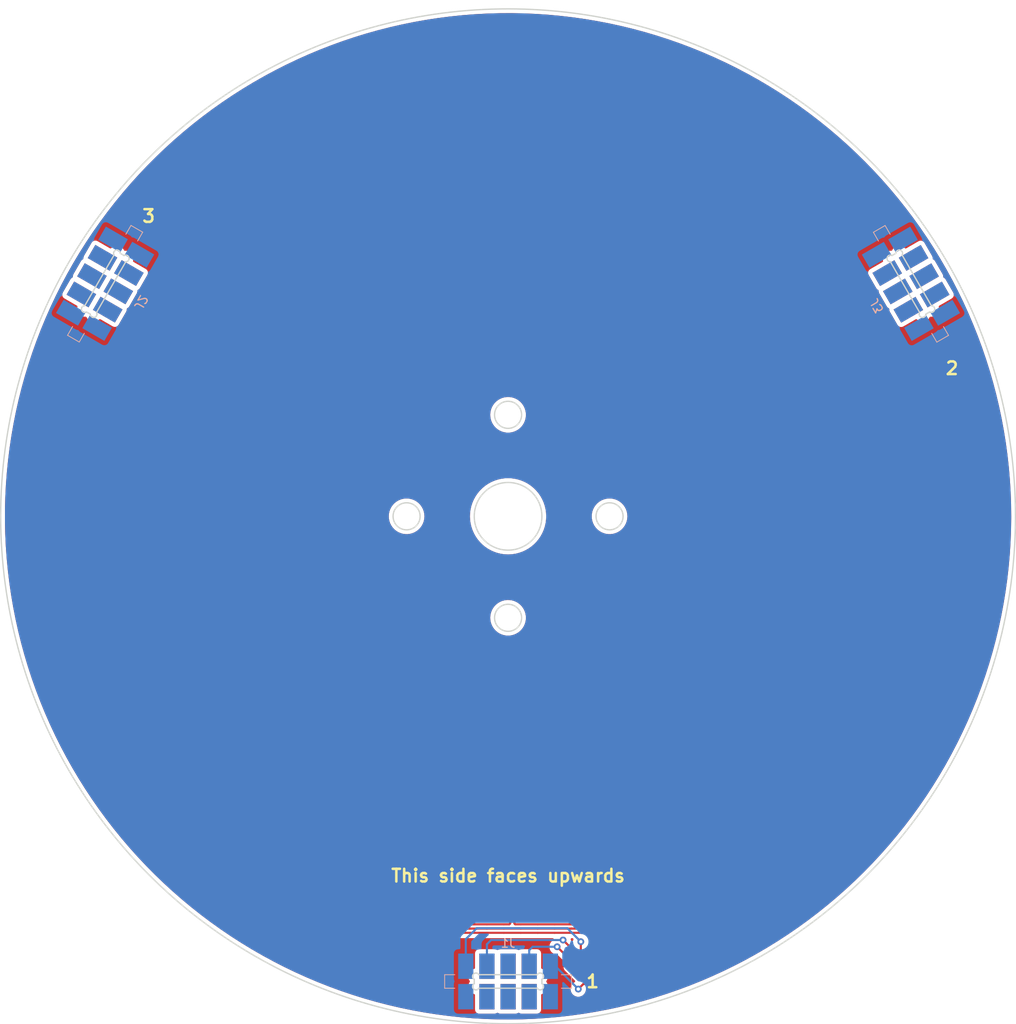
<source format=kicad_pcb>
(kicad_pcb (version 20201002) (generator pcbnew)

  (general
    (thickness 1.6)
  )

  (paper "A4")
  (layers
    (0 "F.Cu" signal)
    (31 "B.Cu" signal)
    (32 "B.Adhes" user "B.Adhesive")
    (33 "F.Adhes" user "F.Adhesive")
    (34 "B.Paste" user)
    (35 "F.Paste" user)
    (36 "B.SilkS" user "B.Silkscreen")
    (37 "F.SilkS" user "F.Silkscreen")
    (38 "B.Mask" user)
    (39 "F.Mask" user)
    (40 "Dwgs.User" user "User.Drawings")
    (41 "Cmts.User" user "User.Comments")
    (42 "Eco1.User" user "User.Eco1")
    (43 "Eco2.User" user "User.Eco2")
    (44 "Edge.Cuts" user)
    (45 "Margin" user)
    (46 "B.CrtYd" user "B.Courtyard")
    (47 "F.CrtYd" user "F.Courtyard")
    (48 "B.Fab" user)
    (49 "F.Fab" user)
  )

  (setup
    (grid_origin 150 100)
    (pcbplotparams
      (layerselection 0x00010fc_ffffffff)
      (usegerberextensions false)
      (usegerberattributes true)
      (usegerberadvancedattributes true)
      (creategerberjobfile true)
      (svguseinch false)
      (svgprecision 6)
      (excludeedgelayer true)
      (linewidth 0.100000)
      (plotframeref false)
      (viasonmask false)
      (mode 1)
      (useauxorigin false)
      (hpglpennumber 1)
      (hpglpenspeed 20)
      (hpglpendiameter 15.000000)
      (psnegative false)
      (psa4output false)
      (plotreference true)
      (plotvalue true)
      (plotinvisibletext false)
      (sketchpadsonfab false)
      (subtractmaskfromsilk false)
      (outputformat 1)
      (mirror false)
      (drillshape 0)
      (scaleselection 1)
      (outputdirectory "gerber")
    )
  )


  (net 0 "")
  (net 1 "Net-(J1-Pad16)")
  (net 2 "Net-(J1-Pad15)")
  (net 3 "Net-(J1-Pad14)")
  (net 4 "Net-(J1-Pad13)")
  (net 5 "Net-(J1-Pad12)")
  (net 6 "Net-(J1-Pad11)")
  (net 7 "Net-(J1-Pad8)")
  (net 8 "Net-(J1-Pad5)")
  (net 9 "Net-(J1-Pad4)")
  (net 10 "Net-(J1-Pad3)")
  (net 11 "Net-(J1-Pad2)")
  (net 12 "Net-(J1-Pad1)")
  (net 13 "Net-(J2-Pad16)")
  (net 14 "Net-(J2-Pad15)")
  (net 15 "Net-(J2-Pad14)")
  (net 16 "Net-(J2-Pad13)")
  (net 17 "Net-(J2-Pad12)")
  (net 18 "Net-(J2-Pad11)")
  (net 19 "Net-(J2-Pad10)")
  (net 20 "Net-(J2-Pad9)")
  (net 21 "Net-(J2-Pad8)")
  (net 22 "Net-(J2-Pad7)")
  (net 23 "Net-(J2-Pad6)")
  (net 24 "Net-(J2-Pad5)")
  (net 25 "Net-(J2-Pad4)")
  (net 26 "Net-(J2-Pad3)")
  (net 27 "Net-(J2-Pad2)")
  (net 28 "Net-(J2-Pad1)")
  (net 29 "Net-(J3-Pad16)")
  (net 30 "Net-(J3-Pad15)")
  (net 31 "Net-(J3-Pad14)")
  (net 32 "Net-(J3-Pad13)")
  (net 33 "Net-(J3-Pad12)")
  (net 34 "Net-(J3-Pad11)")
  (net 35 "Net-(J3-Pad10)")
  (net 36 "Net-(J3-Pad9)")
  (net 37 "Net-(J3-Pad8)")
  (net 38 "Net-(J3-Pad7)")
  (net 39 "Net-(J3-Pad6)")
  (net 40 "Net-(J3-Pad5)")
  (net 41 "Net-(J3-Pad4)")
  (net 42 "Net-(J3-Pad3)")
  (net 43 "Net-(J3-Pad2)")
  (net 44 "Net-(J3-Pad1)")
  (net 45 "/mesh_0r")
  (net 46 "/mesh_1r")
  (net 47 "/mesh_1s")
  (net 48 "/mesh_0s")

  (module "common_footprints:8mm_base" (layer "B.Cu") (tedit 5F85D835) (tstamp d3200566-d563-4a4c-8808-4e8edbfe7c9a)
    (at 197.641154 72.509936 -60)
    (property "Sheet file" "/home/user/research/rotohsm/prototype/mech_pcbs/rotor_top_pcb/rotor_top_pcb.kicad_sch")
    (property "Sheet name" "")
    (path "/da2de732-e8e4-4102-943f-b8565ea9e299")
    (attr through_hole)
    (fp_text reference "J3" (at 0.222484 4.794774 120 unlocked) (layer "B.SilkS")
      (effects (font (size 1 1) (thickness 0.15)) (justify mirror))
      (tstamp f393b422-8742-444c-bf4f-4aa7e0fbd7f9)
    )
    (fp_text value "8mm_junction" (at 0 -1 -60 unlocked) (layer "B.Fab")
      (effects (font (size 1 1) (thickness 0.15)) (justify mirror))
      (tstamp 432f8bbd-a1a8-4250-a338-f6dd09225e3b)
    )
    (fp_line (start -7.5 0.8) (end -7.5 -0.8) (layer "B.SilkS") (width 0.1) (tstamp 08fff4d2-9840-4c5e-8026-9cdfc3741b44))
    (fp_line (start 7.5 0.8) (end 6.3 0.8) (layer "B.SilkS") (width 0.1) (tstamp 11cac280-e897-4f68-a55b-ed01d9d57dfb))
    (fp_line (start 7.5 -0.8) (end 7.5 0.8) (layer "B.SilkS") (width 0.1) (tstamp 9246737e-85e1-40ae-b1c0-aa080d1565f9))
    (fp_line (start -7.5 -0.8) (end -6.3 -0.8) (layer "B.SilkS") (width 0.1) (tstamp addc94ac-3c85-4b75-aab4-cb424bf5f642))
    (fp_line (start -6.3 0.8) (end -7.5 0.8) (layer "B.SilkS") (width 0.1) (tstamp b21602a8-40c0-48e9-b3d8-dd8c0e8f9441))
    (fp_line (start 6.3 -0.8) (end 7.5 -0.8) (layer "B.SilkS") (width 0.1) (tstamp c7e8ef23-ec0b-42e5-b561-5016799c64f1))
    (fp_rect (start -4 -0.8) (end 4 0.8) (layer "Dwgs.User") (width 0.1) (tstamp e6ba2280-cdc4-41dd-b32e-db8b1138dbc3))
    (pad "1" smd rect (at -5 -1.8 300) (size 1.8 3) (layers "B.Cu" "B.Mask")
      (net 44 "Net-(J3-Pad1)") (tstamp c9b7b551-da40-4bb4-b08c-3398224092e3))
    (pad "2" smd rect (at -2.5 -1.8 300) (size 1.8 3) (layers "B.Cu" "B.Mask")
      (net 43 "Net-(J3-Pad2)") (tstamp 198b6376-3cdf-41ef-93b9-e6891c01e110))
    (pad "3" smd rect (at 0 -1.8 300) (size 1.8 3) (layers "B.Cu" "B.Mask")
      (net 42 "Net-(J3-Pad3)") (tstamp 71af4422-9bdf-4405-8913-c96c6f77f4b6))
    (pad "4" smd rect (at 2.5 -1.8 300) (size 1.8 3) (layers "B.Cu" "B.Mask")
      (net 41 "Net-(J3-Pad4)") (tstamp 4363d547-85d2-448b-8310-f3a371263d8f))
    (pad "5" smd rect (at 5 -1.8 300) (size 1.8 3) (layers "B.Cu" "B.Mask")
      (net 40 "Net-(J3-Pad5)") (tstamp d2e9a955-08bb-40a3-ac89-2e9497991c51))
    (pad "6" smd rect (at 5 1.8 300) (size 1.8 3) (layers "B.Cu" "B.Mask")
      (net 39 "Net-(J3-Pad6)") (tstamp a5610997-aa4e-4942-bbb7-a6fc707aeaa1))
    (pad "7" smd rect (at 2.5 1.8 300) (size 1.8 3) (layers "B.Cu" "B.Mask")
      (net 38 "Net-(J3-Pad7)") (tstamp dfdc9cf1-b5c5-4129-bb96-a469f1784d6f))
    (pad "8" smd rect (at 0 1.8 300) (size 1.8 3) (layers "B.Cu" "B.Mask")
      (net 37 "Net-(J3-Pad8)") (tstamp 0c95eddc-6788-40e3-805a-6f5f9a0b597e))
    (pad "9" smd rect (at -2.5 1.8 300) (size 1.8 3) (layers "B.Cu" "B.Mask")
      (net 36 "Net-(J3-Pad9)") (tstamp 40f1c6c9-e961-448b-9feb-acbe334d3239))
    (pad "10" smd rect (at -5 1.8 300) (size 1.8 3) (layers "B.Cu" "B.Mask")
      (net 35 "Net-(J3-Pad10)") (tstamp fe69bd82-17ba-4060-8a96-6e10be390172))
    (pad "11" smd rect (at -2.5 -1.8 300) (size 1.8 3) (layers "F.Cu" "F.Mask")
      (net 34 "Net-(J3-Pad11)") (solder_mask_margin 0.1) (tstamp 0712e903-26dd-491b-89de-255c0ee7af9e))
    (pad "12" smd rect (at 0 -1.8 300) (size 1.8 3) (layers "F.Cu" "F.Mask")
      (net 33 "Net-(J3-Pad12)") (solder_mask_margin 0.1) (tstamp 8f369fba-0646-4434-afd4-120b58ea3c16))
    (pad "13" smd rect (at 2.5 -1.8 300) (size 1.8 3) (layers "F.Cu" "F.Mask")
      (net 32 "Net-(J3-Pad13)") (solder_mask_margin 0.1) (tstamp b1fe9735-924f-4164-b486-0084e011469c))
    (pad "14" smd rect (at 2.5 1.8 300) (size 1.8 3) (layers "F.Cu" "F.Mask")
      (net 31 "Net-(J3-Pad14)") (solder_mask_margin 0.1) (tstamp 14b0ed8b-eeef-447f-a502-952054521174))
    (pad "15" smd rect (at 0 1.8 300) (size 1.8 3) (layers "F.Cu" "F.Mask")
      (net 30 "Net-(J3-Pad15)") (solder_mask_margin 0.1) (tstamp fc447c3e-bb9a-4658-ade5-b3f96c2b0f88))
    (pad "16" smd rect (at -2.5 1.8 300) (size 1.8 3) (layers "F.Cu" "F.Mask")
      (net 29 "Net-(J3-Pad16)") (solder_mask_margin 0.1) (tstamp 4d33c2fd-956f-413b-9155-01d37c4aac86))
  )

  (module "common_footprints:8mm_base" (layer "B.Cu") (tedit 5F85D835) (tstamp d818003d-cd81-426a-82c6-b64fcf6601ee)
    (at 102.35 72.5 60)
    (property "Sheet file" "/home/user/research/rotohsm/prototype/mech_pcbs/rotor_top_pcb/rotor_top_pcb.kicad_sch")
    (property "Sheet name" "")
    (path "/efa87beb-9e1c-4f0c-95e0-9d80890741d8")
    (attr through_hole)
    (fp_text reference "J2" (at 0.219744 4.780608 240 unlocked) (layer "B.SilkS")
      (effects (font (size 1 1) (thickness 0.15)) (justify mirror))
      (tstamp 613ae0a3-5464-457f-bd92-d47ad7e1dfac)
    )
    (fp_text value "8mm_junction" (at 0 -1 60 unlocked) (layer "B.Fab")
      (effects (font (size 1 1) (thickness 0.15)) (justify mirror))
      (tstamp 311fb7df-95ff-4c0f-ae36-d853d053e6aa)
    )
    (fp_line (start -7.5 -0.8) (end -6.3 -0.8) (layer "B.SilkS") (width 0.1) (tstamp 10b26d15-f894-43c0-ba90-997e7c715a81))
    (fp_line (start 7.5 -0.8) (end 7.5 0.8) (layer "B.SilkS") (width 0.1) (tstamp 93c72fa9-650c-43b7-8a00-ac46ecf62098))
    (fp_line (start -6.3 0.8) (end -7.5 0.8) (layer "B.SilkS") (width 0.1) (tstamp ab82871d-54c9-49be-8a48-f32a4ac8fb73))
    (fp_line (start 6.3 -0.8) (end 7.5 -0.8) (layer "B.SilkS") (width 0.1) (tstamp b59d32b8-6201-4188-8f6e-0c8e265b3db5))
    (fp_line (start -7.5 0.8) (end -7.5 -0.8) (layer "B.SilkS") (width 0.1) (tstamp cfa402fa-5987-4c58-950c-04eaad7f2999))
    (fp_line (start 7.5 0.8) (end 6.3 0.8) (layer "B.SilkS") (width 0.1) (tstamp fba492d1-ec7e-4e46-be7a-12598d1f2a2f))
    (fp_rect (start -4 -0.8) (end 4 0.8) (layer "Dwgs.User") (width 0.1) (tstamp 00879092-440d-4f69-b8fe-2fee3dfc9613))
    (pad "1" smd rect (at -5 -1.8 60) (size 1.8 3) (layers "B.Cu" "B.Mask")
      (net 28 "Net-(J2-Pad1)") (tstamp a5840b23-a5bb-42ac-81f3-b0eec620513f))
    (pad "2" smd rect (at -2.5 -1.8 60) (size 1.8 3) (layers "B.Cu" "B.Mask")
      (net 27 "Net-(J2-Pad2)") (tstamp a9513a88-a1bb-4857-8be5-e36a72bdc22a))
    (pad "3" smd rect (at 0 -1.8 60) (size 1.8 3) (layers "B.Cu" "B.Mask")
      (net 26 "Net-(J2-Pad3)") (tstamp ddedcf6a-a952-497e-ab52-1d95ac1fbe9d))
    (pad "4" smd rect (at 2.5 -1.8 60) (size 1.8 3) (layers "B.Cu" "B.Mask")
      (net 25 "Net-(J2-Pad4)") (tstamp cbb6682d-3485-482d-b320-063f30d93672))
    (pad "5" smd rect (at 5 -1.8 60) (size 1.8 3) (layers "B.Cu" "B.Mask")
      (net 24 "Net-(J2-Pad5)") (tstamp 10225b0b-e8b7-458b-ab11-e6a70328629e))
    (pad "6" smd rect (at 5 1.8 60) (size 1.8 3) (layers "B.Cu" "B.Mask")
      (net 23 "Net-(J2-Pad6)") (tstamp 2a51a789-b5e0-47fd-abf3-c5bf0ad1cf9d))
    (pad "7" smd rect (at 2.5 1.8 60) (size 1.8 3) (layers "B.Cu" "B.Mask")
      (net 22 "Net-(J2-Pad7)") (tstamp 7eb3a621-de80-4a8c-81fc-bd738c2916b9))
    (pad "8" smd rect (at 0 1.8 60) (size 1.8 3) (layers "B.Cu" "B.Mask")
      (net 21 "Net-(J2-Pad8)") (tstamp da6de19b-f8fc-4136-b824-993ec0bfa651))
    (pad "9" smd rect (at -2.5 1.8 60) (size 1.8 3) (layers "B.Cu" "B.Mask")
      (net 20 "Net-(J2-Pad9)") (tstamp 99c7da2f-6e68-4df7-9a13-089bfc0daab1))
    (pad "10" smd rect (at -5 1.8 60) (size 1.8 3) (layers "B.Cu" "B.Mask")
      (net 19 "Net-(J2-Pad10)") (tstamp b981cda0-c613-44fe-8f00-dae7c09d1f89))
    (pad "11" smd rect (at -2.5 -1.8 60) (size 1.8 3) (layers "F.Cu" "F.Mask")
      (net 18 "Net-(J2-Pad11)") (solder_mask_margin 0.1) (tstamp 6d5ffaaa-b422-4144-8a45-abaf37b90ba4))
    (pad "12" smd rect (at 0 -1.8 60) (size 1.8 3) (layers "F.Cu" "F.Mask")
      (net 17 "Net-(J2-Pad12)") (solder_mask_margin 0.1) (tstamp 1536df11-7cf1-4e1a-ae0e-fd555f717379))
    (pad "13" smd rect (at 2.5 -1.8 60) (size 1.8 3) (layers "F.Cu" "F.Mask")
      (net 16 "Net-(J2-Pad13)") (solder_mask_margin 0.1) (tstamp 5121c8e1-a848-4b05-ab6f-8ffb1b9df0fe))
    (pad "14" smd rect (at 2.5 1.8 60) (size 1.8 3) (layers "F.Cu" "F.Mask")
      (net 15 "Net-(J2-Pad14)") (solder_mask_margin 0.1) (tstamp 968ce589-29a7-4796-bdc6-03e419f8408d))
    (pad "15" smd rect (at 0 1.8 60) (size 1.8 3) (layers "F.Cu" "F.Mask")
      (net 14 "Net-(J2-Pad15)") (solder_mask_margin 0.1) (tstamp f907fbeb-e453-4f00-a910-2631620339ee))
    (pad "16" smd rect (at -2.5 1.8 60) (size 1.8 3) (layers "F.Cu" "F.Mask")
      (net 13 "Net-(J2-Pad16)") (solder_mask_margin 0.1) (tstamp 774dbf41-e504-4f86-8388-3eef8afa4a8f))
  )

  (module "common_footprints:8mm_base" (layer "B.Cu") (tedit 5F85D835) (tstamp f24eeb49-02d7-4b48-9c0a-afa28c07498b)
    (at 150 155 180)
    (property "Sheet file" "/home/user/research/rotohsm/prototype/mech_pcbs/rotor_top_pcb/rotor_top_pcb.kicad_sch")
    (property "Sheet name" "")
    (path "/a1b21986-1f92-4449-882b-14b8f91c2510")
    (attr through_hole)
    (fp_text reference "J1" (at 0 4.5 unlocked) (layer "B.SilkS")
      (effects (font (size 1 1) (thickness 0.15)) (justify mirror))
      (tstamp 3fa352d4-d8e0-4303-a1be-92e56a5fdcac)
    )
    (fp_text value "8mm_junction" (at 0 -1 180 unlocked) (layer "B.Fab")
      (effects (font (size 1 1) (thickness 0.15)) (justify mirror))
      (tstamp 855f4352-d7b8-478d-8801-a7845a478a78)
    )
    (fp_line (start -7.5 -0.8) (end -6.3 -0.8) (layer "B.SilkS") (width 0.1) (tstamp 0d660327-33b7-46b2-aff9-babb5fbd3b76))
    (fp_line (start 7.5 0.8) (end 6.3 0.8) (layer "B.SilkS") (width 0.1) (tstamp 72f5e383-5ea7-498b-acfa-441f9ba2dd3e))
    (fp_line (start -6.3 0.8) (end -7.5 0.8) (layer "B.SilkS") (width 0.1) (tstamp 779a6f13-4d01-4d73-ac82-f62f1eb226f6))
    (fp_line (start 7.5 -0.8) (end 7.5 0.8) (layer "B.SilkS") (width 0.1) (tstamp b83afb5d-e69b-46bf-bbf1-7ac91ad32f52))
    (fp_line (start 6.3 -0.8) (end 7.5 -0.8) (layer "B.SilkS") (width 0.1) (tstamp c03c35ed-9d62-4c0f-8cd2-38a3447b59f3))
    (fp_line (start -7.5 0.8) (end -7.5 -0.8) (layer "B.SilkS") (width 0.1) (tstamp c62e2184-9856-4359-b6e6-74436dee99aa))
    (fp_rect (start -4 -0.8) (end 4 0.8) (layer "Dwgs.User") (width 0.1) (tstamp 37becbea-6fb4-467e-9dff-2a105bdff774))
    (pad "1" smd rect (at -5 -1.8 180) (size 1.8 3) (layers "B.Cu" "B.Mask")
      (net 12 "Net-(J1-Pad1)") (tstamp 3b4d040b-4ae8-4415-aa50-4cae6ae6052c))
    (pad "2" smd rect (at -2.5 -1.8 180) (size 1.8 3) (layers "B.Cu" "B.Mask")
      (net 11 "Net-(J1-Pad2)") (tstamp 9d6c8ae9-a7c4-4dd6-a69d-af9c227fc2ed))
    (pad "3" smd rect (at 0 -1.8 180) (size 1.8 3) (layers "B.Cu" "B.Mask")
      (net 10 "Net-(J1-Pad3)") (tstamp 147836cb-0291-4784-adbb-30f6d1acfb60))
    (pad "4" smd rect (at 2.5 -1.8 180) (size 1.8 3) (layers "B.Cu" "B.Mask")
      (net 9 "Net-(J1-Pad4)") (tstamp 4285c55d-d736-4b05-9787-b71b9b28ab20))
    (pad "5" smd rect (at 5 -1.8 180) (size 1.8 3) (layers "B.Cu" "B.Mask")
      (net 8 "Net-(J1-Pad5)") (tstamp e28c84a2-b7ee-4f4c-97a9-b4521cfad6db))
    (pad "6" smd rect (at 5 1.8 180) (size 1.8 3) (layers "B.Cu" "B.Mask")
      (net 48 "/mesh_0s") (tstamp d25a9cee-70ca-4fc3-8376-db67f4d7f632))
    (pad "7" smd rect (at 2.5 1.8 180) (size 1.8 3) (layers "B.Cu" "B.Mask")
      (net 47 "/mesh_1s") (tstamp e25ce1aa-1fc4-43f3-988c-869d73792daf))
    (pad "8" smd rect (at 0 1.8 180) (size 1.8 3) (layers "B.Cu" "B.Mask")
      (net 7 "Net-(J1-Pad8)") (tstamp 99b5ae65-3124-449a-828f-05734359557e))
    (pad "9" smd rect (at -2.5 1.8 180) (size 1.8 3) (layers "B.Cu" "B.Mask")
      (net 46 "/mesh_1r") (tstamp 802cfda8-98d5-4f62-9528-2060f5d73f1a))
    (pad "10" smd rect (at -5 1.8 180) (size 1.8 3) (layers "B.Cu" "B.Mask")
      (net 45 "/mesh_0r") (tstamp 4e622360-2f0d-4c2f-9278-ce50cb179ad2))
    (pad "11" smd rect (at -2.5 -1.8 180) (size 1.8 3) (layers "F.Cu" "F.Mask")
      (net 6 "Net-(J1-Pad11)") (solder_mask_margin 0.1) (tstamp 554063a3-0fc1-45e2-a8e3-f1407870f87d))
    (pad "12" smd rect (at 0 -1.8 180) (size 1.8 3) (layers "F.Cu" "F.Mask")
      (net 5 "Net-(J1-Pad12)") (solder_mask_margin 0.1) (tstamp 4d2fe6ff-9cba-4549-972a-094e64cc69cd))
    (pad "13" smd rect (at 2.5 -1.8 180) (size 1.8 3) (layers "F.Cu" "F.Mask")
      (net 4 "Net-(J1-Pad13)") (solder_mask_margin 0.1) (tstamp 7d6e8fa8-d6d7-406e-94cf-08239fbfa5c2))
    (pad "14" smd rect (at 2.5 1.8 180) (size 1.8 3) (layers "F.Cu" "F.Mask")
      (net 3 "Net-(J1-Pad14)") (solder_mask_margin 0.1) (tstamp d2ad2050-c1bd-43ab-ad62-7bb85192f501))
    (pad "15" smd rect (at 0 1.8 180) (size 1.8 3) (layers "F.Cu" "F.Mask")
      (net 2 "Net-(J1-Pad15)") (solder_mask_margin 0.1) (tstamp a05175bf-acc2-434a-afd6-cf62b17b3040))
    (pad "16" smd rect (at -2.5 1.8 180) (size 1.8 3) (layers "F.Cu" "F.Mask")
      (net 1 "Net-(J1-Pad16)") (solder_mask_margin 0.1) (tstamp 58fa8b54-9132-4819-a5f5-1f5d28d8e7e4))
  )

  (gr_poly (pts
 (xy 200 61)
    (xy 189 67)
    (xy 198 82)
    (xy 210 75)
    (xy 210 160)
    (xy 90 160)
    (xy 90 90)
    (xy 91 77)
    (xy 102 82)
    (xy 111 67)
    (xy 95 60)
    (xy 95 40)
    (xy 177 39)) (layer "Eco1.User") (width 0.1) (tstamp 9eb5260b-7f86-4f68-8591-70027bad8ee3))
  (gr_line (start 99.949 75.091) (end 103.403 69.109) (angle 90) (layer "Edge.Cuts") (width 0.16) (tstamp 037575b2-a072-4db2-adad-adde48bad8d3))
  (gr_line (start 199.412 76.091) (end 199.851 75.837) (angle 90) (layer "Edge.Cuts") (width 0.16) (tstamp 0f6aa767-2d62-4d79-bcc0-071a43fc4b2f))
  (gr_circle (center 138 100) (end 136.4 100) (layer "Edge.Cuts") (width 0.16) (tstamp 24c76efc-fa73-4315-9872-d3a1650190eb))
  (gr_arc (start 200.051 75.491) (end 199.851 75.837) (angle -210) (layer "Edge.Cuts") (width 0.16) (tstamp 255e46dd-23a7-417a-bd85-27642f0c3880))
  (gr_arc (start 103.749 68.909) (end 104.149 68.909) (angle -210) (layer "Edge.Cuts") (width 0.16) (tstamp 2ee61445-197c-44a1-9cb7-ad7147a73a10))
  (gr_circle (center 150 100) (end 146 100) (layer "Edge.Cuts") (width 0.16) (tstamp 2fa3df53-7b2c-4301-8bea-6d4b21bc4201))
  (gr_line (start 146 154.746) (end 146 155.254) (angle 90) (layer "Edge.Cuts") (width 0.16) (tstamp 447dd2e1-7601-48e2-85ca-2a075cdef4ac))
  (gr_arc (start 199.012 76.091) (end 198.665 75.891) (angle -210) (layer "Edge.Cuts") (width 0.16) (tstamp 50ca8c57-0a2e-44a3-afdd-2a4b5ea69412))
  (gr_arc (start 195.212 69.509) (end 195.412 69.163) (angle -210) (layer "Edge.Cuts") (width 0.16) (tstamp 5539b53f-e31f-4875-a336-590200481045))
  (gr_arc (start 196.251 68.909) (end 196.597 69.109) (angle -210) (layer "Edge.Cuts") (width 0.16) (tstamp 568d483a-4a3b-4a54-ac44-cf4110bad384))
  (gr_circle (center 150 100) (end 90 100) (layer "Edge.Cuts") (width 0.16) (tstamp 65aaf0d5-7af2-4ca4-8f30-79de15eec9bb))
  (gr_line (start 104.588 69.163) (end 104.149 68.909) (angle 90) (layer "Edge.Cuts") (width 0.16) (tstamp 6927b8a5-e32c-48ab-80c2-9a7dd7c95cd5))
  (gr_arc (start 146.2 155.6) (end 146 155.254) (angle -210) (layer "Edge.Cuts") (width 0.16) (tstamp 78d0ded2-b865-4004-a604-7f2c8d74e3a2))
  (gr_circle (center 162 100) (end 160.4 100) (layer "Edge.Cuts") (width 0.16) (tstamp 7a64ded5-bb55-4387-bad5-98967e89c99c))
  (gr_circle (center 150 112) (end 148.4 112) (layer "Edge.Cuts") (width 0.16) (tstamp 8749f388-1c79-49de-808d-e06eea24c47a))
  (gr_line (start 196.597 69.109) (end 200.051 75.091) (angle 90) (layer "Edge.Cuts") (width 0.16) (tstamp 8d5fac8e-68b9-497a-b254-8c73bf3e9618))
  (gr_arc (start 104.788 69.509) (end 104.788 69.909) (angle -210) (layer "Edge.Cuts") (width 0.16) (tstamp 90d84e53-a61c-4a6b-b1f3-8740cf9bf50f))
  (gr_arc (start 146.2 154.4) (end 146.546 154.2) (angle -210) (layer "Edge.Cuts") (width 0.16) (tstamp 9119234c-121a-4d83-b318-04b323bcb662))
  (gr_arc (start 99.949 75.491) (end 99.949 75.091) (angle -210) (layer "Edge.Cuts") (width 0.16) (tstamp 94b97614-a672-4c2f-8070-7698fcd0f206))
  (gr_line (start 195.412 69.163) (end 195.851 68.909) (angle 90) (layer "Edge.Cuts") (width 0.16) (tstamp a64673bc-5649-4ccf-be0f-92764ae3fe3c))
  (gr_line (start 153.454 154.2) (end 146.546 154.2) (angle 90) (layer "Edge.Cuts") (width 0.16) (tstamp bd56182d-4c75-42ba-96b3-91304928b697))
  (gr_arc (start 100.988 76.091) (end 100.588 76.091) (angle -210) (layer "Edge.Cuts") (width 0.16) (tstamp be17fd50-c52f-4a81-a00e-01929d3f8d2b))
  (gr_arc (start 153.8 155.6) (end 153.454 155.8) (angle -210) (layer "Edge.Cuts") (width 0.16) (tstamp c2fe01b0-91bc-4ce3-8343-7a74ae4dbfaa))
  (gr_circle (center 150 88) (end 148.4 88) (layer "Edge.Cuts") (width 0.16) (tstamp d4286737-97ce-4648-8ad8-c5c72acba331))
  (gr_arc (start 153.8 154.4) (end 154 154.746) (angle -210) (layer "Edge.Cuts") (width 0.16) (tstamp d5976085-5a09-4240-98dc-2b7aed943c00))
  (gr_line (start 154 154.746) (end 154 155.254) (angle 90) (layer "Edge.Cuts") (width 0.16) (tstamp db7c2b5d-1b45-46cd-ba9e-72988b96973c))
  (gr_line (start 101.335 75.891) (end 104.788 69.909) (angle 90) (layer "Edge.Cuts") (width 0.16) (tstamp db7c96d6-625d-48cd-aa25-1a438e7f53ce))
  (gr_line (start 100.588 76.091) (end 100.149 75.837) (angle 90) (layer "Edge.Cuts") (width 0.16) (tstamp dc64681f-3891-4c00-a901-a410bfd542ba))
  (gr_line (start 153.454 155.8) (end 146.546 155.8) (angle 90) (layer "Edge.Cuts") (width 0.16) (tstamp e937da31-8030-4fba-a1d8-8b93749e4841))
  (gr_line (start 195.212 69.909) (end 198.665 75.891) (angle 90) (layer "Edge.Cuts") (width 0.16) (tstamp fe32f053-1e0b-4199-a904-38f7a1e9bbc4))
  (gr_text "This side faces upwards" (at 150 142.5) (layer "F.SilkS") (tstamp 1b998dbf-82f3-4ae8-a466-5664592aaeda)
    (effects (font (size 1.5 1.5) (thickness 0.3)))
  )
  (gr_text "3" (at 107.5 64.5) (layer "F.SilkS") (tstamp bc444311-3d5a-4829-822d-15f27340c28c)
    (effects (font (size 1.5 1.5) (thickness 0.3)))
  )
  (gr_text "2" (at 202.5 82.5) (layer "F.SilkS") (tstamp c49133a9-4503-41e3-9fb5-50d360ea61da)
    (effects (font (size 1.5 1.5) (thickness 0.3)))
  )
  (gr_text "1" (at 160 155) (layer "F.SilkS") (tstamp f1e3582d-416f-420d-9f72-9c3f696e52fd)
    (effects (font (size 1.5 1.5) (thickness 0.3)))
  )

  (segment (start 158.9 155.3) (end 159.5 155.3) (width 0.25) (layer "F.Cu") (net 45) (tstamp 0c372135-fdcb-4dc0-9a37-8a053301f7c4))
  (segment (start 158.3 155.9) (end 158.9 155.3) (width 0.25) (layer "F.Cu") (net 45) (tstamp cccb729d-b203-4743-bb10-73fde51b70e1))
  (via (at 158.3 155.9) (size 0.8) (drill 0.4) (layers "F.Cu" "B.Cu") (net 45) (tstamp 36e86a62-f5c0-4c5c-8c81-a3bcf485cd17))
  (segment (start 155.6 153.2) (end 158.3 155.9) (width 0.25) (layer "B.Cu") (net 45) (tstamp 40bc2658-163f-48e1-94cb-945687a60933))
  (segment (start 155 153.2) (end 155.6 153.2) (width 0.25) (layer "B.Cu") (net 45) (tstamp c9f52ac1-f5e4-4099-bf62-dc47db90a823))
  (segment (start 172.748319 88.642984) (end 172.748319 87.496537) (width 0.25) (layer "F.Cu") (net 47) (tstamp 00001ce6-2e9c-4704-bd2c-bb534a607a30))
  (segment (start 135.498319 64.746537) (end 137.498319 64.746537) (width 0.25) (layer "F.Cu") (net 47) (tstamp 0005ffe3-bc59-433f-b19e-b19c8135164f))
  (segment (start 141.498319 54.246537) (end 143.498319 54.246537) (width 0.25) (layer "F.Cu") (net 47) (tstamp 00060872-31a1-4458-954a-c46ef5512dfc))
  (segment (start 172.748319 92.85009) (end 172.748319 93.496537) (width 0.25) (layer "F.Cu") (net 47) (tstamp 00093b95-8ba1-46e7-96aa-6df6069e2a4e))
  (segment (start 140.851873 110.746537) (end 141.498319 110.746537) (width 0.25) (layer "F.Cu") (net 47) (tstamp 000d5d56-8e9c-4721-a675-8814a0c0eff4))
  (segment (start 130.851873 138.746537) (end 130.748319 138.85009) (width 0.25) (layer "F.Cu") (net 47) (tstamp 00117752-e32c-44cb-b6a6-cc61dc19cfad))
  (segment (start 140.644766 64.246537) (end 140.351873 64.246537) (width 0.25) (layer "F.Cu") (net 47) (tstamp 0012b2db-df34-4d5b-950f-06c748741685))
  (segment (start 194.248319 89.496537) (end 194.248319 90.642984) (width 0.25) (layer "F.Cu") (net 47) (tstamp 001eacb9-79fb-419d-acb6-2caa4d187519))
  (segment (start 122.748319 50.85009) (end 122.748319 51.496537) (width 0.25) (layer "F.Cu") (net 47) (tstamp 002e8b2e-e95c-4255-babd-0621f8983ecf))
  (segment (start 172.748319 129.496537) (end 172.748319 130.142984) (width 0.25) (layer "F.Cu") (net 47) (tstamp 003a9eb1-8d54-43d5-a820-e59688273cc6))
  (segment (start 126.644766 106.746537) (end 126.748319 106.642984) (width 0.25) (layer "F.Cu") (net 47) (tstamp 004bc089-c738-4a53-9268-277453256af5))
  (segment (start 136.748319 150.642984) (end 136.748319 149.496537) (width 0.25) (layer "F.Cu") (net 47) (tstamp 005d5424-122d-4ea5-8468-f389d6946333))
  (segment (start 174.144766 48.746537) (end 173.498319 48.746537) (width 0.25) (layer "F.Cu") (net 47) (tstamp 005f8598-ec55-43a2-98d5-4761c2360818))
  (segment (start 172.248319 132.85009) (end 172.144766 132.746537) (width 0.25) (layer "F.Cu") (net 47) (tstamp 0064bf29-a3e9-491f-bd85-a73688775c40))
  (segment (start 170.644766 74.746537) (end 170.748319 74.642984) (width 0.25) (layer "F.Cu") (net 47) (tstamp 006c560a-5075-44b3-8e32-46416fc16dd0))
  (segment (start 122.748319 138.642984) (end 122.748319 137.496537) (width 0.25) (layer "F.Cu") (net 47) (tstamp 0086029b-2120-4a31-9775-a3b1322e0047))
  (segment (start 185.498319 142.246537) (end 186.144766 142.246537) (width 0.25) (layer "F.Cu") (net 47) (tstamp 008a4edc-b5ed-4730-9d3d-d6ef1ca11a44))
  (segment (start 166.248319 67.496537) (end 166.248319 69.496537) (width 0.25) (layer "F.Cu") (net 47) (tstamp 008f4f8e-363b-409d-a057-6aa8df561096))
  (segment (start 130.248319 100.642984) (end 130.351873 100.746537) (width 0.25) (layer "F.Cu") (net 47) (tstamp 009416b6-675d-475b-be49-7bf591ce1fe1))
  (segment (start 142.144766 86.746537) (end 141.498319 86.746537) (width 0.25) (layer "F.Cu") (net 47) (tstamp 00a5c787-011b-4b50-8d27-2fde3b429a97))
  (segment (start 116.248319 115.496537) (end 116.248319 116.642984) (width 0.25) (layer "F.Cu") (net 47) (tstamp 00b123b0-0152-43d3-b574-087d9c5cf7d8))
  (segment (start 152.351873 106.746537) (end 153.498319 106.746537) (width 0.25) (layer "F.Cu") (net 47) (tstamp 00b4a032-c739-4f0a-9016-a6813dd07e73))
  (segment (start 180.748319 129.496537) (end 180.748319 131.496537) (width 0.25) (layer "F.Cu") (net 47) (tstamp 00c13bbd-6bbc-4394-b6c4-32de0c364130))
  (segment (start 157.498319 122.746537) (end 159.498319 122.746537) (width 0.25) (layer "F.Cu") (net 47) (tstamp 00ccd1a3-4b71-4cdc-b5c6-c87e4d904b15))
  (segment (start 122.748319 87.496537) (end 122.748319 89.496537) (width 0.25) (layer "F.Cu") (net 47) (tstamp 00d82813-550e-4fdf-b433-a4a05231ead1))
  (segment (start 171.498319 124.746537) (end 173.498319 124.746537) (width 0.25) (layer "F.Cu") (net 47) (tstamp 00e42852-8069-4a37-a779-35d5abcb12ff))
  (segment (start 166.644766 114.246537) (end 165.498319 114.246537) (width 0.25) (layer "F.Cu") (net 47) (tstamp 00e856e9-9842-488c-bfb7-ac3bd79d731f))
  (segment (start 132.748319 52.35009) (end 132.644766 52.246537) (width 0.25) (layer "F.Cu") (net 47) (tstamp 00e8c703-dbf2-4f5d-a716-62f40b36cd67))
  (segment (start 161.498319 150.746537) (end 160.851873 150.746537) (width 0.25) (layer "F.Cu") (net 47) (tstamp 00f2d1ee-fff2-4e58-ac88-ecaf77a28658))
  (segment (start 124.248319 109.496537) (end 124.248319 111.496537) (width 0.25) (layer "F.Cu") (net 47) (tstamp 00f4840a-0ba6-43a3-bf55-951daf84cea0))
  (segment (start 129.498319 48.746537) (end 130.144766 48.746537) (width 0.25) (layer "F.Cu") (net 47) (tstamp 0131db92-b2e4-414f-bdb9-8f0b03efdf82))
  (segment (start 161.498319 104.246537) (end 163.498319 104.246537) (width 0.25) (layer "F.Cu") (net 47) (tstamp 013f7338-9c74-4c8b-9b39-9a74f3fb29dd))
  (segment (start 100.144766 86.746537) (end 99.498319 86.746537) (width 0.25) (layer "F.Cu") (net 47) (tstamp 0142805f-4aa9-48a5-b6ca-a4214e163281))
  (segment (start 180.851873 60.746537) (end 181.498319 60.746537) (width 0.25) (layer "F.Cu") (net 47) (tstamp 01478133-c2c9-440e-8e92-f02a8e46b7d1))
  (segment (start 108.748319 76.142984) (end 108.851873 76.246537) (width 0.25) (layer "F.Cu") (net 47) (tstamp 015dea0e-d59d-46f5-8b44-e360bfef6968))
  (segment (start 172.748319 68.35009) (end 172.644766 68.246537) (width 0.25) (layer "F.Cu") (net 47) (tstamp 0164be0c-0e14-4b8f-8e11-b09b917e7f64))
  (segment (start 181.498319 146.746537) (end 182.644766 146.746537) (width 0.25) (layer "F.Cu") (net 47) (tstamp 0164c1e7-64ec-41af-9704-5f1b4d0a0fe4))
  (segment (start 161.498319 120.746537) (end 162.644766 120.746537) (width 0.25) (layer "F.Cu") (net 47) (tstamp 0167fd23-c44d-46bd-8843-6783e417e341))
  (segment (start 143.498319 94.746537) (end 144.644766 94.746537) (width 0.25) (layer "F.Cu") (net 47) (tstamp 016a9e7b-e3f7-42ae-ba68-808470868f9a))
  (segment (start 148.248319 59.496537) (end 148.248319 61.496537) (width 0.25) (layer "F.Cu") (net 47) (tstamp 016c2efe-4734-4282-89ad-ccca13c6b7ca))
  (segment (start 174.748319 117.496537) (end 174.748319 119.496537) (width 0.25) (layer "F.Cu") (net 47) (tstamp 01701888-4617-466b-8a7e-08bd98dace98))
  (segment (start 112.248319 134.142984) (end 112.144766 134.246537) (width 0.25) (layer "F.Cu") (net 47) (tstamp 017ccc30-83c6-4a93-b4ca-4cb35333b22f))
  (segment (start 148.644766 106.746537) (end 148.748319 106.642984) (width 0.25) (layer "F.Cu") (net 47) (tstamp 01818474-1203-46ed-a252-303ed22141f2))
  (segment (start 105.498319 88.746537) (end 106.644766 88.746537) (width 0.25) (layer "F.Cu") (net 47) (tstamp 018ade6e-8736-467d-a304-10c1083c1dd0))
  (segment (start 157.498319 70.246537) (end 159.498319 70.246537) (width 0.25) (layer "F.Cu") (net 47) (tstamp 0192bcfd-a611-440d-953f-a2ae93e231ae))
  (segment (start 118.248319 88.35009) (end 118.248319 89.496537) (width 0.25) (layer "F.Cu") (net 47) (tstamp 01980cba-6003-481e-9121-32e361b68cda))
  (segment (start 118.248319 60.642984) (end 118.351873 60.746537) (width 0.25) (layer "F.Cu") (net 47) (tstamp 01ac01cf-5321-41f9-aade-72276835482d))
  (segment (start 109.498319 74.246537) (end 110.144766 74.246537) (width 0.25) (layer "F.Cu") (net 47) (tstamp 01b01b6e-66f4-4556-b835-2dfcac422803))
  (segment (start 109.498319 74.746537) (end 108.851873 74.746537) (width 0.25) (layer "F.Cu") (net 47) (tstamp 01b049b4-b00c-442b-b376-2fac096338e2))
  (segment (start 185.498319 130.246537) (end 184.351873 130.246537) (width 0.25) (layer "F.Cu") (net 47) (tstamp 01b4fe90-51dc-4442-8a2e-f7ae70ab7c88))
  (segment (start 103.498319 126.246537) (end 105.498319 126.246537) (width 0.25) (layer "F.Cu") (net 47) (tstamp 01c7560f-f162-4825-9817-ef8299dc15b8))
  (segment (start 96.748319 83.496537) (end 96.748319 84.142984) (width 0.25) (layer "F.Cu") (net 47) (tstamp 01d528f6-8e80-4977-aecb-3afcae48ea8a))
  (segment (start 117.498319 56.246537) (end 116.851873 56.246537) (width 0.25) (layer "F.Cu") (net 47) (tstamp 01d63f30-daf3-4c81-893a-5bc9443cc8ba))
  (segment (start 138.351873 86.246537) (end 138.248319 86.35009) (width 0.25) (layer "F.Cu") (net 47) (tstamp 01e327ce-a404-47d0-afe1-2471e1d5faaa))
  (segment (start 175.498319 120.246537) (end 176.144766 120.246537) (width 0.25) (layer "F.Cu") (net 47) (tstamp 01e92200-7538-49c4-af07-00f89b91dee0))
  (segment (start 154.248319 54.85009) (end 154.144766 54.746537) (width 0.25) (layer "F.Cu") (net 47) (tstamp 01f5e0e9-da82-43e1-82a6-25697026c8eb))
  (segment (start 136.248319 44.35009) (end 136.248319 44.642984) (width 0.25) (layer "F.Cu") (net 47) (tstamp 01f69d27-5ebd-47d6-9333-d53da89af8b6))
  (segment (start 97.498319 100.746537) (end 98.644766 100.746537) (width 0.25) (layer "F.Cu") (net 47) (tstamp 020eef46-e988-48f6-ba81-5e844c1a7e96))
  (segment (start 100.248319 94.642984) (end 100.351873 94.746537) (width 0.25) (layer "F.Cu") (net 47) (tstamp 0221fbfb-113d-4a74-ac4e-8c710b033c7a))
  (segment (start 176.144766 132.746537) (end 175.498319 132.746537) (width 0.25) (layer "F.Cu") (net 47) (tstamp 02221ee7-f404-45db-88e7-a61a28d2fa3c))
  (segment (start 172.248319 115.496537) (end 172.248319 117.496537) (width 0.25) (layer "F.Cu") (net 47) (tstamp 022bdd46-7a8d-487e-88bd-00d680a6b394))
  (segment (start 124.248319 101.496537) (end 124.248319 103.496537) (width 0.25) (layer "F.Cu") (net 47) (tstamp 023b09fc-4bad-466d-817c-8397ceddc9b4))
  (segment (start 105.498319 114.246537) (end 107.498319 114.246537) (width 0.25) (layer "F.Cu") (net 47) (tstamp 02409093-087c-4af7-b981-061044bd1d4b))
  (segment (start 172.248319 88.142984) (end 172.248319 87.496537) (width 0.25) (layer "F.Cu") (net 47) (tstamp 02415968-445d-45a6-b459-d3593d935a86))
  (segment (start 167.498319 80.746537) (end 169.498319 80.746537) (width 0.25) (layer "F.Cu") (net 47) (tstamp 0242dbb8-9f3b-4e52-84c8-4afe01942b31))
  (segment (start 185.498319 80.746537) (end 187.498319 80.746537) (width 0.25) (layer "F.Cu") (net 47) (tstamp 02439000-f17e-4c5e-b016-64dd3cae1262))
  (segment (start 118.248319 78.142984) (end 118.248319 77.496537) (width 0.25) (layer "F.Cu") (net 47) (tstamp 0246f171-a55b-42a1-a2f0-56ce84aca985))
  (segment (start 137.498319 108.746537) (end 139.498319 108.746537) (width 0.25) (layer "F.Cu") (net 47) (tstamp 02489266-8941-4e07-8abb-72b60d505317))
  (segment (start 128.248319 63.496537) (end 128.248319 65.496537) (width 0.25) (layer "F.Cu") (net 47) (tstamp 02553d87-9978-4d78-bd71-d341adea54a2))
  (segment (start 138.748319 56.85009) (end 138.851873 56.746537) (width 0.25) (layer "F.Cu") (net 47) (tstamp 0257293a-af3d-4d29-b34b-7e160ca372ab))
  (segment (start 132.248319 145.496537) (end 132.248319 147.496537) (width 0.25) (layer "F.Cu") (net 47) (tstamp 0257e318-0823-4316-a198-90a201ecec15))
  (segment (start 182.248319 127.496537) (end 182.248319 129.496537) (width 0.25) (layer "F.Cu") (net 47) (tstamp 025edfc5-c16b-49c3-992c-94ef193f3cf2))
  (segment (start 204.748319 103.496537) (end 204.748319 102.35009) (width 0.25) (layer "F.Cu") (net 47) (tstamp 0264fa10-386c-41ab-822b-5dca33218ed7))
  (segment (start 168.248319 129.496537) (end 168.248319 131.496537) (width 0.25) (layer "F.Cu") (net 47) (tstamp 026a2441-05cd-44a4-9563-94abc4906cdd))
  (segment (start 178.248319 131.496537) (end 178.248319 133.496537) (width 0.25) (layer "F.Cu") (net 47) (tstamp 026c3139-26fe-4068-bd3e-04997a419fed))
  (segment (start 198.748319 89.496537) (end 198.748319 90.142984) (width 0.25) (layer "F.Cu") (net 47) (tstamp 02724f58-c1f2-4af9-9ebd-c519e05dcf0a))
  (segment (start 119.498319 86.746537) (end 120.644766 86.746537) (width 0.25) (layer "F.Cu") (net 47) (tstamp 02794c35-91fc-4d0f-8fed-ab839d366b83))
  (segment (start 200.248319 101.496537) (end 200.248319 103.496537) (width 0.25) (layer "F.Cu") (net 47) (tstamp 027bde34-ffbd-4f2b-94a6-dba74c6cd331))
  (segment (start 202.248319 117.496537) (end 202.248319 119.496537) (width 0.25) (layer "F.Cu") (net 47) (tstamp 027dcd62-7921-4db9-a8f4-f13ff8b4b8f4))
  (segment (start 146.851873 106.746537) (end 147.498319 106.746537) (width 0.25) (layer "F.Cu") (net 47) (tstamp 02829642-e921-489e-b7bd-2e496d3abf1f))
  (segment (start 132.748319 89.496537) (end 132.748319 91.496537) (width 0.25) (layer "F.Cu") (net 47) (tstamp 028e223f-950c-4e49-b7cf-489f02d0c3cc))
  (segment (start 120.248319 95.496537) (end 120.248319 97.496537) (width 0.25) (layer "F.Cu") (net 47) (tstamp 02985711-e10d-4e7e-8854-105c8e9350e6))
  (segment (start 118.248319 120.35009) (end 118.248319 121.496537) (width 0.25) (layer "F.Cu") (net 47) (tstamp 02b8dec8-1bd4-4558-98a5-bec1ca0fe6a7))
  (segment (start 140.248319 131.496537) (end 140.248319 130.85009) (width 0.25) (layer "F.Cu") (net 47) (tstamp 02c8d75b-4df9-448b-91c2-c525c8314f32))
  (segment (start 128.248319 143.496537) (end 128.248319 145.496537) (width 0.25) (layer "F.Cu") (net 47) (tstamp 02d15d13-4f76-408f-8631-2e5279fed2f9))
  (segment (start 132.248319 79.496537) (end 132.248319 80.642984) (width 0.25) (layer "F.Cu") (net 47) (tstamp 02d2878d-e248-43c0-adeb-b9619e40087b))
  (segment (start 174.748319 99.496537) (end 174.748319 101.496537) (width 0.25) (layer "F.Cu") (net 47) (tstamp 02d7c67f-c65f-49a7-91fb-810506aa2eba))
  (segment (start 179.498319 98.246537) (end 178.351873 98.246537) (width 0.25) (layer "F.Cu") (net 47) (tstamp 02ec1a59-3dcc-425a-8d7e-67cb47d18816))
  (segment (start 156.248319 88.642984) (end 156.351873 88.746537) (width 0.25) (layer "F.Cu") (net 47) (tstamp 030d0e32-4e4f-4e32-81e1-4cf71d8fef59))
  (segment (start 109.498319 74.246537) (end 108.351873 74.246537) (width 0.25) (layer "F.Cu") (net 47) (tstamp 033021be-ca06-45f2-98c6-3eb46dac66e7))
  (segment (start 167.498319 120.246537) (end 169.498319 120.246537) (width 0.25) (layer "F.Cu") (net 47) (tstamp 03346f23-51bf-4024-962a-5984fff89441))
  (segment (start 115.498319 118.746537) (end 117.498319 118.746537) (width 0.25) (layer "F.Cu") (net 47) (tstamp 03358a96-8666-49aa-b1c5-93af0d1bd2e0))
  (segment (start 108.851873 138.246537) (end 109.498319 138.246537) (width 0.25) (layer "F.Cu") (net 47) (tstamp 035e0696-0280-4928-8797-a5f97d01db8a))
  (segment (start 180.144766 122.746537) (end 180.248319 122.85009) (width 0.25) (layer "F.Cu") (net 47) (tstamp 036125f6-1c3f-4a3c-87d4-7ddeac986db5))
  (segment (start 141.498319 140.246537) (end 140.351873 140.246537) (width 0.25) (layer "F.Cu") (net 47) (tstamp 036227f8-c386-4622-9fc5-f9a21a2ced9d))
  (segment (start 194.351873 106.746537) (end 195.498319 106.746537) (width 0.25) (layer "F.Cu") (net 47) (tstamp 037109dc-177f-4b41-9953-8fea940fe4ac))
  (segment (start 182.644766 54.746537) (end 182.748319 54.642984) (width 0.25) (layer "F.Cu") (net 47) (tstamp 037a7fa7-7caf-452d-910e-e7a94aae6dab))
  (segment (start 173.498319 126.246537) (end 175.498319 126.246537) (width 0.25) (layer "F.Cu") (net 47) (tstamp 038e6fc0-b9f7-489c-a605-8eac5b5e9e7d))
  (segment (start 174.748319 85.496537) (end 174.748319 87.496537) (width 0.25) (layer "F.Cu") (net 47) (tstamp 03a813f1-a827-49e9-b394-4ea779e09243))
  (segment (start 164.144766 106.246537) (end 164.248319 106.142984) (width 0.25) (layer "F.Cu") (net 47) (tstamp 03a9911c-0fd8-4359-8633-45e00e76d1f9))
  (segment (start 147.498319 142.246537) (end 146.851873 142.246537) (width 0.25) (layer "F.Cu") (net 47) (tstamp 03aa8072-9665-4463-9a1c-5c63cb95269d))
  (segment (start 107.498319 128.746537) (end 109.498319 128.746537) (width 0.25) (layer "F.Cu") (net 47) (tstamp 03b9221b-cca8-44ff-be8a-064eb0d1fc66))
  (segment (start 113.498319 110.746537) (end 114.144766 110.746537) (width 0.25) (layer "F.Cu") (net 47) (tstamp 03c1f5a9-d1b4-410a-8434-a81d8eaaf9e6))
  (segment (start 140.748319 153.496537) (end 140.748319 155.496537) (width 0.25) (layer "F.Cu") (net 47) (tstamp 03c5ee22-2601-47ae-9f4a-930c7bc17666))
  (segment (start 163.498319 80.246537) (end 165.498319 80.246537) (width 0.25) (layer "F.Cu") (net 47) (tstamp 03ccc301-05c4-4735-bdca-ec1354be44ea))
  (segment (start 114.248319 65.496537) (end 114.248319 67.496537) (width 0.25) (layer "F.Cu") (net 47) (tstamp 03ceae34-69ba-417d-8dd6-45de1149c243))
  (segment (start 182.351873 100.246537) (end 182.248319 100.35009) (width 0.25) (layer "F.Cu") (net 47) (tstamp 03dbbc6f-db0f-4663-a4a2-fedb2d3c346b))
  (segment (start 157.9 151.5) (end 156.5 150.1) (width 0.25) (layer "F.Cu") (net 47) (tstamp 03df096a-1e9e-4fed-b68f-bed137421ed9))
  (segment (start 118.248319 59.496537) (end 118.248319 60.642984) (width 0.25) (layer "F.Cu") (net 47) (tstamp 03ecbf03-f29b-45b6-bebc-a058ddcf777e))
  (segment (start 114.748319 119.496537) (end 114.748319 121.496537) (width 0.25) (layer "F.Cu") (net 47) (tstamp 03f316d4-cfd3-42ad-8283-c7d28d7d0c01))
  (segment (start 194.351873 80.246537) (end 194.248319 80.35009) (width 0.25) (layer "F.Cu") (net 47) (tstamp 03fa3670-be88-4518-8ebd-0593ff4d4e2e))
  (segment (start 130.248319 73.496537) (end 130.248319 75.496537) (width 0.25) (layer "F.Cu") (net 47) (tstamp 0403b427-2cf2-49fd-b77a-3fbd3354d87f))
  (segment (start 102.748319 100.85009) (end 102.748319 101.496537) (width 0.25) (layer "F.Cu") (net 47) (tstamp 0407c36b-0f25-428f-92bb-b4a60c4b367d))
  (segment (start 133.498319 154.746537) (end 135.498319 154.746537) (width 0.25) (layer "F.Cu") (net 47) (tstamp 040df1b3-1833-402f-8076-cdca07529b0e))
  (segment (start 134.351873 72.246537) (end 134.248319 72.35009) (width 0.25) (layer "F.Cu") (net 47) (tstamp 040e1c00-207d-4bad-a0f7-1331f5e1ad15))
  (segment (start 149.498319 50.246537) (end 151.498319 50.246537) (width 0.25) (layer "F.Cu") (net 47) (tstamp 041976de-cfe1-48f9-a66d-0b9496e07cbc))
  (segment (start 110.851873 116.246537) (end 110.748319 116.142984) (width 0.25) (layer "F.Cu") (net 47) (tstamp 041af86c-99dd-46f3-bf28-b199135a7d4e))
  (segment (start 119.498319 118.246537) (end 121.498319 118.246537) (width 0.25) (layer "F.Cu") (net 47) (tstamp 042aa493-6428-4f50-9075-db3d91e35f1d))
  (segment (start 144.248319 61.496537) (end 144.248319 63.496537) (width 0.25) (layer "F.Cu") (net 47) (tstamp 042c8330-f222-43e0-aa7c-91330480b9f9))
  (segment (start 134.748319 87.496537) (end 134.748319 89.496537) (width 0.25) (layer "F.Cu") (net 47) (tstamp 0430a909-27f3-43ab-bee7-3c2945226a43))
  (segment (start 145.498319 44.246537) (end 147.498319 44.246537) (width 0.25) (layer "F.Cu") (net 47) (tstamp 0433e71e-a918-4b91-be5b-5fdecd4e5a86))
  (segment (start 192.748319 123.496537) (end 192.748319 125.496537) (width 0.25) (layer "F.Cu") (net 47) (tstamp 04460acb-e614-4ff6-b422-f5eb9d3912fa))
  (segment (start 124.248319 145.496537) (end 124.248319 147.496537) (width 0.25) (layer "F.Cu") (net 47) (tstamp 0452871c-4ee3-4380-a033-f98c5c63d980))
  (segment (start 164.248319 54.85009) (end 164.144766 54.746537) (width 0.25) (layer "F.Cu") (net 47) (tstamp 04622e4d-fa64-48d7-bf7b-27643171b9ac))
  (segment (start 175.498319 94.246537) (end 174.351873 94.246537) (width 0.25) (layer "F.Cu") (net 47) (tstamp 046692df-7c9e-482d-ad7a-9545071566ec))
  (segment (start 170.248319 93.496537) (end 170.248319 95.496537) (width 0.25) (layer "F.Cu") (net 47) (tstamp 046aee8c-3376-4f6b-a8c7-069e79f3c303))
  (segment (start 195.498319 128.746537) (end 196.144766 128.746537) (width 0.25) (layer "F.Cu") (net 47) (tstamp 046fda42-4244-4828-9dfb-f10a7ff0a07e))
  (segment (start 128.748319 145.496537) (end 128.748319 147.496537) (width 0.25) (layer "F.Cu") (net 47) (tstamp 04a3d751-9c9e-424a-9456-e819d21444d8))
  (segment (start 142.248319 94.85009) (end 142.248319 95.496537) (width 0.25) (layer "F.Cu") (net 47) (tstamp 04a5b3cc-117c-40a1-9253-49f2e20f0d4f))
  (segment (start 163.498319 114.746537) (end 165.498319 114.746537) (width 0.25) (layer "F.Cu") (net 47) (tstamp 04ab44d7-db8c-4580-90b0-e752255943b8))
  (segment (start 183.498319 120.246537) (end 182.351873 120.246537) (width 0.25) (layer "F.Cu") (net 47) (tstamp 04b659aa-ed20-403b-bbec-0be08b704455))
  (segment (start 163.498319 122.246537) (end 164.144766 122.246537) (width 0.25) (layer "F.Cu") (net 47) (tstamp 04bb8fec-c2a1-4150-924e-de9ce5216719))
  (segment (start 122.248319 79.496537) (end 122.248319 81.496537) (width 0.25) (layer "F.Cu") (net 47) (tstamp 04c19a45-02a0-4de4-9c29-fee4a8e63cd5))
  (segment (start 158.248319 106.35009) (end 158.248319 107.496537) (width 0.25) (layer "F.Cu") (net 47) (tstamp 04c7a849-15c9-45bd-9560-b6cff9c2d578))
  (segment (start 180.851873 54.746537) (end 181.498319 54.746537) (width 0.25) (layer "F.Cu") (net 47) (tstamp 04d2f49c-987f-4b92-9fce-b5255b7e1791))
  (segment (start 160.851873 152.246537) (end 161.498319 152.246537) (width 0.25) (layer "F.Cu") (net 47) (tstamp 04d4d37c-17bc-4810-a958-97427dcf7f19))
  (segment (start 189.498319 136.746537) (end 190.144766 136.746537) (width 0.25) (layer "F.Cu") (net 47) (tstamp 04d6fec8-6064-4ee1-b30e-0d3f58beedaf))
  (segment (start 191.498319 116.246537) (end 193.498319 116.246537) (width 0.25) (layer "F.Cu") (net 47) (tstamp 04dc07c5-c598-4cf6-be6b-54b69c6d26cd))
  (segment (start 153.498319 124.246537) (end 155.498319 124.246537) (width 0.25) (layer "F.Cu") (net 47) (tstamp 04dcfa26-2516-4790-8a0e-79d2ce1e07b5))
  (segment (start 122.351873 50.246537) (end 122.248319 50.35009) (width 0.25) (layer "F.Cu") (net 47) (tstamp 04e4e322-bc8b-4172-a348-e2a467db989d))
  (segment (start 140.351873 140.246537) (end 140.248319 140.35009) (width 0.25) (layer "F.Cu") (net 47) (tstamp 04e5c710-c5f6-4714-aebd-8cc2f2ddf1e9))
  (segment (start 118.748319 123.496537) (end 118.748319 125.496537) (width 0.25) (layer "F.Cu") (net 47) (tstamp 04e878ec-cfe9-4f7c-ae01-59dae0edafa1))
  (segment (start 178.748319 141.496537) (end 178.748319 143.496537) (width 0.25) (layer "F.Cu") (net 47) (tstamp 04f2eda0-c205-4b67-aabb-9101554abf62))
  (segment (start 178.748319 88.142984) (end 178.748319 87.496537) (width 0.25) (layer "F.Cu") (net 47) (tstamp 04f6f441-dfd3-47ed-ae7c-1d302898ac62))
  (segment (start 198.748319 113.496537) (end 198.748319 115.496537) (width 0.25) (layer "F.Cu") (net 47) (tstamp 04fe90bd-b0d9-4ce0-9288-360cc0ac368e))
  (segment (start 180.748319 106.85009) (end 180.748319 107.496537) (width 0.25) (layer "F.Cu") (net 47) (tstamp 0500dd77-5bf4-4c37-93cc-7f65982376a6))
  (segment (start 106.144766 82.246537) (end 106.248319 82.142984) (width 0.25) (layer "F.Cu") (net 47) (tstamp 0501cb42-827b-4314-90ad-38c66002dd98))
  (segment (start 116.748319 93.496537) (end 116.748319 95.496537) (width 0.25) (layer "F.Cu") (net 47) (tstamp 0516bbe7-12fc-4d54-8c06-b46b7aeb7a65))
  (segment (start 182.351873 62.246537) (end 182.248319 62.35009) (width 0.25) (layer "F.Cu") (net 47) (tstamp 051b9bf8-88a4-4ea7-af7f-d10d570c6b12))
  (segment (start 135.498319 112.246537) (end 137.498319 112.246537) (width 0.25) (layer "F.Cu") (net 47) (tstamp 051ecd12-d3bd-482a-a326-06ea816cdf79))
  (segment (start 181.498319 56.246537) (end 183.498319 56.246537) (width 0.25) (layer "F.Cu") (net 47) (tstamp 0527915c-627d-48c9-bf65-187676c134e5))
  (segment (start 204.144766 82.746537) (end 203.498319 82.746537) (width 0.25) (layer "F.Cu") (net 47) (tstamp 053aec90-98ae-4226-af1e-7355a0f6d4f1))
  (segment (start 178.748319 107.496537) (end 178.748319 109.496537) (width 0.25) (layer "F.Cu") (net 47) (tstamp 0558dff2-6242-4807-a1bf-167d99f27158))
  (segment (start 172.248319 75.496537) (end 172.248319 76.142984) (width 0.25) (layer "F.Cu") (net 47) (tstamp 05606a35-8991-47c5-a4b6-62b8036a082c))
  (segment (start 174.851873 50.746537) (end 175.498319 50.746537) (width 0.25) (layer "F.Cu") (net 47) (tstamp 0561168a-42d1-4c29-aa88-ea49403e7377))
  (segment (start 166.351873 82.246537) (end 166.248319 82.35009) (width 0.25) (layer "F.Cu") (net 47) (tstamp 057105d5-4525-45ba-9a25-25895e52e1f3))
  (segment (start 169.498319 150.746537) (end 171.498319 150.746537) (width 0.25) (layer "F.Cu") (net 47) (tstamp 057841a8-066b-4589-b559-5950e4f82282))
  (segment (start 128.248319 51.496537) (end 128.248319 53.496537) (width 0.25) (layer "F.Cu") (net 47) (tstamp 05986d8e-efab-4aa5-8334-a67fd06aec86))
  (segment (start 98.644766 116.746537) (end 98.748319 116.642984) (width 0.25) (layer "F.Cu") (net 47) (tstamp 05999819-919a-458d-9669-fef514c8fb41))
  (segment (start 156.748319 142.85009) (end 156.748319 143.496537) (width 0.25) (layer "F.Cu") (net 47) (tstamp 059b3274-155f-4c1e-bf74-b5ed8c595cb6))
  (segment (start 172.644766 152.746537) (end 172.748319 152.642984) (width 0.25) (layer "F.Cu") (net 47) (tstamp 059e2ea2-315f-4eae-869e-ffefd350b331))
  (segment (start 142.748319 57.496537) (end 142.748319 56.35009) (width 0.25) (layer "F.Cu") (net 47) (tstamp 059f33ac-7879-4bcd-9274-b29fc05d6fad))
  (segment (start 116.851873 90.246537) (end 117.498319 90.246537) (width 0.25) (layer "F.Cu") (net 47) (tstamp 05a2e63d-3b4d-41fa-8e0d-53d2d9a92609))
  (segment (start 172.248319 71.496537) (end 172.248319 73.496537) (width 0.25) (layer "F.Cu") (net 47) (tstamp 05a8563b-21aa-4cb5-b18a-cad9ec108b70))
  (segment (start 110.748319 120.142984) (end 110.851873 120.246537) (width 0.25) (layer "F.Cu") (net 47) (tstamp 05ad7892-526f-42f9-8974-b5d6ddd4b534))
  (segment (start 185.498319 88.746537) (end 186.644766 88.746537) (width 0.25) (layer "F.Cu") (net 47) (tstamp 05ada02d-4a98-49d0-84f6-4e574951dfb0))
  (segment (start 126.248319 91.496537) (end 126.248319 93.496537) (width 0.25) (layer "F.Cu") (net 47) (tstamp 05b0f422-e3bf-456f-b9cd-e261983aff96))
  (segment (start 130.748319 63.496537) (end 130.748319 65.496537) (width 0.25) (layer "F.Cu") (net 47) (tstamp 05d6b959-9307-4857-9c06-7e5394a6356b))
  (segment (start 186.248319 76.642984) (end 186.351873 76.746537) (width 0.25) (layer "F.Cu") (net 47) (tstamp 05d8be21-eb25-4b5a-8d38-ff8ae03384cc))
  (segment (start 148.644766 128.246537) (end 147.498319 128.246537) (width 0.25) (layer "F.Cu") (net 47) (tstamp 05e0322b-f9cb-4062-b602-3c228e1158db))
  (segment (start 164.748319 136.35009) (end 164.644766 136.246537) (width 0.25) (layer "F.Cu") (net 47) (tstamp 05e1443f-dde2-48ff-9a5b-ad2d4d73b2ca))
  (segment (start 140.748319 133.496537) (end 140.748319 135.496537) (width 0.25) (layer "F.Cu") (net 47) (tstamp 05e4ec1e-15df-455c-ba2e-8ba0859065da))
  (segment (start 159.498319 138.246537) (end 161.498319 138.246537) (width 0.25) (layer "F.Cu") (net 47) (tstamp 05ef61ac-cc09-4306-88a3-1b44553a6383))
  (segment (start 141.498319 78.246537) (end 142.144766 78.246537) (width 0.25) (layer "F.Cu") (net 47) (tstamp 0603af94-ab68-4c3b-8196-a4f0bbffcaf7))
  (segment (start 158.351873 106.246537) (end 158.248319 106.35009) (width 0.25) (layer "F.Cu") (net 47) (tstamp 060da4ad-dc6c-497d-bce7-f7f41ee0702a))
  (segment (start 159.498319 80.746537) (end 161.498319 80.746537) (width 0.25) (layer "F.Cu") (net 47) (tstamp 06166ae2-6229-40a6-82fa-8dfc2fa030b9))
  (segment (start 144.248319 109.496537) (end 144.248319 111.496537) (width 0.25) (layer "F.Cu") (net 47) (tstamp 06245747-296b-49fe-845b-b8b18f004644))
  (segment (start 114.748319 78.85009) (end 114.851873 78.746537) (width 0.25) (layer "F.Cu") (net 47) (tstamp 06254064-c722-461f-aa54-327347c32c83))
  (segment (start 158.248319 104.642984) (end 158.351873 104.746537) (width 0.25) (layer "F.Cu") (net 47) (tstamp 06263ce7-3e10-4f66-8ee2-76767a18dd44))
  (segment (start 202.748319 111.496537) (end 202.748319 113.496537) (width 0.25) (layer "F.Cu") (net 47) (tstamp 0633c374-eb1b-4168-a40e-3f8f7a90d6cd))
  (segment (start 132.248319 108.35009) (end 132.248319 109.496537) (width 0.25) (layer "F.Cu") (net 47) (tstamp 064d2cc8-3589-402d-81d5-80ed8d217441))
  (segment (start 139.498319 74.246537) (end 141.498319 74.246537) (width 0.25) (layer "F.Cu") (net 47) (tstamp 0651ca74-7990-4dc6-8a14-f5df17b41838))
  (segment (start 130.248319 113.496537) (end 130.248319 115.496537) (width 0.25) (layer "F.Cu") (net 47) (tstamp 06604411-7317-4eb1-8d63-37d2e397efa3))
  (segment (start 140.248319 155.496537) (end 140.248319 156.642984) (width 0.25) (layer "F.Cu") (net 47) (tstamp 06659e28-f03f-4971-ac72-863aabdc66c9))
  (segment (start 124.248319 123.496537) (end 124.248319 125.496537) (width 0.25) (layer "F.Cu") (net 47) (tstamp 066c5131-c32c-4503-aa1e-d0a4e5938569))
  (segment (start 167.498319 82.746537) (end 166.851873 82.746537) (width 0.25) (layer "F.Cu") (net 47) (tstamp 06866c39-5a01-49c0-b2ea-1c7145b8a081))
  (segment (start 114.644766 108.246537) (end 113.498319 108.246537) (width 0.25) (layer "F.Cu") (net 47) (tstamp 06868efb-5f8a-4e4e-a7e5-2d399bb2f7fc))
  (segment (start 132.248319 122.35009) (end 132.248319 123.496537) (width 0.25) (layer "F.Cu") (net 47) (tstamp 0686ec9e-7f47-4aa5-88b1-8545b946e160))
  (segment (start 185.498319 78.746537) (end 187.498319 78.746537) (width 0.25) (layer "F.Cu") (net 47) (tstamp 0693419c-9a0a-487f-abb4-47ee9a31dc47))
  (segment (start 188.748319 117.496537) (end 188.748319 118.142984) (width 0.25) (layer "F.Cu") (net 47) (tstamp 06ab375e-8421-435a-8d2f-42b80bcd90c8))
  (segment (start 128.248319 77.496537) (end 128.248319 79.496537) (width 0.25) (layer "F.Cu") (net 47) (tstamp 06b59bb8-3a93-46b9-a6e0-83cad9ce09a7))
  (segment (start 148.748319 44.85009) (end 148.851873 44.746537) (width 0.25) (layer "F.Cu") (net 47) (tstamp 06b8c03d-0d18-4739-9a6a-8a1612d2a61b))
  (segment (start 112.748319 63.496537) (end 112.748319 65.496537) (width 0.25) (layer "F.Cu") (net 47) (tstamp 06b97422-abf8-4b25-b826-1fe2bfd546da))
  (segment (start 156.748319 93.496537) (end 156.748319 92.85009) (width 0.25) (layer "F.Cu") (net 47) (tstamp 06bc5fca-4b0e-405e-b668-c29a4f69421e))
  (segment (start 123.498319 104.746537) (end 122.851873 104.746537) (width 0.25) (layer "F.Cu") (net 47) (tstamp 06c2adc1-3abb-492c-b58b-b5dd79805888))
  (segment (start 150.748319 63.496537) (end 150.748319 65.496537) (width 0.25) (layer "F.Cu") (net 47) (tstamp 06c3df6b-e6e7-409b-918c-dea6e3a8f09e))
  (segment (start 178.748319 74.642984) (end 178.748319 74.35009) (width 0.25) (layer "F.Cu") (net 47) (tstamp 06d0ef25-6469-4a84-a53b-f81f13a3acac))
  (segment (start 135.498319 118.246537) (end 137.498319 118.246537) (width 0.25) (layer "F.Cu") (net 47) (tstamp 06d5f628-0285-4aa9-a8bb-87e0816738ef))
  (segment (start 153.498319 60.746537) (end 152.851873 60.746537) (width 0.25) (layer "F.Cu") (net 47) (tstamp 06db0a7a-6f94-49d4-8d64-5d7783cf60a7))
  (segment (start 146.248319 57.496537) (end 146.248319 59.496537) (width 0.25) (layer "F.Cu") (net 47) (tstamp 06db6c6e-034d-4628-b0b4-0da320a2880b))
  (segment (start 130.248319 46.35009) (end 130.248319 47.496537) (width 0.25) (layer "F.Cu") (net 47) (tstamp 06dbfd2e-d680-4768-8ec3-8d74512a3a93))
  (segment (start 190.851873 136.746537) (end 191.498319 136.746537) (width 0.25) (layer "F.Cu") (net 47) (tstamp 06e61dc0-702d-4010-ad4c-1cda8842b950))
  (segment (start 193.498319 116.246537) (end 195.498319 116.246537) (width 0.25) (layer "F.Cu") (net 47) (tstamp 06eb9421-48e8-4062-97f8-0c61f7bc4305))
  (segment (start 115.498319 134.746537) (end 117.498319 134.746537) (width 0.25) (layer "F.Cu") (net 47) (tstamp 06eb9d73-5e23-4d0e-9589-37c4dbb132d3))
  (segment (start 161.498319 112.746537) (end 163.498319 112.746537) (width 0.25) (layer "F.Cu") (net 47) (tstamp 06ee5b64-0a62-4bd2-b102-0e800d4d7d29))
  (segment (start 178.748319 59.496537) (end 178.748319 61.496537) (width 0.25) (layer "F.Cu") (net 47) (tstamp 06ee8e17-45b6-45a6-9c67-1459978dbb85))
  (segment (start 135.498319 72.746537) (end 134.851873 72.746537) (width 0.25) (layer "F.Cu") (net 47) (tstamp 06ef9bfd-b1c5-4ccc-bd31-47de12e58e6d))
  (segment (start 124.248319 118.142984) (end 124.144766 118.246537) (width 0.25) (layer "F.Cu") (net 47) (tstamp 06f044b0-4165-4f33-abdf-79b2a0f38664))
  (segment (start 142.248319 116.642984) (end 142.351873 116.746537) (width 0.25) (layer "F.Cu") (net 47) (tstamp 06f313cd-6095-4486-b197-c3e04c53755b))
  (segment (start 136.351873 122.246537) (end 136.248319 122.35009) (width 0.25) (layer "F.Cu") (net 47) (tstamp 06f3975e-d2ff-40a8-83cf-b0e589011475))
  (segment (start 186.748319 57.496537) (end 186.748319 56.35009) (width 0.25) (layer "F.Cu") (net 47) (tstamp 070876ef-41e7-498f-97ff-b0636089e54b))
  (segment (start 120.248319 68.142984) (end 120.144766 68.246537) (width 0.25) (layer "F.Cu") (net 47) (tstamp 071d3e72-1240-463b-901c-df686c0d1f2d))
  (segment (start 148.748319 144.85009) (end 148.851873 144.746537) (width 0.25) (layer "F.Cu") (net 47) (tstamp 072031d8-cbd4-408e-82c8-0665a9179586))
  (segment (start 140.748319 130.35009) (end 140.644766 130.246537) (width 0.25) (layer "F.Cu") (net 47) (tstamp 072bca9b-69e6-481d-8a89-6bd1b97b3d6f))
  (segment (start 118.748319 73.496537) (end 118.748319 75.496537) (width 0.25) (layer "F.Cu") (net 47) (tstamp 0737ece7-c6ed-4116-a3a1-f60d9007a09b))
  (segment (start 124.851873 108.746537) (end 124.748319 108.85009) (width 0.25) (layer "F.Cu") (net 47) (tstamp 073d24df-923e-409d-8d64-c265f1f17fdb))
  (segment (start 164.851873 64.746537) (end 165.498319 64.746537) (width 0.25) (layer "F.Cu") (net 47) (tstamp 0747078a-1097-495e-bbd6-0ac892ea38a2))
  (segment (start 157.498319 68.246537) (end 158.144766 68.246537) (width 0.25) (layer "F.Cu") (net 47) (tstamp 07495a0c-c8e9-454d-9a83-efda2e1dc85a))
  (segment (start 106.248319 123.496537) (end 106.248319 124.142984) (width 0.25) (layer "F.Cu") (net 47) (tstamp 074c48d3-d567-4fb7-aadc-ae44c80c5b76))
  (segment (start 116.248319 107.496537) (end 116.248319 106.85009) (width 0.25) (layer "F.Cu") (net 47) (tstamp 074e0340-bad8-4c11-97fd-6300dd536e9c))
  (segment (start 118.144766 56.246537) (end 117.498319 56.246537) (width 0.25) (layer "F.Cu") (net 47) (tstamp 0753a8db-c4e0-4eb2-8bbd-23769e73bec4))
  (segment (start 121.498319 88.746537) (end 122.144766 88.746537) (width 0.25) (layer "F.Cu") (net 47) (tstamp 0757a016-50b0-4883-a8b4-bb4f7e00d834))
  (segment (start 182.748319 80.85009) (end 182.851873 80.746537) (width 0.25) (layer "F.Cu") (net 47) (tstamp 07645eb4-c4bc-4b3c-9003-f6d39327cacc))
  (segment (start 148.144766 146.246537) (end 148.248319 146.142984) (width 0.25) (layer "F.Cu") (net 47) (tstamp 07651753-2620-49a5-b7fe-69ca06808ca5))
  (segment (start 206.748319 97.496537) (end 206.748319 99.496537) (width 0.25) (layer "F.Cu") (net 47) (tstamp 0776a09d-d6ed-4718-ae14-63f3045bcd39))
  (segment (start 184.748319 76.642984) (end 184.748319 75.496537) (width 0.25) (layer "F.Cu") (net 47) (tstamp 077f3522-20e5-4f31-a81a-594cada359e4))
  (segment (start 150.851873 146.746537) (end 150.748319 146.85009) (width 0.25) (layer "F.Cu") (net 47) (tstamp 0786c340-2e2d-4434-84f2-1cd1110c9988))
  (segment (start 166.248319 138.85009) (end 166.248319 139.496537) (width 0.25) (layer "F.Cu") (net 47) (tstamp 078a6b52-c965-4d38-866d-6390a34b0253))
  (segment (start 138.351873 50.746537) (end 139.498319 50.746537) (width 0.25) (layer "F.Cu") (net 47) (tstamp 078d0f19-d906-401b-8e61-c6192fde8b5b))
  (segment (start 110.748319 60.85009) (end 110.748319 61.496537) (width 0.25) (layer "F.Cu") (net 47) (tstamp 0790454f-0939-4016-9bea-b68faf325331))
  (segment (start 124.748319 51.496537) (end 124.748319 53.496537) (width 0.25) (layer "F.Cu") (net 47) (tstamp 0794a539-5b89-43f9-82dc-13e729b8a836))
  (segment (start 186.248319 110.35009) (end 186.248319 111.496537) (width 0.25) (layer "F.Cu") (net 47) (tstamp 079b4106-624b-462b-8153-34f89cd1bff8))
  (segment (start 166.248319 135.496537) (end 166.248319 134.85009) (width 0.25) (layer "F.Cu") (net 47) (tstamp 079e1267-b927-4985-83c0-4b29d6f374ef))
  (segment (start 178.248319 67.496537) (end 178.248319 68.142984) (width 0.25) (layer "F.Cu") (net 47) (tstamp 07c9333b-a411-449f-9d23-0d6df7676cc9))
  (segment (start 104.248319 124.35009) (end 104.248319 124.642984) (width 0.25) (layer "F.Cu") (net 47) (tstamp 07cb738a-f23b-4cde-98c4-35452090a397))
  (segment (start 200.644766 126.746537) (end 200.748319 126.642984) (width 0.25) (layer "F.Cu") (net 47) (tstamp 07d4240d-71ef-44a7-be26-ac6ba7734d10))
  (segment (start 190.144766 136.746537) (end 190.248319 136.85009) (width 0.25) (layer "F.Cu") (net 47) (tstamp 07dadd85-555b-40b8-812f-2f2bafec54c7))
  (segment (start 110.644766 84.246537) (end 109.498319 84.246537) (width 0.25) (layer "F.Cu") (net 47) (tstamp 07ef387b-b591-4dd5-9e91-706cc7e54ad9))
  (segment (start 122.248319 77.496537) (end 122.248319 79.496537) (width 0.25) (layer "F.Cu") (net 47) (tstamp 07f26fe5-d685-43c7-9272-e25f76e53077))
  (segment (start 172.144766 100.746537) (end 172.248319 100.85009) (width 0.25) (layer "F.Cu") (net 47) (tstamp 07fb0ed7-bb19-45fa-ba8a-a939bea9bfe8))
  (segment (start 166.248319 103.496537) (end 166.248319 105.496537) (width 0.25) (layer "F.Cu") (net 47) (tstamp 07fdc247-8f4e-442f-b47e-d26258d4a391))
  (segment (start 114.748319 97.496537) (end 114.748319 99.496537) (width 0.25) (layer "F.Cu") (net 47) (tstamp 080aef6d-7b6a-46eb-9016-69387acd29e4))
  (segment (start 104.748319 119.496537) (end 104.748319 118.35009) (width 0.25) (layer "F.Cu") (net 47) (tstamp 0821f3b1-f7e2-4f9e-bf9f-5a17a6e1f25e))
  (segment (start 143.498319 48.246537) (end 145.498319 48.246537) (width 0.25) (layer "F.Cu") (net 47) (tstamp 08274d87-7e02-4296-912d-e20503066188))
  (segment (start 110.248319 77.496537) (end 110.248319 76.85009) (width 0.25) (layer "F.Cu") (net 47) (tstamp 083034ad-4c9e-4f00-a5ec-1a8014172c98))
  (segment (start 106.248319 110.642984) (end 106.351873 110.746537) (width 0.25) (layer "F.Cu") (net 47) (tstamp 083cb75f-da3c-4d6e-98e1-760619269abd))
  (segment (start 130.748319 107.496537) (end 130.748319 109.496537) (width 0.25) (layer "F.Cu") (net 47) (tstamp 083d5162-a21f-4745-9f2c-0690a2b9f910))
  (segment (start 121.498319 68.746537) (end 119.498319 68.746537) (width 0.25) (layer "F.Cu") (net 47) (tstamp 0851ddcd-6d47-49e4-b557-b73e2963e9e1))
  (segment (start 106.351873 96.746537) (end 106.644766 96.746537) (width 0.25) (layer "F.Cu") (net 47) (tstamp 08540c2e-e13f-4ac0-b22a-588cafb3b1ff))
  (segment (start 132.248319 71.496537) (end 132.248319 73.496537) (width 0.25) (layer "F.Cu") (net 47) (tstamp 0854bfb8-6f49-4791-b44f-c35a65cce983))
  (segment (start 122.248319 87.496537) (end 122.248319 88.142984) (width 0.25) (layer "F.Cu") (net 47) (tstamp 08550a04-6c1d-4955-a4ed-7c3ce4829bba))
  (segment (start 126.248319 110.35009) (end 126.248319 111.496537) (width 0.25) (layer "F.Cu") (net 47) (tstamp 085b5f8c-02e8-4cbf-b709-e30c59460221))
  (segment (start 164.144766 148.746537) (end 163.498319 148.746537) (width 0.25) (layer "F.Cu") (net 47) (tstamp 08601ac2-0f4a-4297-8704-192efe7c8af7))
  (segment (start 172.248319 69.496537) (end 172.248319 70.142984) (width 0.25) (layer "F.Cu") (net 47) (tstamp 0864112d-53ef-46b5-a779-1897ecf2f859))
  (segment (start 157.498319 120.746537) (end 159.498319 120.746537) (width 0.25) (layer "F.Cu") (net 47) (tstamp 08657d83-0f18-4b20-9c8a-55295abe2bb8))
  (segment (start 140.748319 111.496537) (end 140.748319 110.85009) (width 0.25) (layer "F.Cu") (net 47) (tstamp 0880cffb-e53c-4cc7-bd8f-c90503f4c104))
  (segment (start 128.248319 97.496537) (end 128.248319 99.496537) (width 0.25) (layer "F.Cu") (net 47) (tstamp 0883e8ea-c40b-449f-8e44-8b0909157a7f))
  (segment (start 142.748319 95.496537) (end 142.748319 94.85009) (width 0.25) (layer "F.Cu") (net 47) (tstamp 088c3ac5-c4eb-4720-b1e4-d1bcf9e7a371))
  (segment (start 96.248319 97.496537) (end 96.248319 95.496537) (width 0.25) (layer "F.Cu") (net 47) (tstamp 088d4630-e54a-4e55-8c61-6c73337679fe))
  (segment (start 108.748319 86.35009) (end 108.644766 86.246537) (width 0.25) (layer "F.Cu") (net 47) (tstamp 088d49f1-35e7-479a-a5d8-61cfc9305a71))
  (segment (start 135.498319 118.746537) (end 137.498319 118.746537) (width 0.25) (layer "F.Cu") (net 47) (tstamp 089bdc70-0f4e-424a-b631-9a61b34d7447))
  (segment (start 186.748319 99.496537) (end 186.748319 101.496537) (width 0.25) (layer "F.Cu") (net 47) (tstamp 08a56a4b-1e57-44c2-acaa-64eb4d2deace))
  (segment (start 139.498319 126.246537) (end 141.498319 126.246537) (width 0.25) (layer "F.Cu") (net 47) (tstamp 08ad14ed-bb35-446f-96ed-67fd3436d273))
  (segment (start 138.748319 118.642984) (end 138.748319 117.496537) (width 0.25) (layer "F.Cu") (net 47) (tstamp 08b870e5-f4d0-468c-a9aa-b2ca20e29343))
  (segment (start 184.248319 135.496537) (end 184.248319 133.496537) (width 0.25) (layer "F.Cu") (net 47) (tstamp 08bed3f5-ea4d-43f7-a571-f2da72cbfc5d))
  (segment (start 118.144766 90.746537) (end 118.248319 90.85009) (width 0.25) (layer "F.Cu") (net 47) (tstamp 08bf9064-df6e-4e1c-ba70-11e84dcd6cb1))
  (segment (start 130.248319 58.142984) (end 130.248319 57.496537) (width 0.25) (layer "F.Cu") (net 47) (tstamp 08c94c58-235b-41bd-b46d-ccfa7a9fc6ed))
  (segment (start 126.748319 71.496537) (end 126.748319 70.35009) (width 0.25) (layer "F.Cu") (net 47) (tstamp 08cacf2c-119b-462e-8b3c-a8ca585e567c))
  (segment (start 190.248319 86.35009) (end 190.248319 86.642984) (width 0.25) (layer "F.Cu") (net 47) (tstamp 08d35882-a62f-4ec2-a4eb-a93bab309d06))
  (segment (start 170.851873 132.246537) (end 171.498319 132.246537) (width 0.25) (layer "F.Cu") (net 47) (tstamp 08d4b890-c148-47ba-bf45-e134b9d46bbe))
  (segment (start 170.748319 131.496537) (end 170.748319 132.142984) (width 0.25) (layer "F.Cu") (net 47) (tstamp 08d522d2-d05f-4a2a-8dd4-7647d8b4624e))
  (segment (start 114.748319 144.142984) (end 114.851873 144.246537) (width 0.25) (layer "F.Cu") (net 47) (tstamp 08d70505-db13-4419-8447-ce465675c1f9))
  (segment (start 132.748319 101.496537) (end 132.748319 103.496537) (width 0.25) (layer "F.Cu") (net 47) (tstamp 08e1f487-c510-4c9c-8576-60e3944a3c70))
  (segment (start 184.748319 142.142984) (end 184.748319 141.496537) (width 0.25) (layer "F.Cu") (net 47) (tstamp 08e27b42-4bcf-41e3-8a97-9c9e76a73e7b))
  (segment (start 176.748319 65.496537) (end 176.748319 67.496537) (width 0.25) (layer "F.Cu") (net 47) (tstamp 08e3eb38-500a-49eb-9fcf-162574efa772))
  (segment (start 184.248319 108.35009) (end 184.248319 109.496537) (width 0.25) (layer "F.Cu") (net 47) (tstamp 08f227df-01eb-4c5f-b0ba-9cfe2c7ffdb4))
  (segment (start 127.498319 150.246537) (end 126.851873 150.246537) (width 0.25) (layer "F.Cu") (net 47) (tstamp 09009384-c22c-4d57-9610-5c9359122739))
  (segment (start 141.498319 48.746537) (end 143.498319 48.746537) (width 0.25) (layer "F.Cu") (net 47) (tstamp 09035246-0eae-41f9-908a-88e787c5aecf))
  (segment (start 122.748319 122.35009) (end 122.644766 122.246537) (width 0.25) (layer "F.Cu") (net 47) (tstamp 090c178a-08a3-4f50-8ad3-60b1cb38c767))
  (segment (start 137.498319 72.746537) (end 139.498319 72.746537) (width 0.25) (layer "F.Cu") (net 47) (tstamp 091421c7-73a3-41a6-b3e0-b87cb1fd3b0c))
  (segment (start 157.2 152.3) (end 155.8 150.9) (width 0.25) (layer "F.Cu") (net 47) (tstamp 0914b72d-5874-40ae-9381-4fb9f957ce62))
  (segment (start 167.498319 88.246537) (end 168.144766 88.246537) (width 0.25) (layer "F.Cu") (net 47) (tstamp 091f29d8-24bf-4f87-b4f7-4bbeb625a6db))
  (segment (start 98.248319 119.496537) (end 98.248319 121.496537) (width 0.25) (layer "F.Cu") (net 47) (tstamp 0921cb4e-d255-4a03-b653-bdd364f2c781))
  (segment (start 157.498319 148.746537) (end 159.498319 148.746537) (width 0.25) (layer "F.Cu") (net 47) (tstamp 0926f5eb-4e5e-4ef1-8ac4-885beb7fab0f))
  (segment (start 159.498319 56.246537) (end 161.498319 56.246537) (width 0.25) (layer "F.Cu") (net 47) (tstamp 09298faa-63fe-495b-9b9c-5c6644b65f98))
  (segment (start 110.748319 73.496537) (end 110.748319 72.35009) (width 0.25) (layer "F.Cu") (net 47) (tstamp 092ae823-08ae-40e2-8274-c250aaefae47))
  (segment (start 147.498319 50.746537) (end 148.144766 50.746537) (width 0.25) (layer "F.Cu") (net 47) (tstamp 092bf1a9-c201-493a-8736-0bb0854e816d))
  (segment (start 146.351873 146.746537) (end 147.498319 146.746537) (width 0.25) (layer "F.Cu") (net 47) (tstamp 0930bf33-e400-4b58-b0d2-abe07a51060c))
  (segment (start 96.851873 118.246537) (end 97.498319 118.246537) (width 0.25) (layer "F.Cu") (net 47) (tstamp 0931efb7-3f6d-4edb-bf5b-ddb794a6ff0e))
  (segment (start 145.498319 82.746537) (end 147.498319 82.746537) (width 0.25) (layer "F.Cu") (net 47) (tstamp 0937f055-6ef3-4129-83af-9fcff3736341))
  (segment (start 160.644766 142.746537) (end 160.748319 142.642984) (width 0.25) (layer "F.Cu") (net 47) (tstamp 093c6ee1-9503-45d8-9e37-93753842e152))
  (segment (start 140.351873 86.246537) (end 140.248319 86.35009) (width 0.25) (layer "F.Cu") (net 47) (tstamp 093c81b9-4bba-4018-9e58-deb7f0154b4a))
  (segment (start 131.498319 148.246537) (end 132.144766 148.246537) (width 0.25) (layer "F.Cu") (net 47) (tstamp 093e9a28-bd4e-4c85-bb30-c0ac39afc981))
  (segment (start 141.498319 58.746537) (end 140.851873 58.746537) (width 0.25) (layer "F.Cu") (net 47) (tstamp 09406f8b-4082-4c0e-a211-9537ec6623f8))
  (segment (start 152.351873 54.746537) (end 153.498319 54.746537) (width 0.25) (layer "F.Cu") (net 47) (tstamp 09489b88-3ec6-45f0-8d23-c2d28987f133))
  (segment (start 166.748319 114.35009) (end 166.644766 114.246537) (width 0.25) (layer "F.Cu") (net 47) (tstamp 094d5d59-1831-4898-9adf-ec058863261a))
  (segment (start 182.644766 74.746537) (end 182.748319 74.642984) (width 0.25) (layer "F.Cu") (net 47) (tstamp 094e7209-ac7e-4439-b5b9-08e21df43c5d))
  (segment (start 132.748319 71.496537) (end 132.748319 73.496537) (width 0.25) (layer "F.Cu") (net 47) (tstamp 09505462-e71b-4aec-a594-a700ed254de0))
  (segment (start 152.644766 78.246537) (end 151.498319 78.246537) (width 0.25) (layer "F.Cu") (net 47) (tstamp 0959dbe5-c8c5-4df9-af0d-fe7c719418ac))
  (segment (start 138.248319 115.496537) (end 138.248319 117.496537) (width 0.25) (layer "F.Cu") (net 47) (tstamp 096ae740-3c8d-4564-85d0-e2d639ba1338))
  (segment (start 188.351873 88.746537) (end 189.498319 88.746537) (width 0.25) (layer "F.Cu") (net 47) (tstamp 097a447f-16ce-437e-98d8-254caab5c8d4))
  (segment (start 120.248319 111.496537) (end 120.248319 113.496537) (width 0.25) (layer "F.Cu") (net 47) (tstamp 099a60f1-9745-4e8e-99a6-b0bdce6413c0))
  (segment (start 162.748319 44.35009) (end 162.644766 44.246537) (width 0.25) (layer "F.Cu") (net 47) (tstamp 099fdba9-eb64-4fce-9368-296158f258c2))
  (segment (start 130.248319 54.85009) (end 130.144766 54.746537) (width 0.25) (layer "F.Cu") (net 47) (tstamp 09a17ae2-3dbf-4e5f-9c90-f59d2508c2d7))
  (segment (start 178.248319 136.142984) (end 178.248319 135.496537) (width 0.25) (layer "F.Cu") (net 47) (tstamp 09b9345b-944c-4f3b-8150-bd559e930f98))
  (segment (start 187.498319 106.746537) (end 189.498319 106.746537) (width 0.25) (layer "F.Cu") (net 47) (tstamp 09bedad9-992e-4762-9fb4-cf4d825e4005))
  (segment (start 98.248319 116.642984) (end 98.351873 116.746537) (width 0.25) (layer "F.Cu") (net 47) (tstamp 09c1bcab-8e1d-4a96-ac5b-de64e05ef66a))
  (segment (start 181.498319 66.246537) (end 183.498319 66.246537) (width 0.25) (layer "F.Cu") (net 47) (tstamp 09c5d177-f1cc-43f9-bb22-a9e18ea0b015))
  (segment (start 198.144766 112.746537) (end 197.498319 112.746537) (width 0.25) (layer "F.Cu") (net 47) (tstamp 09d38046-3af7-48cd-9f45-9ed8bdcc97f8))
  (segment (start 159.498319 112.746537) (end 161.498319 112.746537) (width 0.25) (layer "F.Cu") (net 47) (tstamp 09d666ba-b636-40d1-b26a-4488d13fd5bb))
  (segment (start 150.748319 128.85009) (end 150.748319 129.496537) (width 0.25) (layer "F.Cu") (net 47) (tstamp 09f0ce16-588d-496d-b162-8b2a7a5c36ab))
  (segment (start 187.498319 92.246537) (end 189.498319 92.246537) (width 0.25) (layer "F.Cu") (net 47) (tstamp 09f62360-1c7b-4903-b592-488691c7dade))
  (segment (start 134.748319 128.85009) (end 134.748319 129.496537) (width 0.25) (layer "F.Cu") (net 47) (tstamp 0a00bef5-1caa-47ee-b736-0fe6b21b8430))
  (segment (start 132.248319 113.496537) (end 132.248319 115.496537) (width 0.25) (layer "F.Cu") (net 47) (tstamp 0a03d5d8-4f12-4dcf-a08b-129d52aa7448))
  (segment (start 142.748319 58.642984) (end 142.748319 57.496537) (width 0.25) (layer "F.Cu") (net 47) (tstamp 0a0b1e25-cb30-4424-ad9d-35949d2314ea))
  (segment (start 194.644766 92.246537) (end 193.498319 92.246537) (width 0.25) (layer "F.Cu") (net 47) (tstamp 0a167003-c214-4610-85f5-d8a8eefdb059))
  (segment (start 146.248319 141.496537) (end 146.248319 142.142984) (width 0.25) (layer "F.Cu") (net 47) (tstamp 0a29d27e-dc02-4664-803f-7b12aa146ff8))
  (segment (start 142.748319 106.642984) (end 142.748319 106.35009) (width 0.25) (layer "F.Cu") (net 47) (tstamp 0a29e4cb-1a04-47e9-bb1f-c1e4eff15944))
  (segment (start 116.748319 111.496537) (end 116.748319 113.496537) (width 0.25) (layer "F.Cu") (net 47) (tstamp 0a2d3a91-3350-4c80-ace0-43c961403f45))
  (segment (start 116.248319 73.496537) (end 116.248319 75.496537) (width 0.25) (layer "F.Cu") (net 47) (tstamp 0a3d9ae0-7a23-4c3b-b8f2-b8765428d254))
  (segment (start 122.644766 66.246537) (end 121.498319 66.246537) (width 0.25) (layer "F.Cu") (net 47) (tstamp 0a423f1d-86ed-435c-849d-5981c655b9c5))
  (segment (start 192.248319 109.496537) (end 192.248319 110.642984) (width 0.25) (layer "F.Cu") (net 47) (tstamp 0a4c2ffe-1090-49f8-9810-c2b599ae8915))
  (segment (start 192.748319 130.85009) (end 192.851873 130.746537) (width 0.25) (layer "F.Cu") (net 47) (tstamp 0a4dd325-388a-40c1-85f7-206655b155c9))
  (segment (start 164.144766 88.246537) (end 163.498319 88.246537) (width 0.25) (layer "F.Cu") (net 47) (tstamp 0a53b851-9127-4ecb-abee-03045b7b1659))
  (segment (start 165.498319 126.746537) (end 167.498319 126.746537) (width 0.25) (layer "F.Cu") (net 47) (tstamp 0a5aaa33-2c7e-4f73-9c7f-b02b1fb69ac3))
  (segment (start 112.248319 141.496537) (end 112.248319 142.642984) (width 0.25) (layer "F.Cu") (net 47) (tstamp 0a5c7c06-34de-4431-8649-9818c09217ac))
  (segment (start 114.248319 65.496537) (end 114.248319 63.496537) (width 0.25) (layer "F.Cu") (net 47) (tstamp 0a5ed274-a0ab-4bd7-82d5-b54e9a73c4be))
  (segment (start 130.851873 142.246537) (end 130.748319 142.142984) (width 0.25) (layer "F.Cu") (net 47) (tstamp 0a65b46f-fd0f-4e96-b054-2fafb740db4d))
  (segment (start 142.351873 130.246537) (end 142.248319 130.35009) (width 0.25) (layer "F.Cu") (net 47) (tstamp 0a711e12-4341-4888-be07-f939d54a9184))
  (segment (start 198.748319 104.642984) (end 198.748319 103.496537) (width 0.25) (layer "F.Cu") (net 47) (tstamp 0a72c885-752a-444d-a3b5-bbd9e55a58c4))
  (segment (start 128.248319 75.496537) (end 128.248319 77.496537) (width 0.25) (layer "F.Cu") (net 47) (tstamp 0a7fef9e-6951-4ea7-a28c-403e732b20b8))
  (segment (start 154.248319 135.496537) (end 154.248319 136.142984) (width 0.25) (layer "F.Cu") (net 47) (tstamp 0a898564-6556-4d5c-afc1-294e3c7c2fd4))
  (segment (start 159.498319 52.246537) (end 161.498319 52.246537) (width 0.25) (layer "F.Cu") (net 47) (tstamp 0a8d497f-1ef0-4e23-961c-9c65f95b7051))
  (segment (start 108.248319 133.496537) (end 108.248319 135.496537) (width 0.25) (layer "F.Cu") (net 47) (tstamp 0a928dda-7b08-4109-b338-71619d56292f))
  (segment (start 121.498319 70.746537) (end 122.144766 70.746537) (width 0.25) (layer "F.Cu") (net 47) (tstamp 0a9b129b-4502-4344-ba32-ba83db2f31e5))
  (segment (start 170.748319 53.496537) (end 170.748319 55.496537) (width 0.25) (layer "F.Cu") (net 47) (tstamp 0aa4b3b7-153f-4ca8-ab28-47d3e839fbad))
  (segment (start 166.248319 144.35009) (end 166.248319 145.496537) (width 0.25) (layer "F.Cu") (net 47) (tstamp 0aa6b68a-6d55-450b-a448-422f3715f7a4))
  (segment (start 150.248319 67.496537) (end 150.248319 69.496537) (width 0.25) (layer "F.Cu") (net 47) (tstamp 0ab0720c-410b-446f-9ecb-057ec9adce1b))
  (segment (start 160.248319 63.496537) (end 160.248319 62.85009) (width 0.25) (layer "F.Cu") (net 47) (tstamp 0ac8a5d1-3e4b-4fe1-b997-3fc786f1f4fb))
  (segment (start 177.498319 112.746537) (end 178.144766 112.746537) (width 0.25) (layer "F.Cu") (net 47) (tstamp 0acf4d1a-87a6-4c95-adcb-3340eb1c79e8))
  (segment (start 124.144766 140.246537) (end 124.248319 140.142984) (width 0.25) (layer "F.Cu") (net 47) (tstamp 0ad0cc57-b04d-41f8-be98-d8464b76fb8d))
  (segment (start 102.748319 101.496537) (end 102.748319 103.496537) (width 0.25) (layer "F.Cu") (net 47) (tstamp 0ae5c40d-a269-4905-bdfb-12784216d50f))
  (segment (start 182.748319 131.496537) (end 182.748319 133.496537) (width 0.25) (layer "F.Cu") (net 47) (tstamp 0aeaf9d5-4eee-47f3-8066-12e7b60b2d1f))
  (segment (start 142.748319 145.496537) (end 142.748319 147.496537) (width 0.25) (layer "F.Cu") (net 47) (tstamp 0af721ca-db68-45bb-9f60-f4dfbcb7c473))
  (segment (start 156.248319 81.496537) (end 156.248319 83.496537) (width 0.25) (layer "F.Cu") (net 47) (tstamp 0af9d903-71d9-499f-a524-730ce8082bc2))
  (segment (start 128.748319 105.496537) (end 128.748319 107.496537) (width 0.25) (layer "F.Cu") (net 47) (tstamp 0af9e1a1-0b69-4125-8c4d-27aa722d15dc))
  (segment (start 159.146537 154.246537) (end 157.9 153) (width 0.25) (layer "F.Cu") (net 47) (tstamp 0b137014-87d7-42f2-ac0b-022eb28d331a))
  (segment (start 130.248319 47.496537) (end 130.248319 48.142984) (width 0.25) (layer "F.Cu") (net 47) (tstamp 0b1f3c2d-5918-4ed9-a2c7-cdce15b45624))
  (segment (start 168.248319 53.496537) (end 168.248319 55.496537) (width 0.25) (layer "F.Cu") (net 47) (tstamp 0b32fe48-75c2-4986-9fb2-616192d0a88b))
  (segment (start 112.248319 137.496537) (end 112.248319 136.85009) (width 0.25) (layer "F.Cu") (net 47) (tstamp 0b3f68c9-b0a6-46c7-b5e6-8e053350611b))
  (segment (start 138.144766 74.746537) (end 138.248319 74.85009) (width 0.25) (layer "F.Cu") (net 47) (tstamp 0b4887ec-57c0-43bb-a959-79e9bb3476ce))
  (segment (start 174.248319 48.85009) (end 174.144766 48.746537) (width 0.25) (layer "F.Cu") (net 47) (tstamp 0b4ad8d6-54d1-4eee-a0d9-9689a394a8bd))
  (segment (start 138.748319 136.642984) (end 138.748319 135.496537) (width 0.25) (layer "F.Cu") (net 47) (tstamp 0b4b5c85-fe65-45ad-8053-b57ddb6496b7))
  (segment (start 134.748319 65.496537) (end 134.748319 67.496537) (width 0.25) (layer "F.Cu") (net 47) (tstamp 0b4ffe6f-478e-4d49-b9af-31818e5c6272))
  (segment (start 98.748319 99.496537) (end 98.748319 98.35009) (width 0.25) (layer "F.Cu") (net 47) (tstamp 0b56389e-6675-4d61-b3bf-393ffaa4ffe1))
  (segment (start 128.144766 104.746537) (end 127.498319 104.746537) (width 0.25) (layer "F.Cu") (net 47) (tstamp 0b6037e8-b26e-4f30-b36f-40c244282dba))
  (segment (start 124.748319 132.35009) (end 124.644766 132.246537) (width 0.25) (layer "F.Cu") (net 47) (tstamp 0b6970fa-8c8f-4d1e-907f-015bebafe861))
  (segment (start 154.248319 134.35009) (end 154.248319 135.496537) (width 0.25) (layer "F.Cu") (net 47) (tstamp 0b783f51-8b57-4796-8563-08a55fd310d1))
  (segment (start 111.498319 120.246537) (end 112.144766 120.246537) (width 0.25) (layer "F.Cu") (net 47) (tstamp 0b79638e-e98e-4fb5-9636-dfed4f7d23bd))
  (segment (start 152.748319 73.496537) (end 152.748319 74.142984) (width 0.25) (layer "F.Cu") (net 47) (tstamp 0b82c85a-f222-4cfb-8395-413f6354b3a9))
  (segment (start 155.498319 128.746537) (end 157.498319 128.746537) (width 0.25) (layer "F.Cu") (net 47) (tstamp 0b84604b-f921-4904-92fa-8121c2e5e240))
  (segment (start 151.498319 138.246537) (end 153.498319 138.246537) (width 0.25) (layer "F.Cu") (net 47) (tstamp 0b84d958-4049-4f23-ad60-83c0cb35fbff))
  (segment (start 132.248319 95.496537) (end 132.248319 93.496537) (width 0.25) (layer "F.Cu") (net 47) (tstamp 0b8ba1c5-3fd2-43ab-bc03-3d672f385b27))
  (segment (start 146.748319 52.35009) (end 146.644766 52.246537) (width 0.25) (layer "F.Cu") (net 47) (tstamp 0ba118dc-9816-4a21-a638-0c6b5bb1400e))
  (segment (start 170.144766 108.246537) (end 170.248319 108.142984) (width 0.25) (layer "F.Cu") (net 47) (tstamp 0bb1dcf9-5030-4e85-b43a-19b44f72ec8f))
  (segment (start 191.498319 118.746537) (end 193.498319 118.746537) (width 0.25) (layer "F.Cu") (net 47) (tstamp 0bbc070b-a5c0-4434-b9cf-bb8fea6f5d61))
  (segment (start 155.498319 48.746537) (end 157.498319 48.746537) (width 0.25) (layer "F.Cu") (net 47) (tstamp 0bbe0ead-5071-49a9-9b9f-3bae3b579a3f))
  (segment (start 200.248319 103.496537) (end 200.248319 105.496537) (width 0.25) (layer "F.Cu") (net 47) (tstamp 0bcad6c3-0e9e-4e5e-8f4b-f2699480b6fe))
  (segment (start 167.498319 72.246537) (end 166.351873 72.246537) (width 0.25) (layer "F.Cu") (net 47) (tstamp 0bcede1c-09ae-4391-aab5-2f347db79abb))
  (segment (start 127.498319 132.246537) (end 126.351873 132.246537) (width 0.25) (layer "F.Cu") (net 47) (tstamp 0bd6b851-9b92-4cce-ad70-7de740138c97))
  (segment (start 144.748319 113.496537) (end 144.748319 115.496537) (width 0.25) (layer "F.Cu") (net 47) (tstamp 0be59c96-79c7-4c6d-8c9b-d6445e140d40))
  (segment (start 178.748319 140.35009) (end 178.644766 140.246537) (width 0.25) (layer "F.Cu") (net 47) (tstamp 0bf43940-b81e-47b1-9d82-159615c4347f))
  (segment (start 200.248319 125.496537) (end 200.248319 124.85009) (width 0.25) (layer "F.Cu") (net 47) (tstamp 0bf4beed-9e35-4edd-9b27-345c40c460f2))
  (segment (start 179.498319 90.246537) (end 181.498319 90.246537) (width 0.25) (layer "F.Cu") (net 47) (tstamp 0bfd9142-a865-42eb-ae45-0f6930fab401))
  (segment (start 126.248319 115.496537) (end 126.248319 116.642984) (width 0.25) (layer "F.Cu") (net 47) (tstamp 0c1435e4-9159-43e5-b55d-bc03bff68091))
  (segment (start 160.248319 70.142984) (end 160.248319 69.496537) (width 0.25) (layer "F.Cu") (net 47) (tstamp 0c175501-02ce-409d-856c-882ef2fb5572))
  (segment (start 159.498319 94.246537) (end 158.351873 94.246537) (width 0.25) (layer "F.Cu") (net 47) (tstamp 0c1ca80f-75e5-4644-9e4b-a1cad50d3210))
  (segment (start 179.498319 68.246537) (end 181.498319 68.246537) (width 0.25) (layer "F.Cu") (net 47) (tstamp 0c1e0bb3-8a40-43d3-a955-b104bac22371))
  (segment (start 181.498319 106.746537) (end 183.498319 106.746537) (width 0.25) (layer "F.Cu") (net 47) (tstamp 0c27992e-132e-4fcb-99bf-407f442fbe2e))
  (segment (start 180.351873 106.246537) (end 180.248319 106.35009) (width 0.25) (layer "F.Cu") (net 47) (tstamp 0c279baa-683a-4e4d-91c0-753a658d3a3c))
  (segment (start 134.248319 50.142984) (end 134.144766 50.246537) (width 0.25) (layer "F.Cu") (net 47) (tstamp 0c292761-3993-4850-9dc6-46b466244a3a))
  (segment (start 136.248319 107.496537) (end 136.248319 108.642984) (width 0.25) (layer "F.Cu") (net 47) (tstamp 0c3a0d46-cb13-4a8e-9246-646a1a4b2963))
  (segment (start 160.748319 62.35009) (end 160.644766 62.246537) (width 0.25) (layer "F.Cu") (net 47) (tstamp 0c3aaee9-a044-4c4a-b763-1da1872b4ff2))
  (segment (start 94.351873 86.246537) (end 94.248319 86.35009) (width 0.25) (layer "F.Cu") (net 47) (tstamp 0c4e1531-5c6e-4ae7-b212-f3e52cf4ccd9))
  (segment (start 196.248319 90.85009) (end 196.248319 91.496537) (width 0.25) (layer "F.Cu") (net 47) (tstamp 0c5fb4a4-92c5-47c9-9d05-800882b70539))
  (segment (start 186.248319 118.142984) (end 186.248319 117.496537) (width 0.25) (layer "F.Cu") (net 47) (tstamp 0c6530d2-cad8-40fc-8599-4508e75c5c39))
  (segment (start 159.498319 82.246537) (end 158.351873 82.246537) (width 0.25) (layer "F.Cu") (net 47) (tstamp 0c6b6771-4a32-4276-95e5-812796e727ef))
  (segment (start 112.144766 60.746537) (end 112.248319 60.85009) (width 0.25) (layer "F.Cu") (net 47) (tstamp 0c6c52fc-47f4-4033-94e5-38af8fa937be))
  (segment (start 136.644766 134.746537) (end 136.748319 134.642984) (width 0.25) (layer "F.Cu") (net 47) (tstamp 0c83d768-e81b-4bf2-a9f5-d2c581214a99))
  (segment (start 164.748319 104.35009) (end 164.644766 104.246537) (width 0.25) (layer "F.Cu") (net 47) (tstamp 0c8eead1-0ca1-488d-a625-223a2044b2de))
  (segment (start 132.748319 49.496537) (end 132.748319 48.35009) (width 0.25) (layer "F.Cu") (net 47) (tstamp 0c8f445d-b2e4-4ff2-a77f-2c7eb54de0a9))
  (segment (start 159.498319 134.746537) (end 161.498319 134.746537) (width 0.25) (layer "F.Cu") (net 47) (tstamp 0c974cf0-dcac-46dc-a986-edaf903922e5))
  (segment (start 140.851873 148.246537) (end 140.748319 148.142984) (width 0.25) (layer "F.Cu") (net 47) (tstamp 0ca374bb-51a8-4e8f-97e9-017057f02a3f))
  (segment (start 105.498319 92.746537) (end 106.144766 92.746537) (width 0.25) (layer "F.Cu") (net 47) (tstamp 0cb8fbd4-be39-4e85-97b9-3d18e14452e2))
  (segment (start 107.498319 110.746537) (end 109.498319 110.746537) (width 0.25) (layer "F.Cu") (net 47) (tstamp 0cbf69d4-490f-481d-8c94-911c2cc12d9d))
  (segment (start 155.498319 132.746537) (end 157.498319 132.746537) (width 0.25) (layer "F.Cu") (net 47) (tstamp 0cd51db7-2cf9-42f9-a3f5-ec413039a941))
  (segment (start 128.351873 152.246537) (end 128.248319 152.35009) (width 0.25) (layer "F.Cu") (net 47) (tstamp 0cdcecb2-06ac-4968-ba28-1922372f1361))
  (segment (start 172.644766 68.246537) (end 171.498319 68.246537) (width 0.25) (layer "F.Cu") (net 47) (tstamp 0ce07eb5-ae7c-4610-8f32-204943576dd3))
  (segment (start 165.498319 110.746537) (end 167.498319 110.746537) (width 0.25) (layer "F.Cu") (net 47) (tstamp 0ce50380-daf8-43ee-a992-6dd90b9adbf6))
  (segment (start 136.748319 130.85009) (end 136.748319 131.496537) (width 0.25) (layer "F.Cu") (net 47) (tstamp 0cee02ff-0080-45c4-b500-bec5f9549526))
  (segment (start 94.748319 89.496537) (end 94.748319 91.496537) (width 0.25) (layer "F.Cu") (net 47) (tstamp 0cf069fd-a0ac-4f4d-8960-e8034d436f4b))
  (segment (start 140.351873 58.246537) (end 140.248319 58.35009) (width 0.25) (layer "F.Cu") (net 47) (tstamp 0cfab21d-bae5-495b-b417-9c5bcfd9782e))
  (segment (start 118.248319 111.496537) (end 118.248319 113.496537) (width 0.25) (layer "F.Cu") (net 47) (tstamp 0cfecc83-b6c2-44c5-86e4-daab44a4d447))
  (segment (start 96.748319 100.85009) (end 96.748319 101.496537) (width 0.25) (layer "F.Cu") (net 47) (tstamp 0d0df777-be79-42c8-b101-671009bde1df))
  (segment (start 154.748319 136.142984) (end 154.748319 135.496537) (width 0.25) (layer "F.Cu") (net 47) (tstamp 0d13a32c-2b43-4d66-8ef9-fc6bde6a25f5))
  (segment (start 138.644766 86.246537) (end 138.351873 86.246537) (width 0.25) (layer "F.Cu") (net 47) (tstamp 0d1b0e73-bfb4-4e2a-96f5-dd345d93939c))
  (segment (start 144.748319 94.35009) (end 144.644766 94.246537) (width 0.25) (layer "F.Cu") (net 47) (tstamp 0d1d0cd1-924e-42cf-9599-b124fbd6bcb3))
  (segment (start 170.644766 102.246537) (end 170.351873 102.246537) (width 0.25) (layer "F.Cu") (net 47) (tstamp 0d254eb7-a1a9-410e-933e-1a70000e251b))
  (segment (start 174.351873 94.246537) (end 174.248319 94.35009) (width 0.25) (layer "F.Cu") (net 47) (tstamp 0d3020db-7acc-45a5-9c7d-e7ebfb0cd376))
  (segment (start 182.748319 108.35009) (end 182.644766 108.246537) (width 0.25) (layer "F.Cu") (net 47) (tstamp 0d4afdd2-cd29-49df-8989-f68df43ccd36))
  (segment (start 166.748319 101.496537) (end 166.748319 103.496537) (width 0.25) (layer "F.Cu") (net 47) (tstamp 0d4c2952-c645-43f6-b984-ac0c4cded499))
  (segment (start 151.498319 146.246537) (end 150.351873 146.246537) (width 0.25) (layer "F.Cu") (net 47) (tstamp 0d4ef4a0-f055-4410-9818-8278322b209c))
  (segment (start 122.248319 127.496537) (end 122.248319 129.496537) (width 0.25) (layer "F.Cu") (net 47) (tstamp 0d4ff4bd-f515-4205-8f5d-f7167403954b))
  (segment (start 180.248319 106.35009) (end 180.248319 107.496537) (width 0.25) (layer "F.Cu") (net 47) (tstamp 0d50c017-6d8c-428c-81a6-1060399b297d))
  (segment (start 192.748319 77.496537) (end 192.748319 76.35009) (width 0.25) (layer "F.Cu") (net 47) (tstamp 0d5cff55-e4d1-47da-96ec-030d45a7c848))
  (segment (start 108.248319 107.496537) (end 108.248319 108.642984) (width 0.25) (layer "F.Cu") (net 47) (tstamp 0d5f27cb-6504-495d-8443-aa703ebef68b))
  (segment (start 156.851873 80.746537) (end 156.748319 80.85009) (width 0.25) (layer "F.Cu") (net 47) (tstamp 0d6257a2-0a34-4252-a910-85392f187d87))
  (segment (start 186.248319 85.496537) (end 186.248319 84.85009) (width 0.25) (layer "F.Cu") (net 47) (tstamp 0d6a5a37-bcd0-45c3-85e9-2019541dd9d0))
  (segment (start 199.498319 120.246537) (end 201.498319 120.246537) (width 0.25) (layer "F.Cu") (net 47) (tstamp 0d6fdea0-e4e8-4a66-a5be-f9f53c76d8d9))
  (segment (start 135.498319 60.246537) (end 134.351873 60.246537) (width 0.25) (layer "F.Cu") (net 47) (tstamp 0d79a7b7-5ffd-4b1c-b0db-070a19d018e2))
  (segment (start 106.248319 95.496537) (end 106.248319 96.642984) (width 0.25) (layer "F.Cu") (net 47) (tstamp 0d87b7cd-7a32-49e1-8b41-f50b29f065ef))
  (segment (start 109.498319 126.746537) (end 111.498319 126.746537) (width 0.25) (layer "F.Cu") (net 47) (tstamp 0d96a889-f099-4942-b485-1754eab61ec5))
  (segment (start 124.248319 149.496537) (end 124.248319 150.642984) (width 0.25) (layer "F.Cu") (net 47) (tstamp 0d9da784-5678-4267-8bb1-6a15fedfc46b))
  (segment (start 198.748319 90.142984) (end 198.851873 90.246537) (width 0.25) (layer "F.Cu") (net 47) (tstamp 0d9db019-7328-43dc-b30f-7cd588a329f3))
  (segment (start 136.248319 114.35009) (end 136.248319 115.496537) (width 0.25) (layer "F.Cu") (net 47) (tstamp 0d9fc0ba-f0fe-4fa0-a20b-0610e1b64a34))
  (segment (start 103.498319 90.246537) (end 105.498319 90.246537) (width 0.25) (layer "F.Cu") (net 47) (tstamp 0da1e75e-bcce-4161-99db-fe94f4c0c29b))
  (segment (start 110.748319 101.496537) (end 110.748319 103.496537) (width 0.25) (layer "F.Cu") (net 47) (tstamp 0da92da0-7665-4dd2-83a5-3627d96eb713))
  (segment (start 154.644766 94.746537) (end 154.748319 94.642984) (width 0.25) (layer "F.Cu") (net 47) (tstamp 0db6a876-7c24-44a1-8aa4-bda02764b7cc))
  (segment (start 169.498319 118.246537) (end 168.851873 118.246537) (width 0.25) (layer "F.Cu") (net 47) (tstamp 0dbdc61b-e096-4bd5-a615-a82568a2af7d))
  (segment (start 166.248319 107.496537) (end 166.248319 108.142984) (width 0.25) (layer "F.Cu") (net 47) (tstamp 0dc1a523-090c-4386-9865-e9a72e7a322a))
  (segment (start 157.498319 46.246537) (end 159.498319 46.246537) (width 0.25) (layer "F.Cu") (net 47) (tstamp 0dc4d8a2-7303-4cc9-9430-a9dc013c3d35))
  (segment (start 176.748319 68.142984) (end 176.851873 68.246537) (width 0.25) (layer "F.Cu") (net 47) (tstamp 0dd37478-7e57-4cf6-8516-b30a010a2156))
  (segment (start 106.748319 88.642984) (end 106.748319 88.35009) (width 0.25) (layer "F.Cu") (net 47) (tstamp 0dd7ba5a-ae14-484f-9c70-a5ca5cbfa253))
  (segment (start 185.498319 118.746537) (end 186.644766 118.746537) (width 0.25) (layer "F.Cu") (net 47) (tstamp 0dd82b02-cb91-43cf-b956-c2802c0ae13f))
  (segment (start 105.498319 86.746537) (end 104.851873 86.746537) (width 0.25) (layer "F.Cu") (net 47) (tstamp 0dd8c275-cd0b-4647-9da9-0182ee46a4ba))
  (segment (start 184.748319 142.85009) (end 184.851873 142.746537) (width 0.25) (layer "F.Cu") (net 47) (tstamp 0de8982b-ac8d-4de3-9a0c-588fc175abe7))
  (segment (start 119.498319 130.246537) (end 121.498319 130.246537) (width 0.25) (layer "F.Cu") (net 47) (tstamp 0dedd656-ac99-47f8-ae56-da7569a79137))
  (segment (start 110.748319 119.496537) (end 110.748319 120.142984) (width 0.25) (layer "F.Cu") (net 47) (tstamp 0df8c691-b141-4772-83b4-f239a4058837))
  (segment (start 126.851873 104.746537) (end 127.498319 104.746537) (width 0.25) (layer "F.Cu") (net 47) (tstamp 0df8ceea-0f5b-4ccd-acb3-ec9cf85c1611))
  (segment (start 183.498319 90.246537) (end 185.498319 90.246537) (width 0.25) (layer "F.Cu") (net 47) (tstamp 0dfe3194-4b93-4bd3-9d09-64a35d5c14c4))
  (segment (start 154.144766 56.246537) (end 154.248319 56.142984) (width 0.25) (layer "F.Cu") (net 47) (tstamp 0dff6487-2032-472f-8b05-3abef3c83fff))
  (segment (start 178.144766 102.746537) (end 177.498319 102.746537) (width 0.25) (layer "F.Cu") (net 47) (tstamp 0e039920-91d1-42ec-bcec-0cdf5d2668cf))
  (segment (start 172.851873 126.746537) (end 172.748319 126.85009) (width 0.25) (layer "F.Cu") (net 47) (tstamp 0e103601-7694-4aaa-912f-c240e974b3e7))
  (segment (start 198.851873 124.246537) (end 199.498319 124.246537) (width 0.25) (layer "F.Cu") (net 47) (tstamp 0e13e4ad-858c-4994-84e8-de72b4e85364))
  (segment (start 171.498319 124.746537) (end 170.851873 124.746537) (width 0.25) (layer "F.Cu") (net 47) (tstamp 0e1526b2-6db4-4afd-8980-3df0b0e2a2de))
  (segment (start 115.498319 144.246537) (end 117.498319 144.246537) (width 0.25) (layer "F.Cu") (net 47) (tstamp 0e154dbf-a4f5-4845-ab74-5867134dfb22))
  (segment (start 143.498319 50.746537) (end 145.498319 50.746537) (width 0.25) (layer "F.Cu") (net 47) (tstamp 0e169f25-3ecf-40cd-bf5d-ad3186911578))
  (segment (start 109.498319 108.246537) (end 111.498319 108.246537) (width 0.25) (layer "F.Cu") (net 47) (tstamp 0e221309-93d3-4bb1-b52b-7b2708dafb42))
  (segment (start 184.144766 72.746537) (end 183.498319 72.746537) (width 0.25) (layer "F.Cu") (net 47) (tstamp 0e294930-905a-4257-9230-830ca6cafe44))
  (segment (start 200.748319 109.496537) (end 200.748319 108.35009) (width 0.25) (layer "F.Cu") (net 47) (tstamp 0e295316-d04a-4925-bbfd-44580ec7b96c))
  (segment (start 188.248319 130.85009) (end 188.144766 130.746537) (width 0.25) (layer "F.Cu") (net 47) (tstamp 0e2c4b6d-cd2f-470b-a55d-aa495f0c4b87))
  (segment (start 180.748319 63.496537) (end 180.748319 65.496537) (width 0.25) (layer "F.Cu") (net 47) (tstamp 0e302404-53fb-4be8-bea4-8a9b80a65f8b))
  (segment (start 166.248319 137.496537) (end 166.248319 138.142984) (width 0.25) (layer "F.Cu") (net 47) (tstamp 0e305380-e4cc-4953-883b-cbbf9b1fe23f))
  (segment (start 170.248319 121.496537) (end 170.248319 120.85009) (width 0.25) (layer "F.Cu") (net 47) (tstamp 0e3438e9-769e-4d5a-b18f-74b7ff9d5da7))
  (segment (start 114.248319 110.85009) (end 114.248319 111.496537) (width 0.25) (layer "F.Cu") (net 47) (tstamp 0e3b58a9-b118-4fc4-9e3b-3a4e50c90a69))
  (segment (start 188.351873 140.746537) (end 188.644766 140.746537) (width 0.25) (layer "F.Cu") (net 47) (tstamp 0e4458b6-bd82-4b2b-93f4-d95f72d355c6))
  (segment (start 160.351873 84.246537) (end 160.248319 84.35009) (width 0.25) (layer "F.Cu") (net 47) (tstamp 0e4b67f5-886e-419c-92b0-392083888262))
  (segment (start 110.851873 120.246537) (end 111.498319 120.246537) (width 0.25) (layer "F.Cu") (net 47) (tstamp 0e50f229-6c21-4f57-b5c3-d5d9d57829b3))
  (segment (start 129.498319 150.246537) (end 131.498319 150.246537) (width 0.25) (layer "F.Cu") (net 47) (tstamp 0e52864c-4b7a-484f-8920-7f1576780b39))
  (segment (start 162.144766 132.246537) (end 161.498319 132.246537) (width 0.25) (layer "F.Cu") (net 47) (tstamp 0e574ef4-852d-4333-8e7a-feeeee16980b))
  (segment (start 116.748319 121.496537) (end 116.748319 123.496537) (width 0.25) (layer "F.Cu") (net 47) (tstamp 0e59f0d4-e53c-4be8-8307-a3f3adc0a748))
  (segment (start 150.748319 78.85009) (end 150.748319 79.496537) (width 0.25) (layer "F.Cu") (net 47) (tstamp 0e5ef596-f85f-495f-a05f-45729ddc3ac5))
  (segment (start 161.498319 124.746537) (end 163.498319 124.746537) (width 0.25) (layer "F.Cu") (net 47) (tstamp 0e5efc11-4011-4c98-8f90-e480f79d4a0a))
  (segment (start 186.351873 124.246537) (end 186.248319 124.35009) (width 0.25) (layer "F.Cu") (net 47) (tstamp 0e60a595-e320-4331-8232-1fd87bfd41fc))
  (segment (start 130.748319 99.496537) (end 130.748319 100.142984) (width 0.25) (layer "F.Cu") (net 47) (tstamp 0e6b376a-20ef-4645-be6d-edbc3378815b))
  (segment (start 136.748319 131.496537) (end 136.748319 133.496537) (width 0.25) (layer "F.Cu") (net 47) (tstamp 0e85d5f2-718b-4534-9bfe-c073463a7031))
  (segment (start 156.248319 53.496537) (end 156.248319 52.85009) (width 0.25) (layer "F.Cu") (net 47) (tstamp 0e87327a-a8a3-4121-ba01-c02b6ed53995))
  (segment (start 160.748319 151.496537) (end 160.748319 152.142984) (width 0.25) (layer "F.Cu") (net 47) (tstamp 0e89e890-e816-4556-9cb0-a372d08b1121))
  (segment (start 156.248319 53.496537) (end 156.248319 55.496537) (width 0.25) (layer "F.Cu") (net 47) (tstamp 0ea488b4-b554-4d1d-9bca-6ff9db1ea01a))
  (segment (start 190.644766 106.746537) (end 190.748319 106.642984) (width 0.25) (layer "F.Cu") (net 47) (tstamp 0ea60a3f-4310-4871-ab7c-a03f2aa8c40c))
  (segment (start 166.644766 132.746537) (end 166.748319 132.642984) (width 0.25) (layer "F.Cu") (net 47) (tstamp 0ec25985-a4e7-4403-8a11-6ff81cc8b126))
  (segment (start 94.748319 109.496537) (end 94.748319 111.496537) (width 0.25) (layer "F.Cu") (net 47) (tstamp 0ec3396f-0b69-4dad-a6e6-820b7d5cd3d1))
  (segment (start 124.144766 118.246537) (end 123.498319 118.246537) (width 0.25) (layer "F.Cu") (net 47) (tstamp 0ec8f275-caff-4f5c-86ca-344da49aa967))
  (segment (start 140.248319 117.496537) (end 140.248319 119.496537) (width 0.25) (layer "F.Cu") (net 47) (tstamp 0ed60de5-0698-465c-9ab7-692db100fdb8))
  (segment (start 110.748319 87.496537) (end 110.748319 89.496537) (width 0.25) (layer "F.Cu") (net 47) (tstamp 0ed72402-6c2c-49d8-a1f9-e51e3e8bb808))
  (segment (start 141.498319 94.246537) (end 143.498319 94.246537) (width 0.25) (layer "F.Cu") (net 47) (tstamp 0eddc805-2448-424a-a3dc-ff8907a366d6))
  (segment (start 198.644766 94.246537) (end 197.498319 94.246537) (width 0.25) (layer "F.Cu") (net 47) (tstamp 0ee5d87c-b7d3-49bb-af82-3b3b2946663b))
  (segment (start 171.498319 62.746537) (end 172.644766 62.746537) (width 0.25) (layer "F.Cu") (net 47) (tstamp 0ee7cb6a-f2d7-44f8-8b31-65dcae67e153))
  (segment (start 146.248319 117.496537) (end 146.248319 118.642984) (width 0.25) (layer "F.Cu") (net 47) (tstamp 0ee7ec53-2f11-43af-b28c-b6b14514e02c))
  (segment (start 120.748319 107.496537) (end 120.748319 109.496537) (width 0.25) (layer "F.Cu") (net 47) (tstamp 0eeb2afc-3265-4131-b563-e99665cf62bf))
  (segment (start 166.851873 62.246537) (end 167.498319 62.246537) (width 0.25) (layer "F.Cu") (net 47) (tstamp 0eee7890-c423-4a03-a95a-f3367876219b))
  (segment (start 135.498319 112.746537) (end 134.851873 112.746537) (width 0.25) (layer "F.Cu") (net 47) (tstamp 0ef38277-f8c9-42cc-91f1-d60ca7d1e581))
  (segment (start 172.748319 57.496537) (end 172.748319 59.496537) (width 0.25) (layer "F.Cu") (net 47) (tstamp 0ef70fd0-c5b7-4585-ba6f-073b2fbff613))
  (segment (start 172.248319 107.496537) (end 172.248319 108.642984) (width 0.25) (layer "F.Cu") (net 47) (tstamp 0ef899cf-a785-4e9b-baf5-d493b08b359e))
  (segment (start 118.248319 114.642984) (end 118.351873 114.746537) (width 0.25) (layer "F.Cu") (net 47) (tstamp 0f04aa0f-6ea6-44db-8ac8-662475d07ec7))
  (segment (start 114.248319 97.496537) (end 114.248319 99.496537) (width 0.25) (layer "F.Cu") (net 47) (tstamp 0f04d139-f612-491c-9401-448a3beb616e))
  (segment (start 172.748319 146.142984) (end 172.748319 145.496537) (width 0.25) (layer "F.Cu") (net 47) (tstamp 0f292e1b-4287-4a4a-9cfb-c6b06b39429f))
  (segment (start 130.748319 52.142984) (end 130.851873 52.246537) (width 0.25) (layer "F.Cu") (net 47) (tstamp 0f2a7615-ce28-4c4d-b66c-ff0602fd9dbe))
  (segment (start 166.144766 146.246537) (end 166.248319 146.142984) (width 0.25) (layer "F.Cu") (net 47) (tstamp 0f3120c2-cc6c-4827-b22b-a5ca572efd62))
  (segment (start 181.498319 58.746537) (end 180.851873 58.746537) (width 0.25) (layer "F.Cu") (net 47) (tstamp 0f567688-1bed-4991-a21c-7175a7485135))
  (segment (start 181.498319 106.246537) (end 183.498319 106.246537) (width 0.25) (layer "F.Cu") (net 47) (tstamp 0f59ed5e-82aa-4679-8319-8201edf28e65))
  (segment (start 192.748319 90.35009) (end 192.644766 90.246537) (width 0.25) (layer "F.Cu") (net 47) (tstamp 0f72cdb6-a3cc-4220-9bf5-09f25b77ebf7))
  (segment (start 176.248319 65.496537) (end 176.248319 67.496537) (width 0.25) (layer "F.Cu") (net 47) (tstamp 0f8f94ee-963f-432f-8f12-179f7e5ecf75))
  (segment (start 201.498319 122.246537) (end 202.144766 122.246537) (width 0.25) (layer "F.Cu") (net 47) (tstamp 0f90f583-6716-40ff-aced-43b517a95dfa))
  (segment (start 130.748319 109.496537) (end 130.748319 111.496537) (width 0.25) (layer "F.Cu") (net 47) (tstamp 0f93dc52-8c66-4a38-b71a-f28d298951db))
  (segment (start 96.248319 101.496537) (end 96.248319 103.496537) (width 0.25) (layer "F.Cu") (net 47) (tstamp 0f9c407b-ac2a-4aa1-ad34-4232b3bd9ce8))
  (segment (start 114.351873 140.746537) (end 115.498319 140.746537) (width 0.25) (layer "F.Cu") (net 47) (tstamp 0fa9207d-b9e8-43e6-a254-1d6909d11a1c))
  (segment (start 143.498319 84.746537) (end 144.144766 84.746537) (width 0.25) (layer "F.Cu") (net 47) (tstamp 0fab4fc5-a657-4cb9-9810-b415d9a2fc94))
  (segment (start 169.498319 80.746537) (end 171.498319 80.746537) (width 0.25) (layer "F.Cu") (net 47) (tstamp 0fac22a0-38f7-4e4f-9bb7-cb955c4d5fed))
  (segment (start 148.248319 74.85009) (end 148.248319 75.496537) (width 0.25) (layer "F.Cu") (net 47) (tstamp 0fad1362-8159-4268-9459-a15478edfe3f))
  (segment (start 150.351873 46.246537) (end 150.248319 46.35009) (width 0.25) (layer "F.Cu") (net 47) (tstamp 0fb26599-fcf5-4452-bd7a-ae92bb8e174e))
  (segment (start 206.748319 91.496537) (end 206.748319 90.35009) (width 0.25) (layer "F.Cu") (net 47) (tstamp 0fb50c9c-14ef-4a0a-bc4f-98ab99bc8f09))
  (segment (start 147.498319 124.246537) (end 149.498319 124.246537) (width 0.25) (layer "F.Cu") (net 47) (tstamp 0fb572b7-9a9e-4e12-858a-12cbe4a2970f))
  (segment (start 104.748319 100.35009) (end 104.644766 100.246537) (width 0.25) (layer "F.Cu") (net 47) (tstamp 0fbb0738-835f-4432-ad3a-db467f96e2d8))
  (segment (start 157.498319 148.246537) (end 159.498319 148.246537) (width 0.25) (layer "F.Cu") (net 47) (tstamp 0fd222bc-2f01-407c-8a74-89d4334378ee))
  (segment (start 134.248319 123.496537) (end 134.248319 122.85009) (width 0.25) (layer "F.Cu") (net 47) (tstamp 0fdb4e09-7975-4923-9a11-1a7246ee6502))
  (segment (start 150.248319 120.642984) (end 150.351873 120.746537) (width 0.25) (layer "F.Cu") (net 47) (tstamp 0feb6f7f-6305-4bb5-a849-e80fe1a1f433))
  (segment (start 108.248319 92.142984) (end 108.248319 91.496537) (width 0.25) (layer "F.Cu") (net 47) (tstamp 0ff2115d-02b5-49b7-81fc-62b70dee41c5))
  (segment (start 151.498319 146.746537) (end 150.851873 146.746537) (width 0.25) (layer "F.Cu") (net 47) (tstamp 0ffd0178-8c70-4bb0-bddd-5c02979c4a4d))
  (segment (start 140.248319 156.642984) (end 140.351873 156.746537) (width 0.25) (layer "F.Cu") (net 47) (tstamp 10012099-f8a5-4896-8719-57c48627ae01))
  (segment (start 130.248319 138.35009) (end 130.248319 139.496537) (width 0.25) (layer "F.Cu") (net 47) (tstamp 1018bbde-893d-4932-b7dd-6a0f409b80b9))
  (segment (start 137.498319 48.246537) (end 139.498319 48.246537) (width 0.25) (layer "F.Cu") (net 47) (tstamp 101d6365-8d85-4bc1-914d-06283ba5bc3e))
  (segment (start 128.748319 81.496537) (end 128.748319 83.496537) (width 0.25) (layer "F.Cu") (net 47) (tstamp 1026d3de-9230-4248-937e-bc5bd59973eb))
  (segment (start 171.498319 84.246537) (end 173.498319 84.246537) (width 0.25) (layer "F.Cu") (net 47) (tstamp 10275d3f-04f2-4727-978a-1f678ee9ab7b))
  (segment (start 154.248319 94.642984) (end 154.351873 94.746537) (width 0.25) (layer "F.Cu") (net 47) (tstamp 102b9354-779f-4961-997f-bdfc740205b4))
  (segment (start 186.248319 84.85009) (end 186.144766 84.746537) (width 0.25) (layer "F.Cu") (net 47) (tstamp 103ed7da-98e6-4eba-ab55-d490d31a6348))
  (segment (start 152.351873 74.746537) (end 153.498319 74.746537) (width 0.25) (layer "F.Cu") (net 47) (tstamp 103fb382-27df-4598-9941-2544589612a8))
  (segment (start 163.498319 132.746537) (end 165.498319 132.746537) (width 0.25) (layer "F.Cu") (net 47) (tstamp 104a92c1-4cff-404b-8432-328bcbf6f8ad))
  (segment (start 114.748319 60.35009) (end 114.644766 60.246537) (width 0.25) (layer "F.Cu") (net 47) (tstamp 1059636c-0677-4084-8be1-7aef0ea18e45))
  (segment (start 157.498319 132.246537) (end 159.498319 132.246537) (width 0.25) (layer "F.Cu") (net 47) (tstamp 105c56d2-116f-40fd-bd8a-edb1662c3c6b))
  (segment (start 183.498319 94.746537) (end 185.498319 94.746537) (width 0.25) (layer "F.Cu") (net 47) (tstamp 105e4afa-4f48-405d-9d88-8b69903516c4))
  (segment (start 178.144766 130.246537) (end 177.498319 130.246537) (width 0.25) (layer "F.Cu") (net 47) (tstamp 1069004b-a466-4abf-b9a4-834e05aeedc9))
  (segment (start 141.498319 84.746537) (end 143.498319 84.746537) (width 0.25) (layer "F.Cu") (net 47) (tstamp 106c8573-9456-4baf-ad00-1a1b06aa84e1))
  (segment (start 153.498319 74.246537) (end 155.498319 74.246537) (width 0.25) (layer "F.Cu") (net 47) (tstamp 1072d872-33e8-43b6-9252-803d320ec154))
  (segment (start 175.498319 72.246537) (end 174.351873 72.246537) (width 0.25) (layer "F.Cu") (net 47) (tstamp 1072ed72-b989-49ce-9484-7b6aec02714a))
  (segment (start 174.248319 55.496537) (end 174.248319 57.496537) (width 0.25) (layer "F.Cu") (net 47) (tstamp 10761940-598d-41d3-ba7e-d5c6bac084fd))
  (segment (start 176.748319 133.496537) (end 176.748319 132.35009) (width 0.25) (layer "F.Cu") (net 47) (tstamp 10769a16-b57c-45df-a474-540f096769c6))
  (segment (start 186.144766 56.746537) (end 185.498319 56.746537) (width 0.25) (layer "F.Cu") (net 47) (tstamp 1077de0a-f6d4-4930-a562-c9a3d63225f2))
  (segment (start 117.498319 66.246537) (end 116.351873 66.246537) (width 0.25) (layer "F.Cu") (net 47) (tstamp 1084d0a1-b973-45b7-8c35-9687469d2e67))
  (segment (start 122.248319 138.142984) (end 122.248319 137.496537) (width 0.25) (layer "F.Cu") (net 47) (tstamp 10859edb-a352-4d39-813c-b87d07974248))
  (segment (start 142.748319 131.496537) (end 142.748319 130.35009) (width 0.25) (layer "F.Cu") (net 47) (tstamp 10a3f696-5014-4291-9725-dab5509a8d7c))
  (segment (start 139.498319 92.746537) (end 141.498319 92.746537) (width 0.25) (layer "F.Cu") (net 47) (tstamp 10ae881e-50f5-4705-aa00-299df079cea1))
  (segment (start 176.248319 103.496537) (end 176.248319 105.496537) (width 0.25) (layer "F.Cu") (net 47) (tstamp 10b1d058-9975-4135-8f33-9a28025c8f4b))
  (segment (start 116.644766 120.246537) (end 116.351873 120.246537) (width 0.25) (layer "F.Cu") (net 47) (tstamp 10b792d5-c9ad-4477-9d46-c27f582ad8a2))
  (segment (start 133.498319 46.746537) (end 134.144766 46.746537) (width 0.25) (layer "F.Cu") (net 47) (tstamp 10bc7125-e209-4ed7-b60e-3237c454b434))
  (segment (start 108.748319 117.496537) (end 108.748319 119.496537) (width 0.25) (layer "F.Cu") (net 47) (tstamp 10c08f0a-ec7f-4847-9157-75de67a261df))
  (segment (start 109.498319 128.746537) (end 111.498319 128.746537) (width 0.25) (layer "F.Cu") (net 47) (tstamp 10c68316-59e4-4192-b273-26a5b2331b21))
  (segment (start 128.351873 56.746537) (end 128.644766 56.746537) (width 0.25) (layer "F.Cu") (net 47) (tstamp 10d81256-3088-4fac-81d5-9d9fcd89ee74))
  (segment (start 204.644766 82.246537) (end 203.498319 82.246537) (width 0.25) (layer "F.Cu") (net 47) (tstamp 10d8643d-bf55-4a7f-aa43-4a82f065f540))
  (segment (start 142.248319 145.496537) (end 142.248319 147.496537) (width 0.25) (layer "F.Cu") (net 47) (tstamp 10ecaa5c-f65d-4ccf-9b3e-0b179c858900))
  (segment (start 154.748319 112.142984) (end 154.748319 111.496537) (width 0.25) (layer "F.Cu") (net 47) (tstamp 10ee286b-1794-482e-bc78-a3a57c94a1e6))
  (segment (start 130.748319 46.85009) (end 130.748319 47.496537) (width 0.25) (layer "F.Cu") (net 47) (tstamp 10fd10c7-a293-494b-8813-d9d4891914e9))
  (segment (start 165.498319 76.746537) (end 167.498319 76.746537) (width 0.25) (layer "F.Cu") (net 47) (tstamp 11012d01-ef02-4e23-ae4a-833fe1995f26))
  (segment (start 132.248319 65.496537) (end 132.248319 67.496537) (width 0.25) (layer "F.Cu") (net 47) (tstamp 1104cc33-d8a0-40d4-a067-1dd7733d8aa1))
  (segment (start 194.248319 121.496537) (end 194.248319 123.496537) (width 0.25) (layer "F.Cu") (net 47) (tstamp 111189b0-4571-47a4-a9e9-1c29368e72e0))
  (segment (start 141.498319 58.746537) (end 142.644766 58.746537) (width 0.25) (layer "F.Cu") (net 47) (tstamp 111b5848-8a3f-4901-a3fb-f45649244536))
  (segment (start 172.248319 50.35009) (end 172.248319 51.496537) (width 0.25) (layer "F.Cu") (net 47) (tstamp 111d238d-54d2-4808-ab88-c1fcb4a6be24))
  (segment (start 116.748319 63.496537) (end 116.748319 62.85009) (width 0.25) (layer "F.Cu") (net 47) (tstamp 11205130-63c6-45da-81ad-2be4a2e8a6ad))
  (segment (start 118.351873 60.746537) (end 118.644766 60.746537) (width 0.25) (layer "F.Cu") (net 47) (tstamp 112135e1-0986-4209-9595-ef1d587dcd23))
  (segment (start 206.248319 101.496537) (end 206.248319 103.496537) (width 0.25) (layer "F.Cu") (net 47) (tstamp 112ad396-2efa-4bae-9e74-f7a1d1540732))
  (segment (start 136.248319 122.35009) (end 136.248319 123.496537) (width 0.25) (layer "F.Cu") (net 47) (tstamp 1139bb39-8dfe-4a3c-9075-5714028abf6e))
  (segment (start 157.498319 132.746537) (end 159.498319 132.746537) (width 0.25) (layer "F.Cu") (net 47) (tstamp 114242ec-7f04-4735-9506-9b166ed2ac3b))
  (segment (start 159.498319 72.746537) (end 161.498319 72.746537) (width 0.25) (layer "F.Cu") (net 47) (tstamp 11492051-b204-4cd2-b831-3f9f65c6ab05))
  (segment (start 181.498319 84.746537) (end 183.498319 84.746537) (width 0.25) (layer "F.Cu") (net 47) (tstamp 114c0809-cac6-4fef-b222-c7be9f2e2cb8))
  (segment (start 176.248319 143.496537) (end 176.248319 145.496537) (width 0.25) (layer "F.Cu") (net 47) (tstamp 115a39e5-1de1-417d-82c3-ef41118ede70))
  (segment (start 137.498319 94.246537) (end 139.498319 94.246537) (width 0.25) (layer "F.Cu") (net 47) (tstamp 1161fc9c-8735-42f6-b2ec-a2b00cf76771))
  (segment (start 140.248319 119.496537) (end 140.248319 120.642984) (width 0.25) (layer "F.Cu") (net 47) (tstamp 116766d1-b092-4966-86e8-d5f7764a603a))
  (segment (start 98.351873 108.746537) (end 99.498319 108.746537) (width 0.25) (layer "F.Cu") (net 47) (tstamp 11680c22-6f90-4be2-ab92-7fcb531ae8e7))
  (segment (start 139.498319 50.746537) (end 141.498319 50.746537) (width 0.25) (layer "F.Cu") (net 47) (tstamp 116cfa3a-85fa-4d69-905e-efef465c723e))
  (segment (start 108.144766 92.246537) (end 108.248319 92.142984) (width 0.25) (layer "F.Cu") (net 47) (tstamp 116ebf53-0d17-4a20-9b24-88afecc6f570))
  (segment (start 166.748319 148.85009) (end 166.748319 149.496537) (width 0.25) (layer "F.Cu") (net 47) (tstamp 11758ee7-45a9-4227-a7ae-11a14a86a038))
  (segment (start 151.498319 52.746537) (end 153.498319 52.746537) (width 0.25) (layer "F.Cu") (net 47) (tstamp 117afc9d-a00a-4123-9d35-9c259a5967cd))
  (segment (start 155.498319 134.246537) (end 154.351873 134.246537) (width 0.25) (layer "F.Cu") (net 47) (tstamp 117bf621-6f10-469d-8997-b2c5e354059e))
  (segment (start 183.498319 66.746537) (end 184.644766 66.746537) (width 0.25) (layer "F.Cu") (net 47) (tstamp 11826b87-7cb6-4e89-8a3c-c0239174977e))
  (segment (start 114.851873 64.246537) (end 114.748319 64.142984) (width 0.25) (layer "F.Cu") (net 47) (tstamp 11942bc5-a4b3-40cd-b64d-047fd9a41768))
  (segment (start 136.748319 115.496537) (end 136.748319 114.35009) (width 0.25) (layer "F.Cu") (net 47) (tstamp 119a144a-02c4-44c3-8c5f-e203bfc9db49))
  (segment (start 122.748319 131.496537) (end 122.748319 132.142984) (width 0.25) (layer "F.Cu") (net 47) (tstamp 119c5779-948d-45b1-989d-6a6d8bb79a13))
  (segment (start 112.748319 73.496537) (end 112.748319 75.496537) (width 0.25) (layer "F.Cu") (net 47) (tstamp 11a2d51a-3e7c-46da-a10a-353650f763fc))
  (segment (start 122.748319 144.35009) (end 122.644766 144.246537) (width 0.25) (layer "F.Cu") (net 47) (tstamp 11b7ee9d-97db-41bf-b7fe-0a09b7582cec))
  (segment (start 106.248319 98.85009) (end 106.144766 98.746537) (width 0.25) (layer "F.Cu") (net 47) (tstamp 11bc0cc0-c11e-469a-9fd4-d3e717ec93cd))
  (segment (start 130.748319 85.496537) (end 130.748319 87.496537) (width 0.25) (layer "F.Cu") (net 47) (tstamp 11c0e9ba-2202-438e-92e1-45dff9ab8f9f))
  (segment (start 135.498319 68.746537) (end 137.498319 68.746537) (width 0.25) (layer "F.Cu") (net 47) (tstamp 11c1542c-2cdc-4d14-84de-2b8e4e2aac60))
  (segment (start 141.498319 52.246537) (end 143.498319 52.246537) (width 0.25) (layer "F.Cu") (net 47) (tstamp 11c15f21-c336-42de-892f-3dffe344b31a))
  (segment (start 192.644766 62.746537) (end 192.748319 62.642984) (width 0.25) (layer "F.Cu") (net 47) (tstamp 11c254aa-3691-43c9-b101-befdd214d44f))
  (segment (start 108.748319 137.496537) (end 108.748319 138.142984) (width 0.25) (layer "F.Cu") (net 47) (tstamp 11c918ae-fca9-42ca-ad87-5416139c6b1d))
  (segment (start 186.851873 136.746537) (end 186.748319 136.85009) (width 0.25) (layer "F.Cu") (net 47) (tstamp 11ce740b-10b7-40ea-8c5f-27fc51e7c798))
  (segment (start 170.248319 61.496537) (end 170.248319 62.142984) (width 0.25) (layer "F.Cu") (net 47) (tstamp 11e6e995-0468-4b19-8a0e-1898a1fb1323))
  (segment (start 116.748319 115.496537) (end 116.748319 116.142984) (width 0.25) (layer "F.Cu") (net 47) (tstamp 11e70f3a-ada9-4bdc-9bc8-42f0b4716255))
  (segment (start 158.248319 54.642984) (end 158.351873 54.746537) (width 0.25) (layer "F.Cu") (net 47) (tstamp 11efaba5-387f-4d2b-a5ff-d8f7f09fcede))
  (segment (start 156.248319 142.35009) (end 156.248319 143.496537) (width 0.25) (layer "F.Cu") (net 47) (tstamp 11f101f8-55b5-4110-9ed8-aa276c7e0aac))
  (segment (start 168.644766 46.246537) (end 167.498319 46.246537) (width 0.25) (layer "F.Cu") (net 47) (tstamp 11f3c8f6-78cc-4ccd-9def-301c47863b6a))
  (segment (start 102.351873 100.246537) (end 102.248319 100.35009) (width 0.25) (layer "F.Cu") (net 47) (tstamp 11f7bc2e-e4e6-405d-a85a-aac3322e61be))
  (segment (start 172.248319 55.496537) (end 172.248319 57.496537) (width 0.25) (layer "F.Cu") (net 47) (tstamp 11fcd0b2-53b1-4a48-86b3-ffd2f36ca953))
  (segment (start 172.748319 51.496537) (end 172.748319 50.35009) (width 0.25) (layer "F.Cu") (net 47) (tstamp 1202bfd5-5154-4171-a848-23a2e9875da1))
  (segment (start 147.498319 142.746537) (end 145.498319 142.746537) (width 0.25) (layer "F.Cu") (net 47) (tstamp 120505a0-96a6-4d18-be52-cd367372590c))
  (segment (start 151.498319 46.246537) (end 150.351873 46.246537) (width 0.25) (layer "F.Cu") (net 47) (tstamp 120aec44-6ae4-4117-b0bd-e7d93aeb1aaa))
  (segment (start 116.748319 90.142984) (end 116.851873 90.246537) (width 0.25) (layer "F.Cu") (net 47) (tstamp 12106d05-fc45-4ef8-8d29-8f3ad02759ef))
  (segment (start 174.351873 138.246537) (end 174.248319 138.35009) (width 0.25) (layer "F.Cu") (net 47) (tstamp 121d5de5-37ba-44a6-884a-c59fdf8af9bd))
  (segment (start 122.248319 53.496537) (end 122.248319 55.496537) (width 0.25) (layer "F.Cu") (net 47) (tstamp 1221d43d-ca2e-4208-aecc-6fddf50f65cd))
  (segment (start 114.144766 108.746537) (end 113.498319 108.746537) (width 0.25) (layer "F.Cu") (net 47) (tstamp 1238e723-5dfa-4f6e-8144-829579b13cd5))
  (segment (start 166.351873 122.246537) (end 166.248319 122.35009) (width 0.25) (layer "F.Cu") (net 47) (tstamp 12496e19-6a0e-4255-aec6-9f5ca302778b))
  (segment (start 134.748319 75.496537) (end 134.748319 77.496537) (width 0.25) (layer "F.Cu") (net 47) (tstamp 125d4265-3270-419b-98e6-4a4faef1b3c8))
  (segment (start 136.748319 85.496537) (end 136.748319 87.496537) (width 0.25) (layer "F.Cu") (net 47) (tstamp 126166fa-f0b2-469e-b224-50a6b35942e8))
  (segment (start 132.748319 53.496537) (end 132.748319 55.496537) (width 0.25) (layer "F.Cu") (net 47) (tstamp 12656063-45a3-4f1f-9d5b-1e81edf617b7))
  (segment (start 118.748319 75.496537) (end 118.748319 77.496537) (width 0.25) (layer "F.Cu") (net 47) (tstamp 12669b00-4752-44c1-8158-300fe4cc4e1e))
  (segment (start 167.498319 64.746537) (end 169.498319 64.746537) (width 0.25) (layer "F.Cu") (net 47) (tstamp 126815c6-c457-45f7-a034-7ea03469538c))
  (segment (start 137.498319 136.746537) (end 138.644766 136.746537) (width 0.25) (layer "F.Cu") (net 47) (tstamp 1277ce47-02e6-4c1a-9744-bc6b7e27dfc7))
  (segment (start 142.748319 120.142984) (end 142.748319 119.496537) (width 0.25) (layer "F.Cu") (net 47) (tstamp 12831efc-97e6-4dd9-88cc-a990832195e7))
  (segment (start 128.748319 101.496537) (end 128.748319 102.142984) (width 0.25) (layer "F.Cu") (net 47) (tstamp 128b958e-f5fd-4939-88f4-517e04f7c587))
  (segment (start 150.351873 118.246537) (end 150.248319 118.35009) (width 0.25) (layer "F.Cu") (net 47) (tstamp 128d756b-c98f-4254-acdf-0eb4aa5f5fab))
  (segment (start 124.351873 108.246537) (end 124.248319 108.35009) (width 0.25) (layer "F.Cu") (net 47) (tstamp 129d8462-e70f-4a07-9a89-3286c5ca89e0))
  (segment (start 110.248319 77.496537) (end 110.248319 79.496537) (width 0.25) (layer "F.Cu") (net 47) (tstamp 12a87a3c-0777-413d-b13e-4f9d5d1d3780))
  (segment (start 178.248319 87.496537) (end 178.248319 88.142984) (width 0.25) (layer "F.Cu") (net 47) (tstamp 12ab68a8-3169-49ac-8c89-60b65c1a095a))
  (segment (start 116.851873 102.246537) (end 117.498319 102.246537) (width 0.25) (layer "F.Cu") (net 47) (tstamp 12b30414-4d42-4d75-a3b5-53b694c8f631))
  (segment (start 121.498319 88.246537) (end 120.351873 88.246537) (width 0.25) (layer "F.Cu") (net 47) (tstamp 12b49b04-2035-4d06-a31c-ef9f4c265974))
  (segment (start 126.748319 57.496537) (end 126.748319 59.496537) (width 0.25) (layer "F.Cu") (net 47) (tstamp 12d2b8bc-2800-4222-aca9-e02e1acc9eb0))
  (segment (start 116.748319 93.496537) (end 116.748319 92.35009) (width 0.25) (layer "F.Cu") (net 47) (tstamp 12e6d0a1-6f4f-4a28-807f-b505741c8e19))
  (segment (start 104.248319 131.496537) (end 104.248319 133.496537) (width 0.25) (layer "F.Cu") (net 47) (tstamp 12ef4a77-9b79-4bce-8b3e-6daa43b0bf2e))
  (segment (start 197.498319 128.246537) (end 198.144766 128.246537) (width 0.25) (layer "F.Cu") (net 47) (tstamp 12effaa8-4be2-45f4-92e9-757f66116a53))
  (segment (start 124.248319 104.142984) (end 124.248319 103.496537) (width 0.25) (layer "F.Cu") (net 47) (tstamp 12f8e9ea-8e3c-4df6-b9fb-0035b357fd71))
  (segment (start 156.851873 144.246537) (end 157.498319 144.246537) (width 0.25) (layer "F.Cu") (net 47) (tstamp 12fbf895-4995-43e9-a933-094e54f9ab1b))
  (segment (start 102.248319 130.35009) (end 102.248319 130.642984) (width 0.25) (layer "F.Cu") (net 47) (tstamp 13090881-9174-4e20-98e2-341f52725304))
  (segment (start 159.498319 116.246537) (end 161.498319 116.246537) (width 0.25) (layer "F.Cu") (net 47) (tstamp 132849b1-b220-4770-b74c-32a4a4179740))
  (segment (start 166.248319 122.642984) (end 166.351873 122.746537) (width 0.25) (layer "F.Cu") (net 47) (tstamp 1328db70-7822-4f27-a05d-19c72b563148))
  (segment (start 168.851873 134.746537) (end 169.498319 134.746537) (width 0.25) (layer "F.Cu") (net 47) (tstamp 133419a9-f177-43a3-ad63-cc3477aa26b6))
  (segment (start 112.248319 133.496537) (end 112.248319 134.142984) (width 0.25) (layer "F.Cu") (net 47) (tstamp 1342f2dd-76e9-4835-a712-b119711851b7))
  (segment (start 173.498319 124.746537) (end 175.498319 124.746537) (width 0.25) (layer "F.Cu") (net 47) (tstamp 1347e058-6328-43e8-9cd5-960adbd4274d))
  (segment (start 135.498319 54.746537) (end 137.498319 54.746537) (width 0.25) (layer "F.Cu") (net 47) (tstamp 134a85d3-68c0-4def-baf1-7f5134bac565))
  (segment (start 186.748319 118.642984) (end 186.748319 117.496537) (width 0.25) (layer "F.Cu") (net 47) (tstamp 13521531-2d74-4a90-98c6-937e427d409e))
  (segment (start 124.748319 83.496537) (end 124.748319 85.496537) (width 0.25) (layer "F.Cu") (net 47) (tstamp 1354e50c-08b0-45dc-a7d0-8689a928f388))
  (segment (start 119.498319 130.746537) (end 121.498319 130.746537) (width 0.25) (layer "F.Cu") (net 47) (tstamp 13559ead-3ada-4504-bb9a-11d522a8d5ec))
  (segment (start 200.144766 108.746537) (end 199.498319 108.746537) (width 0.25) (layer "F.Cu") (net 47) (tstamp 13591470-6d8c-4cd5-b7b3-7a1f0491c5e8))
  (segment (start 192.748319 107.496537) (end 192.748319 109.496537) (width 0.25) (layer "F.Cu") (net 47) (tstamp 135d356c-99f0-474f-9781-a91d13eaf2e5))
  (segment (start 110.644766 138.246537) (end 109.498319 138.246537) (width 0.25) (layer "F.Cu") (net 47) (tstamp 13608a85-ea04-4285-87b7-3a5b068c82a6))
  (segment (start 134.144766 136.246537) (end 133.498319 136.246537) (width 0.25) (layer "F.Cu") (net 47) (tstamp 13656df1-5fd3-44da-8587-a19304716074))
  (segment (start 114.748319 109.496537) (end 114.748319 111.496537) (width 0.25) (layer "F.Cu") (net 47) (tstamp 137b7c7d-5637-4ac8-944f-2c0a7d89145d))
  (segment (start 118.248319 136.85009) (end 118.144766 136.746537) (width 0.25) (layer "F.Cu") (net 47) (tstamp 137bc3bf-bff7-47dc-94ae-a939041c9d4a))
  (segment (start 170.748319 112.35009) (end 170.644766 112.246537) (width 0.25) (layer "F.Cu") (net 47) (tstamp 1380c003-0415-4426-a678-c257a2e0a424))
  (segment (start 179.498319 146.246537) (end 181.498319 146.246537) (width 0.25) (layer "F.Cu") (net 47) (tstamp 13851546-e268-4ef0-bf5f-0031f5518312))
  (segment (start 146.248319 79.496537) (end 146.248319 80.642984) (width 0.25) (layer "F.Cu") (net 47) (tstamp 1396772d-efe9-46f2-9c02-5498d03b75ec))
  (segment (start 166.248319 69.496537) (end 166.248319 70.642984) (width 0.25) (layer "F.Cu") (net 47) (tstamp 13a44053-9a60-4218-97b4-63049ce95b7c))
  (segment (start 178.644766 82.246537) (end 177.498319 82.246537) (width 0.25) (layer "F.Cu") (net 47) (tstamp 13a6c0cc-a1e3-488c-baff-ea00a33a3c8e))
  (segment (start 154.644766 106.246537) (end 153.498319 106.246537) (width 0.25) (layer "F.Cu") (net 47) (tstamp 13a98b52-587b-4f83-a67e-34a13b2a567e))
  (segment (start 138.248319 136.142984) (end 138.248319 135.496537) (width 0.25) (layer "F.Cu") (net 47) (tstamp 13a9f008-67d7-4a45-b5a6-316f0e12c9b9))
  (segment (start 148.144766 44.746537) (end 148.248319 44.85009) (width 0.25) (layer "F.Cu") (net 47) (tstamp 13d5e7ee-4efe-4123-9960-ea5d76ab8de6))
  (segment (start 144.748319 76.85009) (end 144.851873 76.746537) (width 0.25) (layer "F.Cu") (net 47) (tstamp 13d801f6-cd62-4f7f-97af-54dc8e6712d7))
  (segment (start 148.144766 74.246537) (end 147.498319 74.246537) (width 0.25) (layer "F.Cu") (net 47) (tstamp 13dc4a8f-43ba-4723-916e-e0e35d685b80))
  (segment (start 100.748319 106.642984) (end 100.748319 106.35009) (width 0.25) (layer "F.Cu") (net 47) (tstamp 13df97a8-3b8c-4c0d-99b2-6d4ad6c6d40d))
  (segment (start 96.851873 104.246537) (end 97.498319 104.246537) (width 0.25) (layer "F.Cu") (net 47) (tstamp 13e87025-2c9d-4d79-b71f-458ca7c98d6e))
  (segment (start 172.644766 88.746537) (end 172.748319 88.642984) (width 0.25) (layer "F.Cu") (net 47) (tstamp 13ed8096-9fb7-487b-9124-0540f1a98276))
  (segment (start 195.498319 116.246537) (end 197.498319 116.246537) (width 0.25) (layer "F.Cu") (net 47) (tstamp 13f0019f-6b43-4234-9b4f-0c5ba07627bc))
  (segment (start 138.851873 74.746537) (end 139.498319 74.746537) (width 0.25) (layer "F.Cu") (net 47) (tstamp 13f7c4d4-e319-4011-a093-2704ccdbc3d7))
  (segment (start 96.748319 108.35009) (end 96.644766 108.246537) (width 0.25) (layer "F.Cu") (net 47) (tstamp 13f9b41a-e1c1-482b-8fd4-39a9ecfffec3))
  (segment (start 122.644766 148.746537) (end 122.748319 148.642984) (width 0.25) (layer "F.Cu") (net 47) (tstamp 1407c94c-7ac1-455e-993a-d9b514bafc24))
  (segment (start 122.644766 138.746537) (end 122.748319 138.642984) (width 0.25) (layer "F.Cu") (net 47) (tstamp 140cfec6-2951-403b-8583-47b6c339f6f6))
  (segment (start 175.498319 74.746537) (end 177.498319 74.746537) (width 0.25) (layer "F.Cu") (net 47) (tstamp 141b539e-8692-4934-a058-b0d8ec79908f))
  (segment (start 118.248319 84.642984) (end 118.351873 84.746537) (width 0.25) (layer "F.Cu") (net 47) (tstamp 141fd0f3-cc7f-4b67-be96-ea250c3a9a7e))
  (segment (start 110.248319 139.496537) (end 110.248319 140.642984) (width 0.25) (layer "F.Cu") (net 47) (tstamp 142805b5-8eff-4e57-9ebe-1f49b1d63c3e))
  (segment (start 131.498319 120.246537) (end 133.498319 120.246537) (width 0.25) (layer "F.Cu") (net 47) (tstamp 1452b639-e743-457b-b2a4-004ddbbfb38a))
  (segment (start 126.851873 112.746537) (end 127.498319 112.746537) (width 0.25) (layer "F.Cu") (net 47) (tstamp 14557a2a-17e9-4064-be39-d2b1f2a2ec38))
  (segment (start 182.248319 118.642984) (end 182.351873 118.746537) (width 0.25) (layer "F.Cu") (net 47) (tstamp 14570585-b906-4d1b-b96b-96517b916540))
  (segment (start 186.748319 137.496537) (end 186.748319 139.496537) (width 0.25) (layer "F.Cu") (net 47) (tstamp 145a6e68-0dc3-4a79-8d94-95d7bb124a70))
  (segment (start 138.748319 57.496537) (end 138.748319 59.496537) (width 0.25) (layer "F.Cu") (net 47) (tstamp 145c70b3-60e2-42ba-975a-39fe0ebefe87))
  (segment (start 144.748319 85.496537) (end 144.748319 84.85009) (width 0.25) (layer "F.Cu") (net 47) (tstamp 1475ae7b-27dd-4d51-9f6f-14150063fc0a))
  (segment (start 104.851873 130.746537) (end 105.498319 130.746537) (width 0.25) (layer "F.Cu") (net 47) (tstamp 14852ee7-5558-4053-9fce-717c6a3f4be2))
  (segment (start 115.498319 118.246537) (end 117.498319 118.246537) (width 0.25) (layer "F.Cu") (net 47) (tstamp 1487b441-2172-4fd9-b0cf-c7dd65108337))
  (segment (start 160.248319 88.642984) (end 160.351873 88.746537) (width 0.25) (layer "F.Cu") (net 47) (tstamp 14898c09-081a-40e2-ada6-be737ebfc514))
  (segment (start 158.851873 94.746537) (end 158.748319 94.85009) (width 0.25) (layer "F.Cu") (net 47) (tstamp 149b174d-db7b-4eca-9584-ac1b0300eb98))
  (segment (start 168.248319 83.496537) (end 168.248319 85.496537) (width 0.25) (layer "F.Cu") (net 47) (tstamp 14aa2973-0682-4486-b266-99725d58474a))
  (segment (start 168.748319 55.496537) (end 168.748319 57.496537) (width 0.25) (layer "F.Cu") (net 47) (tstamp 14c37788-6e3d-4a39-b7b0-82c7e924d483))
  (segment (start 198.248319 94.85009) (end 198.144766 94.746537) (width 0.25) (layer "F.Cu") (net 47) (tstamp 14c45672-c8f1-449c-8ff5-4d4336863b23))
  (segment (start 182.748319 133.496537) (end 182.748319 135.496537) (width 0.25) (layer "F.Cu") (net 47) (tstamp 14eb5aaa-8b23-4ce4-a490-463cf4c02370))
  (segment (start 202.248319 95.496537) (end 202.248319 97.496537) (width 0.25) (layer "F.Cu") (net 47) (tstamp 14f1e416-833a-45d1-856e-4d2ff34dcdf2))
  (segment (start 165.498319 112.746537) (end 167.498319 112.746537) (width 0.25) (layer "F.Cu") (net 47) (tstamp 14fb2018-1ab7-4014-bd6a-ec195aa41c4c))
  (segment (start 150.248319 131.496537) (end 150.248319 133.496537) (width 0.25) (layer "F.Cu") (net 47) (tstamp 1514d0c2-db86-4660-9eda-ccc9e7c97025))
  (segment (start 161.498319 56.246537) (end 163.498319 56.246537) (width 0.25) (layer "F.Cu") (net 47) (tstamp 1517b44a-7059-4bcd-9504-f1bfd371353b))
  (segment (start 129.498319 134.246537) (end 131.498319 134.246537) (width 0.25) (layer "F.Cu") (net 47) (tstamp 151f1a96-7dc0-497c-a34a-b1461e7f0e05))
  (segment (start 118.851873 68.746537) (end 118.748319 68.85009) (width 0.25) (layer "F.Cu") (net 47) (tstamp 15201434-9309-43bd-a792-487a8495dbd6))
  (segment (start 122.144766 130.746537) (end 122.248319 130.85009) (width 0.25) (layer "F.Cu") (net 47) (tstamp 152c775e-17bb-4c46-b705-429b063464c6))
  (segment (start 190.644766 124.746537) (end 190.748319 124.642984) (width 0.25) (layer "F.Cu") (net 47) (tstamp 152e2613-703e-4269-b4c5-0565fe90226a))
  (segment (start 100.248319 98.35009) (end 100.248319 99.496537) (width 0.25) (layer "F.Cu") (net 47) (tstamp 154336f5-26ce-4c25-b1ae-aca7cff1d2e2))
  (segment (start 200.748319 108.35009) (end 200.644766 108.246537) (width 0.25) (layer "F.Cu") (net 47) (tstamp 1544148a-b800-41e9-b134-acaf196aff27))
  (segment (start 153.498319 50.746537) (end 155.498319 50.746537) (width 0.25) (layer "F.Cu") (net 47) (tstamp 1550c019-cd4c-4b77-8d23-71e3d2f236a5))
  (segment (start 186.248319 57.496537) (end 186.248319 58.142984) (width 0.25) (layer "F.Cu") (net 47) (tstamp 1567a6f5-4671-4f91-8b3b-50def3a8dc7e))
  (segment (start 116.351873 76.746537) (end 116.644766 76.746537) (width 0.25) (layer "F.Cu") (net 47) (tstamp 1571a20d-4392-435e-9c1d-50265fc1c746))
  (segment (start 168.248319 145.496537) (end 168.248319 146.642984) (width 0.25) (layer "F.Cu") (net 47) (tstamp 15754431-884c-4c5a-8472-4a99262056b7))
  (segment (start 118.351873 84.746537) (end 118.644766 84.746537) (width 0.25) (layer "F.Cu") (net 47) (tstamp 15783354-dd6a-4c6b-b8e9-230288f12869))
  (segment (start 154.351873 72.746537) (end 155.498319 72.746537) (width 0.25) (layer "F.Cu") (net 47) (tstamp 157e63cf-0cd2-497e-b63c-a4734167dfdf))
  (segment (start 162.644766 44.246537) (end 161.498319 44.246537) (width 0.25) (layer "F.Cu") (net 47) (tstamp 1593a346-13ea-4403-973d-2c8056d76351))
  (segment (start 117.498319 126.746537) (end 118.644766 126.746537) (width 0.25) (layer "F.Cu") (net 47) (tstamp 15a66ae4-be4c-46ca-a073-e10bbcabbad8))
  (segment (start 199.498319 90.746537) (end 201.498319 90.746537) (width 0.25) (layer "F.Cu") (net 47) (tstamp 15b11626-e269-483f-9f0a-5947fd16d255))
  (segment (start 184.748319 63.496537) (end 184.748319 65.496537) (width 0.25) (layer "F.Cu") (net 47) (tstamp 15b970c6-780f-4070-839b-7aa4a6b9e398))
  (segment (start 164.248319 67.496537) (end 164.248319 69.496537) (width 0.25) (layer "F.Cu") (net 47) (tstamp 15bc4f44-c0bf-4929-a4d2-0e773e4118f2))
  (segment (start 192.748319 136.642984) (end 192.748319 136.35009) (width 0.25) (layer "F.Cu") (net 47) (tstamp 15bcca06-0580-4964-897b-5ce86e6c1022))
  (segment (start 173.498319 76.246537) (end 172.851873 76.246537) (width 0.25) (layer "F.Cu") (net 47) (tstamp 15cd565e-d421-4f67-81ba-d208ae26d04b))
  (segment (start 148.248319 57.496537) (end 148.248319 59.496537) (width 0.25) (layer "F.Cu") (net 47) (tstamp 15dbfde7-4e7a-463d-afca-b8dd014bf738))
  (segment (start 173.498319 146.246537) (end 175.498319 146.246537) (width 0.25) (layer "F.Cu") (net 47) (tstamp 15e09e8d-3507-436a-9b29-36a6fa965a9e))
  (segment (start 159.498319 44.746537) (end 161.498319 44.746537) (width 0.25) (layer "F.Cu") (net 47) (tstamp 15e203e3-bcca-48d4-a79c-91e96901dc86))
  (segment (start 196.748319 96.35009) (end 196.644766 96.246537) (width 0.25) (layer "F.Cu") (net 47) (tstamp 15e73fef-87a4-4762-a578-47a2964c2d01))
  (segment (start 183.498319 78.746537) (end 185.498319 78.746537) (width 0.25) (layer "F.Cu") (net 47) (tstamp 15e7b54c-717a-4926-84e6-13dd10dd5861))
  (segment (start 132.851873 126.246537) (end 132.748319 126.142984) (width 0.25) (layer "F.Cu") (net 47) (tstamp 16026b1f-7b89-44eb-a804-2d7197f3dc56))
  (segment (start 136.851873 48.746537) (end 136.748319 48.85009) (width 0.25) (layer "F.Cu") (net 47) (tstamp 1614a29b-fc23-4e6d-92c6-788805a3cc35))
  (segment (start 153.498319 140.246537) (end 155.498319 140.246537) (width 0.25) (layer "F.Cu") (net 47) (tstamp 1618d910-ffb7-47b0-9cbc-439f67a479df))
  (segment (start 157.498319 64.246537) (end 159.498319 64.246537) (width 0.25) (layer "F.Cu") (net 47) (tstamp 162e4293-85ba-40e3-b0ae-815e6e38d6f1))
  (segment (start 164.748319 142.85009) (end 164.748319 143.496537) (width 0.25) (layer "F.Cu") (net 47) (tstamp 163a412a-aaf7-41b3-860b-6d0ffc36cc15))
  (segment (start 147.498319 48.746537) (end 149.498319 48.746537) (width 0.25) (layer "F.Cu") (net 47) (tstamp 163e2080-517b-4f40-bcb5-053e13d8c6b8))
  (segment (start 108.748319 107.496537) (end 108.748319 108.142984) (width 0.25) (layer "F.Cu") (net 47) (tstamp 163f9df8-53e2-4874-b72d-19ddf73ff0ba))
  (segment (start 196.248319 97.496537) (end 196.248319 99.496537) (width 0.25) (layer "F.Cu") (net 47) (tstamp 16471c93-abd8-45b2-be3f-4437e902e1af))
  (segment (start 111.498319 110.246537) (end 113.498319 110.246537) (width 0.25) (layer "F.Cu") (net 47) (tstamp 16563e51-775a-425c-a20c-dba5227620f7))
  (segment (start 170.248319 135.496537) (end 170.248319 137.496537) (width 0.25) (layer "F.Cu") (net 47) (tstamp 1656cfb7-3273-4ef9-a572-b0511076e3a4))
  (segment (start 167.498319 90.746537) (end 169.498319 90.746537) (width 0.25) (layer "F.Cu") (net 47) (tstamp 1656d994-ef2f-41ab-aaf7-078746b32d28))
  (segment (start 119.498319 86.246537) (end 120.144766 86.246537) (width 0.25) (layer "F.Cu") (net 47) (tstamp 165989fd-8ac8-482f-9d42-87c76e774424))
  (segment (start 152.248319 69.496537) (end 152.248319 71.496537) (width 0.25) (layer "F.Cu") (net 47) (tstamp 1659aa56-ca74-4dd0-9e7d-e3cc46b00448))
  (segment (start 177.498319 138.746537) (end 179.498319 138.746537) (width 0.25) (layer "F.Cu") (net 47) (tstamp 165c5fc3-0a91-4835-9578-bbc300c192a0))
  (segment (start 151.498319 58.746537) (end 150.851873 58.746537) (width 0.25) (layer "F.Cu") (net 47) (tstamp 165ecfd3-8e12-49d9-b709-5434b36ca3be))
  (segment (start 168.248319 139.496537) (end 168.248319 141.496537) (width 0.25) (layer "F.Cu") (net 47) (tstamp 166b3aa6-5685-4cd6-b4f7-61244b7fd174))
  (segment (start 94.248319 111.496537) (end 94.248319 112.642984) (width 0.25) (layer "F.Cu") (net 47) (tstamp 16710bb8-9f41-4fdd-9ec0-cecd6e6c9965))
  (segment (start 190.748319 109.496537) (end 190.748319 108.35009) (width 0.25) (layer "F.Cu") (net 47) (tstamp 16761721-b9d2-4bea-b663-39b011441b40))
  (segment (start 132.748319 57.496537) (end 132.748319 59.496537) (width 0.25) (layer "F.Cu") (net 47) (tstamp 1679062b-4fa3-452e-84a1-6207c3a0304b))
  (segment (start 104.644766 110.746537) (end 104.748319 110.642984) (width 0.25) (layer "F.Cu") (net 47) (tstamp 167c68ce-5a87-4def-bb1b-24d9b0bfddf3))
  (segment (start 176.248319 103.496537) (end 176.248319 101.496537) (width 0.25) (layer "F.Cu") (net 47) (tstamp 1683b427-9c21-499f-874c-fb62757e8296))
  (segment (start 174.351873 70.746537) (end 175.498319 70.746537) (width 0.25) (layer "F.Cu") (net 47) (tstamp 16847849-5507-48c8-bbdd-fd20122a593c))
  (segment (start 170.748319 132.142984) (end 170.851873 132.246537) (width 0.25) (layer "F.Cu") (net 47) (tstamp 168f15a2-f5b5-49cc-a619-b081b34ab0ae))
  (segment (start 122.248319 64.142984) (end 122.248319 63.496537) (width 0.25) (layer "F.Cu") (net 47) (tstamp 16990588-4fc9-4751-a9bb-b75404f96991))
  (segment (start 104.748319 94.35009) (end 104.644766 94.246537) (width 0.25) (layer "F.Cu") (net 47) (tstamp 169e6035-0407-44ea-a91a-83aac1b05e8c))
  (segment (start 162.748319 63.496537) (end 162.748319 65.496537) (width 0.25) (layer "F.Cu") (net 47) (tstamp 16a1cb66-6f7c-4afa-a666-000645d7f7c3))
  (segment (start 162.748319 129.496537) (end 162.748319 128.35009) (width 0.25) (layer "F.Cu") (net 47) (tstamp 16acd755-df34-4c47-a0be-6609d25c5a3d))
  (segment (start 204.851873 108.746537) (end 205.498319 108.746537) (width 0.25) (layer "F.Cu") (net 47) (tstamp 16adce74-4c6b-469c-a5e6-3fc48e167cc0))
  (segment (start 146.748319 84.642984) (end 146.748319 84.35009) (width 0.25) (layer "F.Cu") (net 47) (tstamp 16bbb77f-fd99-4b27-9c10-eb9e35fe9f5d))
  (segment (start 183.498319 58.746537) (end 185.498319 58.746537) (width 0.25) (layer "F.Cu") (net 47) (tstamp 16bd1923-004e-47fd-9068-d3481a6b39b5))
  (segment (start 102.851873 126.246537) (end 103.498319 126.246537) (width 0.25) (layer "F.Cu") (net 47) (tstamp 16c5ef51-5a88-4a92-80a0-169098d3cdb1))
  (segment (start 130.748319 91.496537) (end 130.748319 93.496537) (width 0.25) (layer "F.Cu") (net 47) (tstamp 16cd8d63-b654-4b7d-bb7b-12517aff5a98))
  (segment (start 117.498319 102.246537) (end 118.144766 102.246537) (width 0.25) (layer "F.Cu") (net 47) (tstamp 16d94069-6929-4e18-bcd5-e277584dc258))
  (segment (start 183.498319 70.746537) (end 185.498319 70.746537) (width 0.25) (layer "F.Cu") (net 47) (tstamp 16ea5c5c-055b-42bc-b69b-b07d35969275))
  (segment (start 172.248319 111.496537) (end 172.248319 113.496537) (width 0.25) (layer "F.Cu") (net 47) (tstamp 16eefc95-b56a-4b6c-902f-90954422faed))
  (segment (start 114.748319 109.496537) (end 114.748319 108.35009) (width 0.25) (layer "F.Cu") (net 47) (tstamp 16fc5293-b437-4035-b4cb-edd0c19bef55))
  (segment (start 130.248319 49.496537) (end 130.248319 51.496537) (width 0.25) (layer "F.Cu") (net 47) (tstamp 1704ded2-af85-4b66-a602-c04854483ecb))
  (segment (start 165.498319 88.246537) (end 167.498319 88.246537) (width 0.25) (layer "F.Cu") (net 47) (tstamp 171b4029-40f7-4fc2-a8ee-c0e6319a0a39))
  (segment (start 121.498319 118.246537) (end 123.498319 118.246537) (width 0.25) (layer "F.Cu") (net 47) (tstamp 171f14e6-f146-4ff1-ad58-615a8f6a980e))
  (segment (start 126.851873 120.746537) (end 126.748319 120.85009) (width 0.25) (layer "F.Cu") (net 47) (tstamp 1732ed3b-34da-4cbc-926d-dd2fe30f22c8))
  (segment (start 179.498319 94.746537) (end 181.498319 94.746537) (width 0.25) (layer "F.Cu") (net 47) (tstamp 1735877d-d21a-49a6-b620-5cadf10bedf4))
  (segment (start 178.248319 129.496537) (end 178.248319 128.85009) (width 0.25) (layer "F.Cu") (net 47) (tstamp 17450ca6-47d1-4d02-bf7d-a2f6de832500))
  (segment (start 175.498319 82.246537) (end 177.498319 82.246537) (width 0.25) (layer "F.Cu") (net 47) (tstamp 174e17de-75eb-45b5-863a-14a296d11fbe))
  (segment (start 178.748319 57.496537) (end 178.748319 59.496537) (width 0.25) (layer "F.Cu") (net 47) (tstamp 1754e0fa-7f42-4ea4-a311-a15bd88cbfb8))
  (segment (start 114.248319 109.496537) (end 114.248319 108.85009) (width 0.25) (layer "F.Cu") (net 47) (tstamp 1767b26d-e65a-4a72-b38a-4e07bd3cfde3))
  (segment (start 182.144766 80.746537) (end 182.248319 80.85009) (width 0.25) (layer "F.Cu") (net 47) (tstamp 17752f6d-9519-4eb8-b06d-ffe478a9ee9f))
  (segment (start 160.748319 85.496537) (end 160.748319 87.496537) (width 0.25) (layer "F.Cu") (net 47) (tstamp 177aaa65-b274-449f-a761-bacea6df7d67))
  (segment (start 134.644766 92.746537) (end 134.748319 92.642984) (width 0.25) (layer "F.Cu") (net 47) (tstamp 177c66b8-c247-4c25-84c0-364e95c93c3c))
  (segment (start 140.144766 66.246537) (end 140.248319 66.142984) (width 0.25) (layer "F.Cu") (net 47) (tstamp 177dcdf0-8d0f-4bed-b91f-55cf4952737d))
  (segment (start 141.498319 74.746537) (end 142.644766 74.746537) (width 0.25) (layer "F.Cu") (net 47) (tstamp 1785516e-49c9-4eb4-8255-f789304a1e34))
  (segment (start 166.644766 116.746537) (end 166.748319 116.642984) (width 0.25) (layer "F.Cu") (net 47) (tstamp 1790a92b-5eea-424b-9f64-02bfc0609d27))
  (segment (start 156.248319 56.642984) (end 156.351873 56.746537) (width 0.25) (layer "F.Cu") (net 47) (tstamp 17a991c8-30e2-45f6-87da-5a7627618ba0))
  (segment (start 188.748319 113.496537) (end 188.748319 115.496537) (width 0.25) (layer "F.Cu") (net 47) (tstamp 17aa5c5e-514b-4cf0-b0c1-2c14cf8383ce))
  (segment (start 146.748319 73.496537) (end 146.748319 74.142984) (width 0.25) (layer "F.Cu") (net 47) (tstamp 17b24814-fc6f-4e9d-97d9-7ec2b5fc3142))
  (segment (start 128.748319 136.142984) (end 128.748319 135.496537) (width 0.25) (layer "F.Cu") (net 47) (tstamp 17bee688-bfc5-42d2-8fc6-7b4667efd02c))
  (segment (start 196.748319 82.35009) (end 196.644766 82.246537) (width 0.25) (layer "F.Cu") (net 47) (tstamp 17c04a6e-4b4c-4265-a454-5b6130a53801))
  (segment (start 186.748319 85.496537) (end 186.748319 84.35009) (width 0.25) (layer "F.Cu") (net 47) (tstamp 17c3bb1f-939e-498e-acd8-1e9f054e60a3))
  (segment (start 127.498319 48.246537) (end 126.351873 48.246537) (width 0.25) (layer "F.Cu") (net 47) (tstamp 17ce7c29-cb83-4b70-a522-2011ccb05796))
  (segment (start 188.351873 96.246537) (end 188.248319 96.35009) (width 0.25) (layer "F.Cu") (net 47) (tstamp 17d02cea-de8e-4323-8ec7-1e3707b95262))
  (segment (start 187.498319 122.246537) (end 189.498319 122.246537) (width 0.25) (layer "F.Cu") (net 47) (tstamp 17deb346-5150-4ee7-b402-e70e228e38a0))
  (segment (start 128.748319 83.496537) (end 128.748319 85.496537) (width 0.25) (layer "F.Cu") (net 47) (tstamp 17e2203e-fdad-44a0-9546-31aefc3997da))
  (segment (start 164.248319 87.496537) (end 164.248319 88.142984) (width 0.25) (layer "F.Cu") (net 47) (tstamp 17e92df9-8453-49d6-8cdf-611dd54d6f0b))
  (segment (start 154.748319 89.496537) (end 154.748319 90.142984) (width 0.25) (layer "F.Cu") (net 47) (tstamp 17eb5e2d-76d8-4439-aa66-046b01dabcc0))
  (segment (start 134.351873 92.746537) (end 134.644766 92.746537) (width 0.25) (layer "F.Cu") (net 47) (tstamp 17f6904d-5923-4388-9459-f406ccf3c025))
  (segment (start 110.248319 94.142984) (end 110.144766 94.246537) (width 0.25) (layer "F.Cu") (net 47) (tstamp 17f6bfe1-7f5c-4707-99b6-a4b57f06e873))
  (segment (start 120.748319 120.85009) (end 120.851873 120.746537) (width 0.25) (layer "F.Cu") (net 47) (tstamp 18034e06-c5d9-4327-81c0-72e74dd9280b))
  (segment (start 118.748319 69.496537) (end 118.748319 71.496537) (width 0.25) (layer "F.Cu") (net 47) (tstamp 18082d7b-3a7c-4c79-b9d1-5e69e29fad7c))
  (segment (start 182.748319 82.142984) (end 182.851873 82.246537) (width 0.25) (layer "F.Cu") (net 47) (tstamp 1831afd1-d95c-49f1-99f8-1a64cbdc5459))
  (segment (start 98.351873 110.246537) (end 98.248319 110.35009) (width 0.25) (layer "F.Cu") (net 47) (tstamp 183692ae-d327-404c-9395-121032c29626))
  (segment (start 122.748319 109.496537) (end 122.748319 111.496537) (width 0.25) (layer "F.Cu") (net 47) (tstamp 183aa5d0-f12d-49b9-9140-d606586eeef2))
  (segment (start 154.248319 56.142984) (end 154.248319 55.496537) (width 0.25) (layer "F.Cu") (net 47) (tstamp 1843fa8a-2304-4ff8-a502-c4b1d81e77ba))
  (segment (start 128.748319 77.496537) (end 128.748319 79.496537) (width 0.25) (layer "F.Cu") (net 47) (tstamp 18463925-a82d-417f-a8f1-504f3893dae1))
  (segment (start 134.248319 143.496537) (end 134.248319 145.496537) (width 0.25) (layer "F.Cu") (net 47) (tstamp 184aa902-7e92-4ff7-9eb9-9889a68334d7))
  (segment (start 176.248319 141.496537) (end 176.248319 143.496537) (width 0.25) (layer "F.Cu") (net 47) (tstamp 185616e4-7862-4f3f-b6f7-dc96930a280d))
  (segment (start 130.851873 46.746537) (end 130.748319 46.85009) (width 0.25) (layer "F.Cu") (net 47) (tstamp 18679004-c80e-4f01-8ad8-1a33b199ee95))
  (segment (start 198.748319 126.35009) (end 198.644766 126.246537) (width 0.25) (layer "F.Cu") (net 47) (tstamp 18726e93-6bdc-482b-996f-a73994d77486))
  (segment (start 174.748319 101.496537) (end 174.748319 103.496537) (width 0.25) (layer "F.Cu") (net 47) (tstamp 187b5b63-17f8-41ca-8c92-ab995610f832))
  (segment (start 198.248319 112.85009) (end 198.144766 112.746537) (width 0.25) (layer "F.Cu") (net 47) (tstamp 187df7cc-2d41-4e36-a438-779c50a707c3))
  (segment (start 114.748319 137.496537) (end 114.748319 139.496537) (width 0.25) (layer "F.Cu") (net 47) (tstamp 1883a54c-55a4-4eb7-a9a8-7afc2afbe353))
  (segment (start 178.248319 130.142984) (end 178.144766 130.246537) (width 0.25) (layer "F.Cu") (net 47) (tstamp 1887f4d9-9b5a-40eb-83e5-280d0d829ca9))
  (segment (start 127.498319 150.246537) (end 129.498319 150.246537) (width 0.25) (layer "F.Cu") (net 47) (tstamp 188814b9-1c77-490a-8977-e30db96de8c3))
  (segment (start 127.498319 48.746537) (end 129.498319 48.746537) (width 0.25) (layer "F.Cu") (net 47) (tstamp 188a1780-5d0c-470f-9469-b02599eab5d6))
  (segment (start 108.144766 86.746537) (end 107.498319 86.746537) (width 0.25) (layer "F.Cu") (net 47) (tstamp 1891f730-e581-45be-bfec-bd5e13a4638a))
  (segment (start 196.248319 92.642984) (end 196.351873 92.746537) (width 0.25) (layer "F.Cu") (net 47) (tstamp 1893ab3d-6eb5-40a2-9896-946976a0920f))
  (segment (start 162.748319 85.496537) (end 162.748319 84.35009) (width 0.25) (layer "F.Cu") (net 47) (tstamp 18a039eb-205e-4150-8c67-69378a6dd503))
  (segment (start 120.748319 59.496537) (end 120.748319 61.496537) (width 0.25) (layer "F.Cu") (net 47) (tstamp 18a5c795-0bee-40ac-89b1-6689ff1a43ac))
  (segment (start 181.498319 92.746537) (end 183.498319 92.746537) (width 0.25) (layer "F.Cu") (net 47) (tstamp 18aac492-eac7-4a1a-b656-3d13a9295e51))
  (segment (start 157.498319 92.246537) (end 159.498319 92.246537) (width 0.25) (layer "F.Cu") (net 47) (tstamp 18b339d1-b2d7-4589-9831-20129ea80aa9))
  (segment (start 107.498319 110.246537) (end 109.498319 110.246537) (width 0.25) (layer "F.Cu") (net 47) (tstamp 18b8a4ab-d949-4187-82c1-9c00c21b8532))
  (segment (start 179.498319 78.246537) (end 181.498319 78.246537) (width 0.25) (layer "F.Cu") (net 47) (tstamp 18bc1921-651b-47b9-a895-b0621cb557d8))
  (segment (start 110.644766 72.246537) (end 110.351873 72.246537) (width 0.25) (layer "F.Cu") (net 47) (tstamp 18c03db2-d181-4e55-96af-8bd339700782))
  (segment (start 167.498319 148.746537) (end 166.851873 148.746537) (width 0.25) (layer "F.Cu") (net 47) (tstamp 18cc2359-3d1c-49ac-801e-6be98acbc5fd))
  (segment (start 187.498319 72.246537) (end 186.351873 72.246537) (width 0.25) (layer "F.Cu") (net 47) (tstamp 18d0af0e-0728-4c5f-bb3c-91ad82c4242b))
  (segment (start 134.748319 145.496537) (end 134.748319 147.496537) (width 0.25) (layer "F.Cu") (net 47) (tstamp 18e2f756-b5a0-4ab6-b788-07aa3f65252e))
  (segment (start 168.248319 141.496537) (end 168.248319 143.496537) (width 0.25) (layer "F.Cu") (net 47) (tstamp 18ebca7c-bd32-4538-8fcf-89c7c9fd8c10))
  (segment (start 176.248319 99.496537) (end 176.248319 101.496537) (width 0.25) (layer "F.Cu") (net 47) (tstamp 18ef7f24-fa04-40bc-a8c0-12d255d4984b))
  (segment (start 151.498319 128.746537) (end 150.851873 128.746537) (width 0.25) (layer "F.Cu") (net 47) (tstamp 190ec62a-283d-42a6-8061-e878f01d5090))
  (segment (start 178.644766 120.746537) (end 178.748319 120.642984) (width 0.25) (layer "F.Cu") (net 47) (tstamp 1915afab-d646-4d42-b949-e57b652eea07))
  (segment (start 132.851873 70.246537) (end 132.748319 70.142984) (width 0.25) (layer "F.Cu") (net 47) (tstamp 19275abc-0b24-4dc9-b8a8-b58e542324ab))
  (segment (start 170.248319 72.85009) (end 170.144766 72.746537) (width 0.25) (layer "F.Cu") (net 47) (tstamp 192be090-0caf-45ab-907f-42193bb0998a))
  (segment (start 139.498319 104.246537) (end 141.498319 104.246537) (width 0.25) (layer "F.Cu") (net 47) (tstamp 193ff4d9-e1e8-4ce6-9839-d443df9ea23b))
  (segment (start 135.498319 80.746537) (end 137.498319 80.746537) (width 0.25) (layer "F.Cu") (net 47) (tstamp 19439cd7-77cc-4a57-8dc9-0e5d307765b6))
  (segment (start 146.748319 108.642984) (end 146.748319 107.496537) (width 0.25) (layer "F.Cu") (net 47) (tstamp 1943fcaf-8e6c-40cc-99c1-72f7ce47ae20))
  (segment (start 138.144766 112.746537) (end 137.498319 112.746537) (width 0.25) (layer "F.Cu") (net 47) (tstamp 194cb2f6-c3d7-45f7-b130-dc11c7b0a682))
  (segment (start 184.748319 73.496537) (end 184.748319 72.35009) (width 0.25) (layer "F.Cu") (net 47) (tstamp 194d8b7d-c735-4be4-8ee4-f1d3539febf6))
  (segment (start 192.248319 96.85009) (end 192.248319 97.496537) (width 0.25) (layer "F.Cu") (net 47) (tstamp 19617a6e-36ab-4063-8fd5-c146c2b164c3))
  (segment (start 102.748319 125.496537) (end 102.748319 126.142984) (width 0.25) (layer "F.Cu") (net 47) (tstamp 1961ea3d-8815-419f-a5c1-a3357fe9348b))
  (segment (start 108.248319 81.496537) (end 108.248319 82.642984) (width 0.25) (layer "F.Cu") (net 47) (tstamp 1971aa3a-0156-41e7-bc64-0b3c6978aefd))
  (segment (start 196.144766 90.246537) (end 195.498319 90.246537) (width 0.25) (layer "F.Cu") (net 47) (tstamp 197d7b24-8754-483e-b9e9-484ce045aaac))
  (segment (start 187.498319 108.746537) (end 188.144766 108.746537) (width 0.25) (layer "F.Cu") (net 47) (tstamp 198223fc-63e9-4f0a-87bc-bfda1e518a6e))
  (segment (start 187.498319 128.746537) (end 189.498319 128.746537) (width 0.25) (layer "F.Cu") (net 47) (tstamp 198b93f2-71c8-4453-9623-b89ce2ce3b7f))
  (segment (start 142.748319 61.496537) (end 142.748319 63.496537) (width 0.25) (layer "F.Cu") (net 47) (tstamp 19b0dc41-0f29-4558-bfc6-63600f579570))
  (segment (start 96.248319 117.496537) (end 96.248319 118.642984) (width 0.25) (layer "F.Cu") (net 47) (tstamp 19c8e3eb-25d0-4067-a806-e4e65d2cd0b7))
  (segment (start 118.248319 99.496537) (end 118.248319 101.496537) (width 0.25) (layer "F.Cu") (net 47) (tstamp 19df11dc-2b1e-4657-a5c0-fc4831fb8ebf))
  (segment (start 142.144766 104.246537) (end 141.498319 104.246537) (width 0.25) (layer "F.Cu") (net 47) (tstamp 19e35f82-ae95-4589-8a84-7276c49fa66b))
  (segment (start 196.248319 123.496537) (end 196.248319 125.496537) (width 0.25) (layer "F.Cu") (net 47) (tstamp 19e97e99-bd8d-4b23-ba2d-0f0787d6f86f))
  (segment (start 177.498319 122.246537) (end 179.498319 122.246537) (width 0.25) (layer "F.Cu") (net 47) (tstamp 19ea3124-5b1d-4662-8a5b-4557995c0200))
  (segment (start 176.851873 148.746537) (end 177.498319 148.746537) (width 0.25) (layer "F.Cu") (net 47) (tstamp 19f22ddd-d5d7-46e9-83a6-100e09b15f7b))
  (segment (start 104.748319 103.496537) (end 104.748319 105.496537) (width 0.25) (layer "F.Cu") (net 47) (tstamp 1a083a3f-f4d8-4fca-bf88-474e73e5d397))
  (segment (start 188.748319 140.642984) (end 188.748319 139.496537) (width 0.25) (layer "F.Cu") (net 47) (tstamp 1a0ddca2-24e5-4d95-9674-702137b7c5b2))
  (segment (start 204.748319 105.496537) (end 204.748319 107.496537) (width 0.25) (layer "F.Cu") (net 47) (tstamp 1a15c18b-cec5-484c-a2e5-c6a99cd0c5dc))
  (segment (start 119.498319 138.746537) (end 117.498319 138.746537) (width 0.25) (layer "F.Cu") (net 47) (tstamp 1a1ebc18-0289-4273-a91b-7166b4091c98))
  (segment (start 104.851873 82.746537) (end 104.748319 82.85009) (width 0.25) (layer "F.Cu") (net 47) (tstamp 1a253a00-10cb-4082-8ef5-cdefcf506601))
  (segment (start 176.248319 132.85009) (end 176.144766 132.746537) (width 0.25) (layer "F.Cu") (net 47) (tstamp 1a2bed95-5887-4b9e-9b17-11ca015cac59))
  (segment (start 126.748319 49.496537) (end 126.748319 51.496537) (width 0.25) (layer "F.Cu") (net 47) (tstamp 1a3e07a0-1186-4b99-af1a-f52d0d0450c0))
  (segment (start 192.644766 90.246537) (end 191.498319 90.246537) (width 0.25) (layer "F.Cu") (net 47) (tstamp 1a3eb446-21df-4b4e-9a02-817f292ce48f))
  (segment (start 202.748319 109.496537) (end 202.748319 111.496537) (width 0.25) (layer "F.Cu") (net 47) (tstamp 1a4f020f-f2ad-4d50-b9ba-4ab20a4ef019))
  (segment (start 138.748319 105.496537) (end 138.748319 106.142984) (width 0.25) (layer "F.Cu") (net 47) (tstamp 1a525f68-e6e8-43fc-a663-8ae0c544cfbf))
  (segment (start 99.498319 104.246537) (end 100.144766 104.246537) (width 0.25) (layer "F.Cu") (net 47) (tstamp 1a5680da-73fd-4409-90fa-a89d34830915))
  (segment (start 166.248319 92.85009) (end 166.144766 92.746537) (width 0.25) (layer "F.Cu") (net 47) (tstamp 1a58235a-f49f-4647-96c4-1b00d2b27421))
  (segment (start 131.498319 82.246537) (end 133.498319 82.246537) (width 0.25) (layer "F.Cu") (net 47) (tstamp 1a5f297b-0bf7-4e38-ac98-bce26d85b29a))
  (segment (start 204.748319 108.142984) (end 204.748319 107.496537) (width 0.25) (layer "F.Cu") (net 47) (tstamp 1a5f6c6b-6478-42ce-add6-733876863252))
  (segment (start 134.248319 104.642984) (end 134.351873 104.746537) (width 0.25) (layer "F.Cu") (net 47) (tstamp 1a6cb453-766d-493e-b64c-8e8b067e2749))
  (segment (start 195.498319 108.246537) (end 194.351873 108.246537) (width 0.25) (layer "F.Cu") (net 47) (tstamp 1a74d573-8ca4-4d8e-93d1-de5e55077dc6))
  (segment (start 157.498319 46.746537) (end 159.498319 46.746537) (width 0.25) (layer "F.Cu") (net 47) (tstamp 1a7c0995-9e73-4f7b-966b-6e23c528ece8))
  (segment (start 168.351873 60.746537) (end 168.644766 60.746537) (width 0.25) (layer "F.Cu") (net 47) (tstamp 1a7d94b1-8e5f-466d-aad3-3e214a9a3e9e))
  (segment (start 132.748319 97.496537) (end 132.748319 96.85009) (width 0.25) (layer "F.Cu") (net 47) (tstamp 1a89ed76-7c16-48a0-b458-c67b11275a9c))
  (segment (start 190.351873 60.246537) (end 190.248319 60.35009) (width 0.25) (layer "F.Cu") (net 47) (tstamp 1a8b9847-17ef-4cff-bc1d-eb9bb15552a1))
  (segment (start 148.248319 73.496537) (end 148.248319 74.142984) (width 0.25) (layer "F.Cu") (net 47) (tstamp 1a8f3f3a-cf44-4513-ae59-46893adc5bb5))
  (segment (start 100.351873 94.746537) (end 101.498319 94.746537) (width 0.25) (layer "F.Cu") (net 47) (tstamp 1a9652ee-a725-440e-87cb-add862ebd42e))
  (segment (start 175.498319 72.246537) (end 177.498319 72.246537) (width 0.25) (layer "F.Cu") (net 47) (tstamp 1aa6ce03-9922-415f-8991-40817be88ae9))
  (segment (start 112.748319 119.496537) (end 112.748319 118.35009) (width 0.25) (layer "F.Cu") (net 47) (tstamp 1aa8a39e-f5a7-4c5d-86f7-303da84e0706))
  (segment (start 139.498319 70.246537) (end 141.498319 70.246537) (width 0.25) (layer "F.Cu") (net 47) (tstamp 1aae8d0f-4cc6-43e2-a277-8ea5395edcc5))
  (segment (start 130.748319 146.642984) (end 130.748319 145.496537) (width 0.25) (layer "F.Cu") (net 47) (tstamp 1ac71e3a-1b39-407f-9894-47ee7ead5ddf))
  (segment (start 178.851873 88.246537) (end 178.748319 88.142984) (width 0.25) (layer "F.Cu") (net 47) (tstamp 1acff8a8-32f6-4bab-bc3d-6f59317febe9))
  (segment (start 190.748319 137.496537) (end 190.748319 136.85009) (width 0.25) (layer "F.Cu") (net 47) (tstamp 1ad58bda-7e8f-4743-aefb-13aa4e3b934a))
  (segment (start 176.748319 140.35009) (end 176.644766 140.246537) (width 0.25) (layer "F.Cu") (net 47) (tstamp 1adf3307-ed08-4c3a-a1bb-8a0d10757049))
  (segment (start 137.498319 82.746537) (end 139.498319 82.746537) (width 0.25) (layer "F.Cu") (net 47) (tstamp 1ae11529-a766-4b1f-b0f5-cf57bc887140))
  (segment (start 100.248319 101.496537) (end 100.248319 102.142984) (width 0.25) (layer "F.Cu") (net 47) (tstamp 1aee8f27-27be-45a3-9ece-98cb1e5a2bcf))
  (segment (start 136.248319 91.496537) (end 136.248319 92.642984) (width 0.25) (layer "F.Cu") (net 47) (tstamp 1aef2820-e257-4319-9d4d-c2dcae085029))
  (segment (start 160.644766 70.746537) (end 160.748319 70.642984) (width 0.25) (layer "F.Cu") (net 47) (tstamp 1af048f5-b488-426e-ae76-7096274836c0))
  (segment (start 122.748319 116.642984) (end 122.748319 115.496537) (width 0.25) (layer "F.Cu") (net 47) (tstamp 1af35d29-22ac-4e7d-adc1-bf907cb6e3d2))
  (segment (start 144.644766 118.746537) (end 144.748319 118.642984) (width 0.25) (layer "F.Cu") (net 47) (tstamp 1afa044f-ad26-4cf0-83a0-a7ead7c18f71))
  (segment (start 170.748319 95.496537) (end 170.748319 97.496537) (width 0.25) (layer "F.Cu") (net 47) (tstamp 1afc473c-80ea-4a91-b9b9-88e1034a4def))
  (segment (start 145.498319 92.746537) (end 147.498319 92.746537) (width 0.25) (layer "F.Cu") (net 47) (tstamp 1afc6285-9155-4380-ad8b-dbbb823bda65))
  (segment (start 172.144766 76.246537) (end 171.498319 76.246537) (width 0.25) (layer "F.Cu") (net 47) (tstamp 1afc917c-99e0-4824-a7d0-bb12a591a76a))
  (segment (start 198.351873 90.746537) (end 199.498319 90.746537) (width 0.25) (layer "F.Cu") (net 47) (tstamp 1b02c18a-1513-4eda-96b8-e144e8055246))
  (segment (start 124.248319 129.496537) (end 124.248319 130.642984) (width 0.25) (layer "F.Cu") (net 47) (tstamp 1b02e289-1546-40ac-aef9-d37a19ade6ff))
  (segment (start 180.248319 127.496537) (end 180.248319 129.496537) (width 0.25) (layer "F.Cu") (net 47) (tstamp 1b0385a7-42f1-4008-a75b-967c36c37efe))
  (segment (start 154.644766 144.746537) (end 154.748319 144.642984) (width 0.25) (layer "F.Cu") (net 47) (tstamp 1b1568a0-1fe3-4dfe-9e9b-6505777105da))
  (segment (start 172.248319 110.85009) (end 172.144766 110.746537) (width 0.25) (layer "F.Cu") (net 47) (tstamp 1b217e3d-641e-484b-b2a3-4b345b6a1dcf))
  (segment (start 98.248319 93.496537) (end 98.248319 94.642984) (width 0.25) (layer "F.Cu") (net 47) (tstamp 1b22f2d4-37a3-4440-a6cf-dbe03ec7ec0c))
  (segment (start 124.851873 118.246537) (end 124.748319 118.142984) (width 0.25) (layer "F.Cu") (net 47) (tstamp 1b231fc2-479d-4049-bfe7-e8f1255883b4))
  (segment (start 128.748319 139.496537) (end 128.748319 141.496537) (width 0.25) (layer "F.Cu") (net 47) (tstamp 1b269660-515b-4251-9efc-3921eb32bd91))
  (segment (start 94.248319 97.496537) (end 94.248319 99.496537) (width 0.25) (layer "F.Cu") (net 47) (tstamp 1b29c70a-2659-4c8b-9b00-f62cb4cb7e8d))
  (segment (start 165.498319 142.746537) (end 164.851873 142.746537) (width 0.25) (layer "F.Cu") (net 47) (tstamp 1b37dab1-910a-4c0a-a1d6-003f0f191407))
  (segment (start 168.248319 135.496537) (end 168.248319 133.496537) (width 0.25) (layer "F.Cu") (net 47) (tstamp 1b4b3cdf-e9e7-4a0f-8a29-f5620b727789))
  (segment (start 154.248319 136.142984) (end 154.144766 136.246537) (width 0.25) (layer "F.Cu") (net 47) (tstamp 1b4fa75f-99c0-4912-8a29-0a25a62af6bf))
  (segment (start 98.748319 112.142984) (end 98.748319 111.496537) (width 0.25) (layer "F.Cu") (net 47) (tstamp 1b620dc8-fc7c-4543-9d69-446251ce1128))
  (segment (start 170.748319 107.496537) (end 170.748319 106.35009) (width 0.25) (layer "F.Cu") (net 47) (tstamp 1b64edfc-970d-4acb-bb7b-afba54b027d7))
  (segment (start 120.748319 71.496537) (end 120.748319 73.496537) (width 0.25) (layer "F.Cu") (net 47) (tstamp 1b69870e-54f2-4a14-bece-167db6db524b))
  (segment (start 118.351873 114.746537) (end 119.498319 114.746537) (width 0.25) (layer "F.Cu") (net 47) (tstamp 1b6eb574-3e7c-486d-be2b-a2150a566eaa))
  (segment (start 142.748319 113.496537) (end 142.748319 115.496537) (width 0.25) (layer "F.Cu") (net 47) (tstamp 1b82bbc7-b95c-4621-9b6c-4a2542e9a1f6))
  (segment (start 130.748319 143.496537) (end 130.748319 145.496537) (width 0.25) (layer "F.Cu") (net 47) (tstamp 1b83eb25-ba9d-407a-ae06-c0d5229ef2a4))
  (segment (start 170.748319 100.142984) (end 170.851873 100.246537) (width 0.25) (layer "F.Cu") (net 47) (tstamp 1b8a6eec-eed1-4a74-9f18-3f8da137b09b))
  (segment (start 188.248319 115.496537) (end 188.248319 117.496537) (width 0.25) (layer "F.Cu") (net 47) (tstamp 1ba212f0-a0ee-4fec-a689-4032e300063c))
  (segment (start 164.748319 61.496537) (end 164.748319 63.496537) (width 0.25) (layer "F.Cu") (net 47) (tstamp 1ba374e1-1533-4ba2-983e-ba41b7295dc2))
  (segment (start 120.248319 107.496537) (end 120.248319 109.496537) (width 0.25) (layer "F.Cu") (net 47) (tstamp 1ba456d9-c06f-4233-ab1b-9504210b206c))
  (segment (start 122.351873 104.246537) (end 122.248319 104.35009) (width 0.25) (layer "F.Cu") (net 47) (tstamp 1ba586ac-b7d8-4f07-9f2c-0b7852550bd5))
  (segment (start 125.498319 130.246537) (end 127.498319 130.246537) (width 0.25) (layer "F.Cu") (net 47) (tstamp 1ba6b5c9-c053-4487-bc86-7f63969e2fa8))
  (segment (start 116.248319 124.142984) (end 116.248319 123.496537) (width 0.25) (layer "F.Cu") (net 47) (tstamp 1ba829f3-96e4-4b2d-a5a7-455f9f22bed3))
  (segment (start 177.498319 124.246537) (end 179.498319 124.246537) (width 0.25) (layer "F.Cu") (net 47) (tstamp 1bb5c8c9-2de7-4cbf-9e58-7ba810c8c12e))
  (segment (start 148.748319 67.496537) (end 148.748319 69.496537) (width 0.25) (layer "F.Cu") (net 47) (tstamp 1bb953dc-f850-469f-a144-015dfece9327))
  (segment (start 134.248319 68.642984) (end 134.351873 68.746537) (width 0.25) (layer "F.Cu") (net 47) (tstamp 1bbb1b30-4a5f-4f60-9781-9e911fbf4d74))
  (segment (start 172.248319 95.496537) (end 172.248319 97.496537) (width 0.25) (layer "F.Cu") (net 47) (tstamp 1bbb2180-8a76-4e55-989d-4457ea4f3986))
  (segment (start 174.748319 120.142984) (end 174.748319 119.496537) (width 0.25) (layer "F.Cu") (net 47) (tstamp 1bc4c865-c704-4e1a-9fbb-93f3ff824838))
  (segment (start 100.248319 87.496537) (end 100.248319 89.496537) (width 0.25) (layer "F.Cu") (net 47) (tstamp 1bdbe071-b036-4a6f-bf68-c5dca268ed92))
  (segment (start 131.498319 60.246537) (end 132.144766 60.246537) (width 0.25) (layer "F.Cu") (net 47) (tstamp 1be05e73-5bfb-4839-9aaf-556917f75809))
  (segment (start 102.248319 120.642984) (end 102.351873 120.746537) (width 0.25) (layer "F.Cu") (net 47) (tstamp 1be5db64-ed65-472d-8bf0-73b989c5b2a2))
  (segment (start 126.644766 110.246537) (end 126.351873 110.246537) (width 0.25) (layer "F.Cu") (net 47) (tstamp 1be9c7a8-e90d-4b6a-9255-3463223015cf))
  (segment (start 189.498319 96.246537) (end 188.351873 96.246537) (width 0.25) (layer "F.Cu") (net 47) (tstamp 1befcb19-8da8-4511-81b2-e4a5214e6f59))
  (segment (start 132.748319 123.496537) (end 132.748319 125.496537) (width 0.25) (layer "F.Cu") (net 47) (tstamp 1bf4b6e5-3c4a-4abb-8645-6c285ed64e0e))
  (segment (start 100.748319 87.496537) (end 100.748319 86.35009) (width 0.25) (layer "F.Cu") (net 47) (tstamp 1bf50ac4-cbe0-48d0-b002-46daa3ba3728))
  (segment (start 142.248319 119.496537) (end 142.248319 120.142984) (width 0.25) (layer "F.Cu") (net 47) (tstamp 1bfcada9-bfd3-4639-9c6b-9ef054a32294))
  (segment (start 194.748319 94.85009) (end 194.851873 94.746537) (width 0.25) (layer "F.Cu") (net 47) (tstamp 1c02cdcf-93fb-4f02-8ea7-bc1b01c42a3b))
  (segment (start 130.748319 84.85009) (end 130.748319 85.496537) (width 0.25) (layer "F.Cu") (net 47) (tstamp 1c0bc421-7f62-42af-bd03-3de79a9257d5))
  (segment (start 178.144766 136.246537) (end 178.248319 136.142984) (width 0.25) (layer "F.Cu") (net 47) (tstamp 1c193deb-eccd-4cc6-9bdb-b0216f3197ef))
  (segment (start 136.248319 75.496537) (end 136.248319 76.642984) (width 0.25) (layer "F.Cu") (net 47) (tstamp 1c1b89fc-13e6-4ac3-9c42-656f1266ec92))
  (segment (start 132.248319 118.642984) (end 132.351873 118.746537) (width 0.25) (layer "F.Cu") (net 47) (tstamp 1c200e17-884e-4676-a689-993a1ff8e39e))
  (segment (start 188.851873 96.746537) (end 188.748319 96.85009) (width 0.25) (layer "F.Cu") (net 47) (tstamp 1c20444e-ae34-44cf-93d4-27885f620867))
  (segment (start 167.498319 64.246537) (end 169.498319 64.246537) (width 0.25) (layer "F.Cu") (net 47) (tstamp 1c3f8283-38a8-45cd-abe2-38ef9ee1d80d))
  (segment (start 169.498319 118.746537) (end 167.498319 118.746537) (width 0.25) (layer "F.Cu") (net 47) (tstamp 1c42cf34-83f5-4a59-9677-a34b15921f35))
  (segment (start 159.498319 82.746537) (end 158.851873 82.746537) (width 0.25) (layer "F.Cu") (net 47) (tstamp 1c4c166e-395c-46b8-aad2-cdb6d47c601a))
  (segment (start 103.498319 92.246537) (end 105.498319 92.246537) (width 0.25) (layer "F.Cu") (net 47) (tstamp 1c4dce2d-c89b-4877-9700-4a4b1c2fc251))
  (segment (start 102.851873 122.746537) (end 102.748319 122.85009) (width 0.25) (layer "F.Cu") (net 47) (tstamp 1c4f46c5-819d-4a73-89e4-7ef93d16cfb5))
  (segment (start 132.748319 105.496537) (end 132.748319 106.142984) (width 0.25) (layer "F.Cu") (net 47) (tstamp 1c50bc70-095c-4272-bb34-5af5db0aa35d))
  (segment (start 172.748319 71.496537) (end 172.748319 73.496537) (width 0.25) (layer "F.Cu") (net 47) (tstamp 1c602f59-2c5f-4c57-a99c-d7eb4274f68c))
  (segment (start 190.644766 122.246537) (end 189.498319 122.246537) (width 0.25) (layer "F.Cu") (net 47) (tstamp 1c61b1a6-c487-4dce-8903-fec211a8a231))
  (segment (start 170.748319 125.496537) (end 170.748319 127.496537) (width 0.25) (layer "F.Cu") (net 47) (tstamp 1c6336f0-d44f-48b8-9433-acc071acdb64))
  (segment (start 144.248319 133.496537) (end 144.248319 134.642984) (width 0.25) (layer "F.Cu") (net 47) (tstamp 1c71fbd0-e596-4437-989d-9652b2c3fae4))
  (segment (start 131.498319 84.746537) (end 133.498319 84.746537) (width 0.25) (layer "F.Cu") (net 47) (tstamp 1c728c74-8cd8-4b18-a087-febcec922189))
  (segment (start 96.748319 113.496537) (end 96.748319 115.496537) (width 0.25) (layer "F.Cu") (net 47) (tstamp 1c740ec0-40e2-4de6-a5c2-8f1b59e12ff2))
  (segment (start 166.248319 72.35009) (end 166.248319 72.642984) (width 0.25) (layer "F.Cu") (net 47) (tstamp 1c7df516-d7fe-472a-94fe-be4cdd1ecfa0))
  (segment (start 164.644766 106.746537) (end 164.748319 106.642984) (width 0.25) (layer "F.Cu") (net 47) (tstamp 1c86f3e8-7f1a-4e2b-8be6-b1d76e891393))
  (segment (start 157.498319 50.746537) (end 159.498319 50.746537) (width 0.25) (layer "F.Cu") (net 47) (tstamp 1c895ebd-2b17-4b99-9c8e-42048a642d10))
  (segment (start 124.748319 149.496537) (end 124.748319 150.142984) (width 0.25) (layer "F.Cu") (net 47) (tstamp 1c942a41-24c0-4613-b122-190932e8ebff))
  (segment (start 126.144766 66.246537) (end 126.248319 66.142984) (width 0.25) (layer "F.Cu") (net 47) (tstamp 1c96e40c-7a70-491e-b4d2-0d4e38f61d77))
  (segment (start 166.248319 97.496537) (end 166.248319 99.496537) (width 0.25) (layer "F.Cu") (net 47) (tstamp 1c97b505-cc75-40d6-a4e6-d9ebad4d1173))
  (segment (start 174.748319 85.496537) (end 174.748319 84.85009) (width 0.25) (layer "F.Cu") (net 47) (tstamp 1ca13d97-1b9b-42d6-9807-05c7d0c06324))
  (segment (start 119.498319 52.246537) (end 118.351873 52.246537) (width 0.25) (layer "F.Cu") (net 47) (tstamp 1ca1e15e-1cda-414a-b33c-121a4cf447ae))
  (segment (start 194.851873 132.746537) (end 194.748319 132.85009) (width 0.25) (layer "F.Cu") (net 47) (tstamp 1cadfd4d-7991-40a1-ab51-31e04622b9d6))
  (segment (start 150.748319 118.85009) (end 150.748319 119.496537) (width 0.25) (layer "F.Cu") (net 47) (tstamp 1cbfab92-8c81-490d-b772-ceb83c95c7b8))
  (segment (start 181.498319 98.746537) (end 183.498319 98.746537) (width 0.25) (layer "F.Cu") (net 47) (tstamp 1cc75f23-fa3c-4386-80f2-e7256e1ce5d8))
  (segment (start 115.498319 72.746537) (end 114.851873 72.746537) (width 0.25) (layer "F.Cu") (net 47) (tstamp 1cdaaa03-126d-4ea2-ac7b-bed7dc8f91d0))
  (segment (start 164.748319 140.35009) (end 164.644766 140.246537) (width 0.25) (layer "F.Cu") (net 47) (tstamp 1cf2ec21-0604-4902-9216-57bd05b82c2d))
  (segment (start 198.748319 94.35009) (end 198.644766 94.246537) (width 0.25) (layer "F.Cu") (net 47) (tstamp 1d1052ed-04a7-4ad2-9da0-90dd5932dee9))
  (segment (start 128.748319 114.35009) (end 128.644766 114.246537) (width 0.25) (layer "F.Cu") (net 47) (tstamp 1d15b3eb-3b0d-4f50-b820-eee0c2f6f243))
  (segment (start 151.498319 52.246537) (end 150.351873 52.246537) (width 0.25) (layer "F.Cu") (net 47) (tstamp 1d1de773-5c87-4d31-bffb-8c54bfcd3b2c))
  (segment (start 142.248319 95.496537) (end 142.248319 97.496537) (width 0.25) (layer "F.Cu") (net 47) (tstamp 1d295b1f-76de-4489-8f7c-e373b7cbbf65))
  (segment (start 140.248319 153.496537) (end 140.248319 155.496537) (width 0.25) (layer "F.Cu") (net 47) (tstamp 1d378aa2-f8e3-451f-a737-7e9c81011f0e))
  (segment (start 118.644766 60.746537) (end 118.748319 60.642984) (width 0.25) (layer "F.Cu") (net 47) (tstamp 1d37e1f3-222b-4bdf-b760-951ba56451b8))
  (segment (start 196.748319 87.496537) (end 196.748319 89.496537) (width 0.25) (layer "F.Cu") (net 47) (tstamp 1d45c71e-f155-494d-9312-30f52226dbf1))
  (segment (start 138.248319 56.85009) (end 138.248319 57.496537) (width 0.25) (layer "F.Cu") (net 47) (tstamp 1d577fea-44f7-4733-ae03-9d2b698e95b3))
  (segment (start 194.351873 108.746537) (end 195.498319 108.746537) (width 0.25) (layer "F.Cu") (net 47) (tstamp 1d76ae8f-e2cb-44dc-8399-b6f6b11b1fde))
  (segment (start 182.644766 146.746537) (end 182.748319 146.642984) (width 0.25) (layer "F.Cu") (net 47) (tstamp 1d76f7ba-5fc2-4cff-867a-aa4fd29e984a))
  (segment (start 166.248319 94.142984) (end 166.144766 94.246537) (width 0.25) (layer "F.Cu") (net 47) (tstamp 1da3a1f0-aad6-488b-bbe3-139032781f24))
  (segment (start 124.644766 72.246537) (end 124.351873 72.246537) (width 0.25) (layer "F.Cu") (net 47) (tstamp 1da42796-05ba-4643-baab-7645efa546b7))
  (segment (start 188.248319 96.35009) (end 188.248319 97.496537) (width 0.25) (layer "F.Cu") (net 47) (tstamp 1da95181-3757-48dd-a523-eff12ba14821))
  (segment (start 166.748319 56.642984) (end 166.748319 55.496537) (width 0.25) (layer "F.Cu") (net 47) (tstamp 1da9d937-96cc-4466-a4c6-0efd5a341d8a))
  (segment (start 171.498319 90.746537) (end 173.498319 90.746537) (width 0.25) (layer "F.Cu") (net 47) (tstamp 1dac33b6-43e9-4ecd-936a-b8ba52634c92))
  (segment (start 178.748319 131.496537) (end 178.748319 133.496537) (width 0.25) (layer "F.Cu") (net 47) (tstamp 1db02a90-d37f-4f37-ba73-7c01560172a8))
  (segment (start 139.498319 72.746537) (end 141.498319 72.746537) (width 0.25) (layer "F.Cu") (net 47) (tstamp 1db7eb8b-5425-4e43-ac2c-cef718debf8d))
  (segment (start 130.748319 61.496537) (end 130.748319 63.496537) (width 0.25) (layer "F.Cu") (net 47) (tstamp 1dbb374d-68f9-403f-a22d-b8c76978ab78))
  (segment (start 167.498319 74.246537) (end 169.498319 74.246537) (width 0.25) (layer "F.Cu") (net 47) (tstamp 1dbb793c-0200-4b04-8664-de9d7efe5fab))
  (segment (start 126.644766 78.746537) (end 126.748319 78.642984) (width 0.25) (layer "F.Cu") (net 47) (tstamp 1dbf3932-d3a6-4ae4-8c1f-3bfd3c077a57))
  (segment (start 198.248319 90.642984) (end 198.351873 90.746537) (width 0.25) (layer "F.Cu") (net 47) (tstamp 1dc11461-3731-42f7-81de-c6c00e7ccb49))
  (segment (start 184.851873 126.746537) (end 185.498319 126.746537) (width 0.25) (layer "F.Cu") (net 47) (tstamp 1dc311c8-1adb-4b93-aae7-e1af09b126b5))
  (segment (start 138.351873 76.746537) (end 139.498319 76.746537) (width 0.25) (layer "F.Cu") (net 47) (tstamp 1dcb7e3c-47c2-4b29-b17b-efb89591fb1b))
  (segment (start 143.498319 136.246537) (end 142.851873 136.246537) (width 0.25) (layer "F.Cu") (net 47) (tstamp 1dd437f3-13ef-40bc-9d79-6cfeea34f9af))
  (segment (start 122.248319 61.496537) (end 122.248319 63.496537) (width 0.25) (layer "F.Cu") (net 47) (tstamp 1dd6467f-36a5-4461-a3c2-717cc20caa71))
  (segment (start 166.644766 54.246537) (end 166.351873 54.246537) (width 0.25) (layer "F.Cu") (net 47) (tstamp 1de4ae3c-86f4-4bc8-a053-7de62274d60b))
  (segment (start 114.248319 139.496537) (end 114.248319 140.642984) (width 0.25) (layer "F.Cu") (net 47) (tstamp 1dfc4660-386d-4027-b420-c474cd6809e9))
  (segment (start 149.498319 126.746537) (end 151.498319 126.746537) (width 0.25) (layer "F.Cu") (net 47) (tstamp 1dfe0999-8260-45f0-b6dc-eea48e599b3f))
  (segment (start 206.248319 90.35009) (end 206.248319 91.496537) (width 0.25) (layer "F.Cu") (net 47) (tstamp 1e025f65-19cd-40ab-ad29-25da75e33f09))
  (segment (start 148.144766 120.246537) (end 148.248319 120.142984) (width 0.25) (layer "F.Cu") (net 47) (tstamp 1e03d17f-b924-44c5-af00-90c7ddac3b2c))
  (segment (start 200.248319 93.496537) (end 200.248319 92.85009) (width 0.25) (layer "F.Cu") (net 47) (tstamp 1e03d281-e9a6-42ac-a117-cfbdb7dfafef))
  (segment (start 158.351873 82.246537) (end 158.248319 82.35009) (width 0.25) (layer "F.Cu") (net 47) (tstamp 1e04b461-348a-4971-8419-f8f6c6970121))
  (segment (start 112.748319 103.496537) (end 112.748319 105.496537) (width 0.25) (layer "F.Cu") (net 47) (tstamp 1e06258d-73ce-44f6-b1f1-03aa0c525ed7))
  (segment (start 178.748319 115.496537) (end 178.748319 117.496537) (width 0.25) (layer "F.Cu") (net 47) (tstamp 1e090b2a-c552-4696-a42e-0fc001766209))
  (segment (start 132.248319 103.496537) (end 132.248319 105.496537) (width 0.25) (layer "F.Cu") (net 47) (tstamp 1e0e6a90-b7ba-429d-8423-ee28c9208a36))
  (segment (start 178.248319 112.85009) (end 178.248319 113.496537) (width 0.25) (layer "F.Cu") (net 47) (tstamp 1e396271-b14b-41dd-9ebd-d51a820828a5))
  (segment (start 198.248319 104.142984) (end 198.248319 103.496537) (width 0.25) (layer "F.Cu") (net 47) (tstamp 1e398aed-7bcd-410a-936f-04f0915093d4))
  (segment (start 114.748319 72.85009) (end 114.748319 73.496537) (width 0.25) (layer "F.Cu") (net 47) (tstamp 1e47dc9b-b8a0-4545-83f3-6e49ad6b0419))
  (segment (start 120.248319 62.142984) (end 120.248319 61.496537) (width 0.25) (layer "F.Cu") (net 47) (tstamp 1e672e5c-7f92-439d-8730-d2fa2f269adc))
  (segment (start 185.498319 142.246537) (end 184.851873 142.246537) (width 0.25) (layer "F.Cu") (net 47) (tstamp 1e67c5c8-cbff-45fa-b92c-3087b689c5e8))
  (segment (start 157.498319 128.246537) (end 159.498319 128.246537) (width 0.25) (layer "F.Cu") (net 47) (tstamp 1e6945bb-b662-4ee4-baec-0357b6640a06))
  (segment (start 105.498319 130.246537) (end 107.498319 130.246537) (width 0.25) (layer "F.Cu") (net 47) (tstamp 1e6b915b-8392-4ec1-a9e6-dd17e441fde1))
  (segment (start 118.748319 137.496537) (end 118.748319 136.35009) (width 0.25) (layer "F.Cu") (net 47) (tstamp 1e6bec7f-c02a-44dd-9101-6fedcfaeff6b))
  (segment (start 118.644766 136.246537) (end 117.498319 136.246537) (width 0.25) (layer "F.Cu") (net 47) (tstamp 1e722aa8-6c48-4557-a7ec-4fbba1099d98))
  (segment (start 137.498319 56.246537) (end 139.498319 56.246537) (width 0.25) (layer "F.Cu") (net 47) (tstamp 1e7621d9-3209-439d-bf99-7df8eb0f236a))
  (segment (start 109.498319 94.746537) (end 110.144766 94.746537) (width 0.25) (layer "F.Cu") (net 47) (tstamp 1e7bb3e2-ae7c-4de2-8f45-a66f922ad921))
  (segment (start 198.644766 116.746537) (end 198.748319 116.642984) (width 0.25) (layer "F.Cu") (net 47) (tstamp 1e7f433c-efe1-42c1-aca2-d8e587a240a3))
  (segment (start 168.748319 46.35009) (end 168.644766 46.246537) (width 0.25) (layer "F.Cu") (net 47) (tstamp 1e895721-e56d-4521-b692-0c6125bca98a))
  (segment (start 120.748319 95.496537) (end 120.748319 97.496537) (width 0.25) (layer "F.Cu") (net 47) (tstamp 1e8bb591-775e-4ee6-bdc4-28f9acc2baf4))
  (segment (start 156.248319 92.85009) (end 156.248319 93.496537) (width 0.25) (layer "F.Cu") (net 47) (tstamp 1e8ca27a-acf0-4b45-9813-3ff336c02493))
  (segment (start 139.498319 138.746537) (end 141.498319 138.746537) (width 0.25) (layer "F.Cu") (net 47) (tstamp 1e8ddc1d-d3ba-428a-9f5b-301d308d0e9c))
  (segment (start 177.498319 72.246537) (end 179.498319 72.246537) (width 0.25) (layer "F.Cu") (net 47) (tstamp 1e97d8d6-1400-4789-929e-4fd30b865914))
  (segment (start 119.498319 134.246537) (end 121.498319 134.246537) (width 0.25) (layer "F.Cu") (net 47) (tstamp 1e9d37ad-b597-4cb7-8c39-420bed3e96a6))
  (segment (start 190.248319 124.142984) (end 190.248319 123.496537) (width 0.25) (layer "F.Cu") (net 47) (tstamp 1ea31ca1-1364-4c2f-a8d7-ead6565428e1))
  (segment (start 170.644766 112.246537) (end 169.498319 112.246537) (width 0.25) (layer "F.Cu") (net 47) (tstamp 1eb37736-b9d1-4c8a-8679-6f5df80fcb02))
  (segment (start 190.248319 122.85009) (end 190.144766 122.746537) (width 0.25) (layer "F.Cu") (net 47) (tstamp 1eb9e9a8-9509-46f1-9311-47297d6159a3))
  (segment (start 118.748319 64.85009) (end 118.748319 65.496537) (width 0.25) (layer "F.Cu") (net 47) (tstamp 1ec6b371-973e-4982-b2e9-05259968a170))
  (segment (start 126.248319 97.496537) (end 126.248319 99.496537) (width 0.25) (layer "F.Cu") (net 47) (tstamp 1ec83c03-10c3-451a-8578-fb3156d0a968))
  (segment (start 132.351873 50.746537) (end 133.498319 50.746537) (width 0.25) (layer "F.Cu") (net 47) (tstamp 1ed1678e-e2df-44a1-9fe6-183f9ac4c1fd))
  (segment (start 146.748319 142.142984) (end 146.748319 141.496537) (width 0.25) (layer "F.Cu") (net 47) (tstamp 1ed48427-cfb9-4940-a172-1f9095194eee))
  (segment (start 112.748319 131.496537) (end 112.748319 130.35009) (width 0.25) (layer "F.Cu") (net 47) (tstamp 1ed77dad-33a7-488f-afbf-2a9ac9aa4828))
  (segment (start 114.248319 110.142984) (end 114.144766 110.246537) (width 0.25) (layer "F.Cu") (net 47) (tstamp 1edf123a-4329-4e68-859a-09bc3b9993dd))
  (segment (start 146.748319 59.496537) (end 146.748319 61.496537) (width 0.25) (layer "F.Cu") (net 47) (tstamp 1ee2e742-318a-47b5-9964-9e0b9a1fff8a))
  (segment (start 108.248319 94.35009) (end 108.248319 95.496537) (width 0.25) (layer "F.Cu") (net 47) (tstamp 1ef5dffa-3858-482c-92fb-a36ff59c6041))
  (segment (start 103.498319 96.746537) (end 104.644766 96.746537) (width 0.25) (layer "F.Cu") (net 47) (tstamp 1efd4b95-4321-4a3b-9486-31ba8a378846))
  (segment (start 143.498319 92.246537) (end 145.498319 92.246537) (width 0.25) (layer "F.Cu") (net 47) (tstamp 1f084372-403c-4a88-9717-ab221092800b))
  (segment (start 148.144766 82.246537) (end 147.498319 82.246537) (width 0.25) (layer "F.Cu") (net 47) (tstamp 1f0d4fed-495f-4785-9eb8-d6e83a5a8cef))
  (segment (start 140.748319 59.496537) (end 140.748319 61.496537) (width 0.25) (layer "F.Cu") (net 47) (tstamp 1f1bc1fb-1a21-4722-821b-8e0d85471df6))
  (segment (start 106.248319 122.142984) (end 106.144766 122.246537) (width 0.25) (layer "F.Cu") (net 47) (tstamp 1f27c1e7-ca42-4a12-bd3e-5411d885ae5e))
  (segment (start 152.748319 129.496537) (end 152.748319 131.496537) (width 0.25) (layer "F.Cu") (net 47) (tstamp 1f29e337-2982-4994-85ab-e36b51dfc4d8))
  (segment (start 143.498319 126.246537) (end 145.498319 126.246537) (width 0.25) (layer "F.Cu") (net 47) (tstamp 1f2b12af-a55c-46f4-9cc5-ca97c8a2bf70))
  (segment (start 134.144766 46.746537) (end 134.248319 46.85009) (width 0.25) (layer "F.Cu") (net 47) (tstamp 1f2f1c6a-29b3-4072-9b11-b8f5c69ea491))
  (segment (start 113.498319 142.246537) (end 115.498319 142.246537) (width 0.25) (layer "F.Cu") (net 47) (tstamp 1f315a48-16dc-46c2-8693-48c199aa95e6))
  (segment (start 108.748319 108.142984) (end 108.851873 108.246537) (width 0.25) (layer "F.Cu") (net 47) (tstamp 1f333b81-e607-4538-b150-7200f3425c49))
  (segment (start 128.248319 67.496537) (end 128.248319 68.142984) (width 0.25) (layer "F.Cu") (net 47) (tstamp 1f431aed-606a-4099-91c3-4fa9b95412a6))
  (segment (start 118.248319 68.35009) (end 118.248319 69.496537) (width 0.25) (layer "F.Cu") (net 47) (tstamp 1f476898-7a4f-485e-8073-bf958a435677))
  (segment (start 124.144766 104.246537) (end 124.248319 104.142984) (width 0.25) (layer "F.Cu") (net 47) (tstamp 1f4a9055-80bb-45d0-b8b0-ceae7ae47b99))
  (segment (start 126.748319 89.496537) (end 126.748319 91.496537) (width 0.25) (layer "F.Cu") (net 47) (tstamp 1f67b076-57be-4367-a5bd-da1c81d5ee2f))
  (segment (start 140.248319 130.85009) (end 140.144766 130.746537) (width 0.25) (layer "F.Cu") (net 47) (tstamp 1f6b0003-7c3c-4a75-bf34-94f8739920f8))
  (segment (start 138.351873 50.246537) (end 138.248319 50.35009) (width 0.25) (layer "F.Cu") (net 47) (tstamp 1f7097b7-0434-4b7c-8833-a37e8cf6d41a))
  (segment (start 169.498319 82.246537) (end 171.498319 82.246537) (width 0.25) (layer "F.Cu") (net 47) (tstamp 1f73c1c2-4f39-4ebc-8e55-a2c09754972a))
  (segment (start 114.351873 72.246537) (end 114.248319 72.35009) (width 0.25) (layer "F.Cu") (net 47) (tstamp 1f7a0962-c9d8-422a-a541-b232ea19ad99))
  (segment (start 96.248319 88.35009) (end 96.248319 89.496537) (width 0.25) (layer "F.Cu") (net 47) (tstamp 1f7ead93-2e7f-4798-8725-23bd50df9000))
  (segment (start 129.498319 58.746537) (end 130.644766 58.746537) (width 0.25) (layer "F.Cu") (net 47) (tstamp 1f8eba4f-afe4-4f46-bb25-30c6382c60f4))
  (segment (start 174.248319 66.85009) (end 174.144766 66.746537) (width 0.25) (layer "F.Cu") (net 47) (tstamp 1f9b09e5-ec3e-46ba-8d18-dbb609b2b52b))
  (segment (start 166.351873 66.246537) (end 166.248319 66.35009) (width 0.25) (layer "F.Cu") (net 47) (tstamp 1fa5c97f-71e3-4c08-979f-aeadf4917970))
  (segment (start 114.748319 87.496537) (end 114.748319 89.496537) (width 0.25) (layer "F.Cu") (net 47) (tstamp 1fb7b0c2-8c3d-4378-b413-528bdda46b52))
  (segment (start 108.748319 79.496537) (end 108.748319 78.35009) (width 0.25) (layer "F.Cu") (net 47) (tstamp 1fb8069b-a314-4ee1-b2b7-09491d9327cd))
  (segment (start 142.851873 104.246537) (end 142.748319 104.142984) (width 0.25) (layer "F.Cu") (net 47) (tstamp 1fc4ff43-6278-4581-966b-142a52c72751))
  (segment (start 114.144766 110.746537) (end 114.248319 110.85009) (width 0.25) (layer "F.Cu") (net 47) (tstamp 1fc83a76-e310-461c-b3ce-d4eb15b524ed))
  (segment (start 128.851873 54.246537) (end 128.748319 54.142984) (width 0.25) (layer "F.Cu") (net 47) (tstamp 1fcc134a-4949-484e-a51f-97f78d052174))
  (segment (start 126.748319 82.35009) (end 126.644766 82.246537) (width 0.25) (layer "F.Cu") (net 47) (tstamp 1fcf50f4-1e60-42d2-9b75-4720bf55a8ba))
  (segment (start 159.498319 58.746537) (end 161.498319 58.746537) (width 0.25) (layer "F.Cu") (net 47) (tstamp 1fd35d16-bab2-46bb-9d27-15b591dd443f))
  (segment (start 170.644766 114.746537) (end 170.748319 114.642984) (width 0.25) (layer "F.Cu") (net 47) (tstamp 1fd67dbf-78d6-4f01-97f5-c08e9dc4d62b))
  (segment (start 134.851873 138.746537) (end 134.748319 138.85009) (width 0.25) (layer "F.Cu") (net 47) (tstamp 1fe20d87-cd7e-4832-a082-9101a7969f0d))
  (segment (start 155.498319 92.246537) (end 157.498319 92.246537) (width 0.25) (layer "F.Cu") (net 47) (tstamp 1fe2a68c-4f53-44b6-8e48-c3515608eae4))
  (segment (start 170.748319 134.35009) (end 170.644766 134.246537) (width 0.25) (layer "F.Cu") (net 47) (tstamp 1fea8208-ae65-4bed-a4c2-5844c9a7e916))
  (segment (start 178.644766 100.746537) (end 178.748319 100.642984) (width 0.25) (layer "F.Cu") (net 47) (tstamp 1fedd5b3-5d68-4bb7-b15f-9a82c81f4345))
  (segment (start 168.748319 85.496537) (end 168.748319 87.496537) (width 0.25) (layer "F.Cu") (net 47) (tstamp 1fee35aa-5274-47c3-8d8f-1d8c8cf164a0))
  (segment (start 118.748319 107.496537) (end 118.748319 109.496537) (width 0.25) (layer "F.Cu") (net 47) (tstamp 1feedd4c-f2bf-4a3b-9a38-e8f68cc8cd12))
  (segment (start 122.748319 93.496537) (end 122.748319 95.496537) (width 0.25) (layer "F.Cu") (net 47) (tstamp 1ffa313b-241b-42c4-afb9-c502f3d3c509))
  (segment (start 147.498319 116.246537) (end 149.498319 116.246537) (width 0.25) (layer "F.Cu") (net 47) (tstamp 1ffffa44-3f3d-4ec5-b01a-75de4e7ae58e))
  (segment (start 128.851873 136.746537) (end 129.498319 136.746537) (width 0.25) (layer "F.Cu") (net 47) (tstamp 20076a19-3d23-4567-b8fc-35de9c02d200))
  (segment (start 175.498319 140.246537) (end 174.851873 140.246537) (width 0.25) (layer "F.Cu") (net 47) (tstamp 2010bb7c-c536-46f4-b00c-05a5bf075799))
  (segment (start 186.144766 58.246537) (end 185.498319 58.246537) (width 0.25) (layer "F.Cu") (net 47) (tstamp 20132914-0bcb-4af8-92b8-9e918df84a7f))
  (segment (start 192.144766 78.746537) (end 192.248319 78.85009) (width 0.25) (layer "F.Cu") (net 47) (tstamp 2016911e-e7a4-4009-9d64-9dea604a115a))
  (segment (start 130.748319 103.496537) (end 130.748319 102.35009) (width 0.25) (layer "F.Cu") (net 47) (tstamp 2016cda6-3d91-4db0-8cfa-2f8f133501d9))
  (segment (start 148.248319 146.142984) (end 148.248319 145.496537) (width 0.25) (layer "F.Cu") (net 47) (tstamp 2017b02c-0f7c-4099-a5ac-b2bbd967033a))
  (segment (start 114.748319 65.496537) (end 114.748319 67.496537) (width 0.25) (layer "F.Cu") (net 47) (tstamp 20182b2f-1744-4c67-afef-5fee9cf2395d))
  (segment (start 100.748319 119.496537) (end 100.748319 121.496537) (width 0.25) (layer "F.Cu") (net 47) (tstamp 20280993-0fed-4b3a-a389-4ad195e2c78f))
  (segment (start 164.248319 149.496537) (end 164.248319 151.496537) (width 0.25) (layer "F.Cu") (net 47) (tstamp 202e66dc-3ecd-425b-9794-b035fbcd09bf))
  (segment (start 180.748319 119.496537) (end 180.748319 121.496537) (width 0.25) (layer "F.Cu") (net 47) (tstamp 202f7bb0-460f-4c51-b29a-6dc047b81986))
  (segment (start 183.498319 58.246537) (end 185.498319 58.246537) (width 0.25) (layer "F.Cu") (net 47) (tstamp 2037b9ea-b80b-49fb-a4eb-cb12ba963d3e))
  (segment (start 170.748319 127.496537) (end 170.748319 129.496537) (width 0.25) (layer "F.Cu") (net 47) (tstamp 2037fbb1-9c43-419e-88dc-6293752c5e38))
  (segment (start 187.498319 76.746537) (end 189.498319 76.746537) (width 0.25) (layer "F.Cu") (net 47) (tstamp 203daeeb-2a24-4a87-9032-8a7239aa2104))
  (segment (start 198.248319 85.496537) (end 198.248319 87.496537) (width 0.25) (layer "F.Cu") (net 47) (tstamp 20421471-1635-4d1f-8d87-7910d8142329))
  (segment (start 167.498319 48.246537) (end 169.498319 48.246537) (width 0.25) (layer "F.Cu") (net 47) (tstamp 204494d9-c35f-468e-be0c-ad0e2659bc06))
  (segment (start 141.498319 142.746537) (end 143.498319 142.746537) (width 0.25) (layer "F.Cu") (net 47) (tstamp 204bccf7-b8cd-405f-b993-e4ab70f7c85c))
  (segment (start 192.748319 110.142984) (end 192.851873 110.246537) (width 0.25) (layer "F.Cu") (net 47) (tstamp 204f37f3-5e69-4e46-bf2c-8854e9ece886))
  (segment (start 116.748319 72.35009) (end 116.644766 72.246537) (width 0.25) (layer "F.Cu") (net 47) (tstamp 2070709a-2a90-4718-a2b1-dbe4af56e683))
  (segment (start 130.248319 55.496537) (end 130.248319 57.496537) (width 0.25) (layer "F.Cu") (net 47) (tstamp 2076f889-7e1f-44a3-9587-f43bc75c542b))
  (segment (start 198.644766 112.246537) (end 197.498319 112.246537) (width 0.25) (layer "F.Cu") (net 47) (tstamp 207971ea-81e8-4f5b-a0c0-2c54a30484b9))
  (segment (start 154.248319 107.496537) (end 154.248319 109.496537) (width 0.25) (layer "F.Cu") (net 47) (tstamp 20800598-0677-45ae-910d-abb7754773e1))
  (segment (start 186.748319 72.85009) (end 186.748319 73.496537) (width 0.25) (layer "F.Cu") (net 47) (tstamp 2086be36-682a-4743-a670-c86b54d3bc37))
  (segment (start 108.248319 78.85009) (end 108.144766 78.746537) (width 0.25) (layer "F.Cu") (net 47) (tstamp 208abf0d-5dbe-4f95-a7eb-13aaa4856384))
  (segment (start 191.498319 128.246537) (end 193.498319 128.246537) (width 0.25) (layer "F.Cu") (net 47) (tstamp 208bb38c-845d-4f13-a115-f8ce6fd194c9))
  (segment (start 156.248319 87.496537) (end 156.248319 88.642984) (width 0.25) (layer "F.Cu") (net 47) (tstamp 209024bb-d066-436f-b83b-994266c81a6d))
  (segment (start 156.748319 143.496537) (end 156.748319 144.142984) (width 0.25) (layer "F.Cu") (net 47) (tstamp 2097e676-6a44-4687-8a15-caf0f7851872))
  (segment (start 180.248319 52.35009) (end 180.248319 53.496537) (width 0.25) (layer "F.Cu") (net 47) (tstamp 20a539ec-762b-48cc-b74c-37b00da3a0c4))
  (segment (start 152.248319 106.642984) (end 152.351873 106.746537) (width 0.25) (layer "F.Cu") (net 47) (tstamp 20b77531-4bd5-41ee-aa03-2bd32bf29026))
  (segment (start 110.248319 85.496537) (end 110.248319 87.496537) (width 0.25) (layer "F.Cu") (net 47) (tstamp 20be824a-3c23-43b3-90f7-1642986cae16))
  (segment (start 176.748319 61.496537) (end 176.748319 63.496537) (width 0.25) (layer "F.Cu") (net 47) (tstamp 20beee88-fbed-4563-b48d-5f95df293784))
  (segment (start 156.248319 105.496537) (end 156.248319 107.496537) (width 0.25) (layer "F.Cu") (net 47) (tstamp 20bf556b-72a2-4cee-ac10-041f942a225b))
  (segment (start 126.748319 123.496537) (end 126.748319 125.496537) (width 0.25) (layer "F.Cu") (net 47) (tstamp 20c23a0f-ac14-4482-a340-39581572e509))
  (segment (start 170.644766 92.246537) (end 169.498319 92.246537) (width 0.25) (layer "F.Cu") (net 47) (tstamp 20ca2626-fcaa-46b2-9b3d-7f4e22356c22))
  (segment (start 200.248319 111.496537) (end 200.248319 113.496537) (width 0.25) (layer "F.Cu") (net 47) (tstamp 20cbb273-404d-43f8-b6a5-bad4a20dbcb3))
  (segment (start 198.748319 113.496537) (end 198.748319 112.35009) (width 0.25) (layer "F.Cu") (net 47) (tstamp 20dbdeea-b896-4018-ad15-4612bf64e7ca))
  (segment (start 189.498319 124.746537) (end 190.644766 124.746537) (width 0.25) (layer "F.Cu") (net 47) (tstamp 20e770a7-825f-4c5d-a9da-d3fc698c1cbc))
  (segment (start 151.498319 122.746537) (end 153.498319 122.746537) (width 0.25) (layer "F.Cu") (net 47) (tstamp 20e86598-f691-465b-b8cf-756810b67ecc))
  (segment (start 164.248319 149.496537) (end 164.248319 148.85009) (width 0.25) (layer "F.Cu") (net 47) (tstamp 20f148a5-120d-48ed-82b9-4533a9a432bc))
  (segment (start 138.248319 105.496537) (end 138.248319 106.642984) (width 0.25) (layer "F.Cu") (net 47) (tstamp 210b42b6-4566-4973-81b6-eb0a4d471fac))
  (segment (start 163.498319 94.746537) (end 165.498319 94.746537) (width 0.25) (layer "F.Cu") (net 47) (tstamp 21177bdf-fac7-4797-aa10-56d28c32a2ff))
  (segment (start 124.748319 104.642984) (end 124.748319 103.496537) (width 0.25) (layer "F.Cu") (net 47) (tstamp 21210eb6-d3a8-4286-839a-36d796e8db70))
  (segment (start 122.748319 71.496537) (end 122.748319 70.85009) (width 0.25) (layer "F.Cu") (net 47) (tstamp 2123ba46-6a35-4398-a9fc-04bb2df3ee94))
  (segment (start 196.351873 126.746537) (end 197.498319 126.746537) (width 0.25) (layer "F.Cu") (net 47) (tstamp 2127f422-ae19-4793-af8c-514979147d23))
  (segment (start 142.748319 118.85009) (end 142.748319 119.496537) (width 0.25) (layer "F.Cu") (net 47) (tstamp 2129a1c4-4cb0-486d-9300-c7a29f2d7cd5))
  (segment (start 162.248319 132.142984) (end 162.144766 132.246537) (width 0.25) (layer "F.Cu") (net 47) (tstamp 2131c841-8f61-4847-b118-5ef75d87051a))
  (segment (start 114.351873 130.246537) (end 114.248319 130.35009) (width 0.25) (layer "F.Cu") (net 47) (tstamp 2137c3c1-e5f4-4efc-8d07-257f920a1947))
  (segment (start 124.748319 115.496537) (end 124.748319 117.496537) (width 0.25) (layer "F.Cu") (net 47) (tstamp 213f7e44-0fb5-41e7-b8f1-365b41e06f2a))
  (segment (start 168.851873 114.746537) (end 168.748319 114.85009) (width 0.25) (layer "F.Cu") (net 47) (tstamp 2146fcfc-51d2-406b-92eb-2968ba01b318))
  (segment (start 186.748319 91.496537) (end 186.748319 90.85009) (width 0.25) (layer "F.Cu") (net 47) (tstamp 215537ee-5a05-48a4-9253-e7ffdbac4c15))
  (segment (start 148.748319 116.85009) (end 148.851873 116.746537) (width 0.25) (layer "F.Cu") (net 47) (tstamp 2163f8f9-156d-4d0a-a006-4bb6465b9575))
  (segment (start 118.144766 138.246537) (end 117.498319 138.246537) (width 0.25) (layer "F.Cu") (net 47) (tstamp 216e2141-ad07-4baf-8ba1-927005ce1a6f))
  (segment (start 115.498319 136.246537) (end 114.351873 136.246537) (width 0.25) (layer "F.Cu") (net 47) (tstamp 217e4eef-4777-4ac1-90a7-a2e4411b657c))
  (segment (start 116.644766 92.246537) (end 116.351873 92.246537) (width 0.25) (layer "F.Cu") (net 47) (tstamp 21871212-2145-4f54-a6d5-e0747c08aba5))
  (segment (start 124.748319 118.142984) (end 124.748319 117.496537) (width 0.25) (layer "F.Cu") (net 47) (tstamp 21879b10-ddf4-40c9-bd67-29f93b1af5ee))
  (segment (start 169.498319 74.246537) (end 170.144766 74.246537) (width 0.25) (layer "F.Cu") (net 47) (tstamp 21887ea2-48fa-4e18-b6c6-64f754f2d618))
  (segment (start 120.144766 52.746537) (end 119.498319 52.746537) (width 0.25) (layer "F.Cu") (net 47) (tstamp 218e7ac8-ed5b-46aa-aaba-74ae24b46958))
  (segment (start 189.498319 74.246537) (end 190.144766 74.246537) (width 0.25) (layer "F.Cu") (net 47) (tstamp 21aac21b-77e1-40c1-8815-92febdb66347))
  (segment (start 163.498319 138.246537) (end 165.498319 138.246537) (width 0.25) (layer "F.Cu") (net 47) (tstamp 21b30545-6a86-4a1f-88bd-e15a53c1317c))
  (segment (start 188.248319 140.642984) (end 188.351873 140.746537) (width 0.25) (layer "F.Cu") (net 47) (tstamp 21bd1a4b-4754-4e08-9fc8-d6c1126aa0ad))
  (segment (start 134.248319 47.496537) (end 134.248319 49.496537) (width 0.25) (layer "F.Cu") (net 47) (tstamp 21bf8aa8-8041-421d-862a-0e915c93defb))
  (segment (start 108.748319 119.496537) (end 108.748319 121.496537) (width 0.25) (layer "F.Cu") (net 47) (tstamp 21c66bbd-7b07-4c73-af90-afe6dde37959))
  (segment (start 110.748319 84.35009) (end 110.644766 84.246537) (width 0.25) (layer "F.Cu") (net 47) (tstamp 21c6c90d-74ce-417a-8909-80cecd2d8676))
  (segment (start 114.248319 144.642984) (end 114.351873 144.746537) (width 0.25) (layer "F.Cu") (net 47) (tstamp 21cc916a-03f6-4f7b-b6a7-64a902215461))
  (segment (start 150.748319 73.496537) (end 150.748319 75.496537) (width 0.25) (layer "F.Cu") (net 47) (tstamp 21ccc0b8-9ed6-4f62-bafe-6d6f67a09d61))
  (segment (start 124.748319 53.496537) (end 124.748319 55.496537) (width 0.25) (layer "F.Cu") (net 47) (tstamp 21cdeeaa-a5e1-4009-bced-e37245c9f91d))
  (segment (start 164.748319 149.496537) (end 164.748319 148.35009) (width 0.25) (layer "F.Cu") (net 47) (tstamp 21d406b5-0d72-43d5-a7f8-356e764a1764))
  (segment (start 108.248319 103.496537) (end 108.248319 105.496537) (width 0.25) (layer "F.Cu") (net 47) (tstamp 21dd0d0e-c6b4-4eb1-b6f3-83b0f70c2af8))
  (segment (start 174.248319 136.642984) (end 174.351873 136.746537) (width 0.25) (layer "F.Cu") (net 47) (tstamp 21de9d83-8a81-442a-85ce-89d2fc5693c8))
  (segment (start 114.351873 144.746537) (end 115.498319 144.746537) (width 0.25) (layer "F.Cu") (net 47) (tstamp 21dffa32-3aed-4ffa-ae55-698f77817ea3))
  (segment (start 146.351873 116.246537) (end 146.248319 116.35009) (width 0.25) (layer "F.Cu") (net 47) (tstamp 21ed6852-a0b5-4dcc-9aee-e88c6605da0b))
  (segment (start 132.748319 70.142984) (end 132.748319 69.496537) (width 0.25) (layer "F.Cu") (net 47) (tstamp 21f432ad-b8cd-4c3d-bb69-eb3e5066f11a))
  (segment (start 154.748319 92.85009) (end 154.851873 92.746537) (width 0.25) (layer "F.Cu") (net 47) (tstamp 21f9b017-79a3-41ee-9fad-dfc1cda49c2e))
  (segment (start 184.851873 108.746537) (end 184.748319 108.85009) (width 0.25) (layer "F.Cu") (net 47) (tstamp 22089630-1777-4e7b-9f94-b6f468a8bb66))
  (segment (start 154.748319 87.496537) (end 154.748319 89.496537) (width 0.25) (layer "F.Cu") (net 47) (tstamp 220d7839-6b80-4580-803c-a7be2f463fda))
  (segment (start 164.248319 146.142984) (end 164.144766 146.246537) (width 0.25) (layer "F.Cu") (net 47) (tstamp 221fac6f-6182-4135-be95-e5eff5b0a178))
  (segment (start 132.851873 106.246537) (end 133.498319 106.246537) (width 0.25) (layer "F.Cu") (net 47) (tstamp 222244b6-786c-4a77-bcb2-f9d1ab5d5de8))
  (segment (start 194.144766 134.246537) (end 194.248319 134.142984) (width 0.25) (layer "F.Cu") (net 47) (tstamp 22282129-4590-4e77-8a31-e88d96d0ea8d))
  (segment (start 104.144766 100.746537) (end 103.498319 100.746537) (width 0.25) (layer "F.Cu") (net 47) (tstamp 22286180-8412-4694-a76d-fb0b965d3c74))
  (segment (start 123.498319 70.746537) (end 125.498319 70.746537) (width 0.25) (layer "F.Cu") (net 47) (tstamp 224ca15f-ee60-4d2f-ac06-c1d17d24fbbf))
  (segment (start 168.748319 122.35009) (end 168.644766 122.246537) (width 0.25) (layer "F.Cu") (net 47) (tstamp 2251944d-2fef-4459-b0f2-7705b69a84bd))
  (segment (start 182.351873 102.746537) (end 183.498319 102.746537) (width 0.25) (layer "F.Cu") (net 47) (tstamp 225736f5-f486-406d-b909-532bc7db5b93))
  (segment (start 194.248319 118.85009) (end 194.248319 119.496537) (width 0.25) (layer "F.Cu") (net 47) (tstamp 2267df8f-6387-4d56-9a35-ce6aa9c62f95))
  (segment (start 163.498319 80.746537) (end 165.498319 80.746537) (width 0.25) (layer "F.Cu") (net 47) (tstamp 2270712b-2718-408e-b7a1-1437794e05ee))
  (segment (start 190.351873 102.746537) (end 191.498319 102.746537) (width 0.25) (layer "F.Cu") (net 47) (tstamp 2283710d-276a-4626-8a4c-86137112ec1f))
  (segment (start 151.498319 124.246537) (end 153.498319 124.246537) (width 0.25) (layer "F.Cu") (net 47) (tstamp 22858241-a392-4077-994d-328cadcfcf45))
  (segment (start 188.351873 118.746537) (end 189.498319 118.746537) (width 0.25) (layer "F.Cu") (net 47) (tstamp 22866bf6-7053-4fca-9708-d3b824204347))
  (segment (start 146.248319 67.496537) (end 146.248319 69.496537) (width 0.25) (layer "F.Cu") (net 47) (tstamp 228af27d-489e-4540-978c-5df90f477629))
  (segment (start 157.498319 80.246537) (end 156.351873 80.246537) (width 0.25) (layer "F.Cu") (net 47) (tstamp 2293c5fe-939b-479b-942b-4f999efd8971))
  (segment (start 153.498319 118.246537) (end 155.498319 118.246537) (width 0.25) (layer "F.Cu") (net 47) (tstamp 229962a5-c337-4681-8f37-f20ae15ac693))
  (segment (start 120.748319 147.496537) (end 120.748319 146.35009) (width 0.25) (layer "F.Cu") (net 47) (tstamp 22a2eddc-907f-4098-803a-b1c7f5c6d4eb))
  (segment (start 144.248319 107.496537) (end 144.248319 105.496537) (width 0.25) (layer "F.Cu") (net 47) (tstamp 22a48949-59a7-4ef9-8444-4c1b3a15fb8e))
  (segment (start 114.748319 75.496537) (end 114.748319 77.496537) (width 0.25) (layer "F.Cu") (net 47) (tstamp 22a5732b-3d29-41eb-8e4b-dbd52ba91106))
  (segment (start 174.248319 117.496537) (end 174.248319 119.496537) (width 0.25) (layer "F.Cu") (net 47) (tstamp 22af9acb-81ad-4654-b235-0ca7884c5b06))
  (segment (start 156.351873 68.246537) (end 156.248319 68.35009) (width 0.25) (layer "F.Cu") (net 47) (tstamp 22b29afe-cd91-4f8f-985b-47fccb2e2aa4))
  (segment (start 175.498319 90.746537) (end 177.498319 90.746537) (width 0.25) (layer "F.Cu") (net 47) (tstamp 22b460be-41e4-4a3f-a14b-d23f5afa7d11))
  (segment (start 195.498319 84.246537) (end 197.498319 84.246537) (width 0.25) (layer "F.Cu") (net 47) (tstamp 22ba0b62-0896-481b-95f9-5bfa24fae7b7))
  (segment (start 160.644766 130.246537) (end 159.498319 130.246537) (width 0.25) (layer "F.Cu") (net 47) (tstamp 22d06d8d-ff68-4d11-b111-ed8a472b774c))
  (segment (start 164.748319 128.85009) (end 164.748319 129.496537) (width 0.25) (layer "F.Cu") (net 47) (tstamp 22d87bb2-8735-4c9e-9489-683a68a5b0f5))
  (segment (start 122.851873 70.746537) (end 123.498319 70.746537) (width 0.25) (layer "F.Cu") (net 47) (tstamp 22faf38e-9140-4413-8c9a-d25618b730f5))
  (segment (start 144.351873 148.746537) (end 145.498319 148.746537) (width 0.25) (layer "F.Cu") (net 47) (tstamp 2306730f-bbbe-40eb-b386-fab35142d33d))
  (segment (start 152.644766 82.746537) (end 152.748319 82.642984) (width 0.25) (layer "F.Cu") (net 47) (tstamp 2311e777-6800-45ed-a9f0-fd20f810ba7e))
  (segment (start 174.851873 132.746537) (end 174.748319 132.85009) (width 0.25) (layer "F.Cu") (net 47) (tstamp 232b8539-992c-4a0b-bb7a-7636caa9b33f))
  (segment (start 134.644766 122.246537) (end 133.498319 122.246537) (width 0.25) (layer "F.Cu") (net 47) (tstamp 232dfe35-b2b1-4d6f-9e04-6947ed3a69b7))
  (segment (start 188.748319 99.496537) (end 188.748319 101.496537) (width 0.25) (layer "F.Cu") (net 47) (tstamp 23323ce4-12c3-4f73-9702-5cb5673038a6))
  (segment (start 130.644766 58.746537) (end 130.748319 58.642984) (width 0.25) (layer "F.Cu") (net 47) (tstamp 2332a80e-4022-4c1d-b210-935cbd510701))
  (segment (start 175.498319 76.246537) (end 177.498319 76.246537) (width 0.25) (layer "F.Cu") (net 47) (tstamp 233850d4-8166-471c-9ba6-5a38bf196e52))
  (segment (start 157.2 153.3) (end 157.2 152.3) (width 0.25) (layer "F.Cu") (net 47) (tstamp 233af66c-d61a-47e9-a7fc-a0879cb8eeff))
  (segment (start 114.248319 79.496537) (end 114.248319 77.496537) (width 0.25) (layer "F.Cu") (net 47) (tstamp 2340d0d4-f561-49ee-a9be-71e57a447fe4))
  (segment (start 126.748319 93.496537) (end 126.748319 95.496537) (width 0.25) (layer "F.Cu") (net 47) (tstamp 2369b2bf-7190-42b4-800a-8c8eefabeb98))
  (segment (start 161.498319 134.746537) (end 163.498319 134.746537) (width 0.25) (layer "F.Cu") (net 47) (tstamp 236b11e1-d337-40d1-9db8-291542863d96))
  (segment (start 136.851873 108.246537) (end 137.498319 108.246537) (width 0.25) (layer "F.Cu") (net 47) (tstamp 23715e5a-2fa5-4c32-83b9-3bb4059c244e))
  (segment (start 174.144766 120.246537) (end 173.498319 120.246537) (width 0.25) (layer "F.Cu") (net 47) (tstamp 2372bddb-43b1-429b-8034-34d70c395eef))
  (segment (start 154.248319 62.35009) (end 154.248319 62.642984) (width 0.25) (layer "F.Cu") (net 47) (tstamp 2374b9ce-e725-49d0-a4db-8052b659450c))
  (segment (start 108.748319 115.496537) (end 108.748319 114.35009) (width 0.25) (layer "F.Cu") (net 47) (tstamp 237b2003-3eee-4311-b7d9-3dd5be866fa9))
  (segment (start 144.144766 118.246537) (end 144.248319 118.142984) (width 0.25) (layer "F.Cu") (net 47) (tstamp 23ab31de-91b6-4293-9ef6-1522c9fc8bb4))
  (segment (start 146.248319 52.85009) (end 146.144766 52.746537) (width 0.25) (layer "F.Cu") (net 47) (tstamp 23ac0e4c-432b-4647-821e-6c9a39f6f98d))
  (segment (start 126.748319 99.496537) (end 126.748319 101.496537) (width 0.25) (layer "F.Cu") (net 47) (tstamp 23b623fd-ae01-4a36-ae65-a53c54ab0f26))
  (segment (start 186.248319 91.496537) (end 186.248319 92.642984) (width 0.25) (layer "F.Cu") (net 47) (tstamp 23b9aa97-a744-4868-9ee3-7687ddd58dd3))
  (segment (start 128.644766 104.246537) (end 127.498319 104.246537) (width 0.25) (layer "F.Cu") (net 47) (tstamp 23c4fb55-0884-42be-ad15-967f84936368))
  (segment (start 189.498319 64.246537) (end 190.144766 64.246537) (width 0.25) (layer "F.Cu") (net 47) (tstamp 23d9e4ad-b218-435e-a15f-9762957191d2))
  (segment (start 138.248319 140.85009) (end 138.144766 140.746537) (width 0.25) (layer "F.Cu") (net 47) (tstamp 23e1a300-9aab-4dd0-9a52-a50a6a548f2c))
  (segment (start 154.748319 85.496537) (end 154.748319 87.496537) (width 0.25) (layer "F.Cu") (net 47) (tstamp 23f97ddc-14eb-456c-8bb5-3aceeda7b74a))
  (segment (start 100.644766 106.746537) (end 100.748319 106.642984) (width 0.25) (layer "F.Cu") (net 47) (tstamp 240be1b7-48e0-433a-bda3-c40bd463d8f3))
  (segment (start 190.748319 72.35009) (end 190.644766 72.246537) (width 0.25) (layer "F.Cu") (net 47) (tstamp 2410e1ff-9cd2-461f-9b4c-124358042965))
  (segment (start 184.248319 66.142984) (end 184.248319 65.496537) (width 0.25) (layer "F.Cu") (net 47) (tstamp 2418015f-d739-4063-90f0-0d075d161b25))
  (segment (start 138.748319 59.496537) (end 138.748319 61.496537) (width 0.25) (layer "F.Cu") (net 47) (tstamp 2419040b-59d2-42ac-8bc3-0b233d3fbca0))
  (segment (start 126.144766 78.246537) (end 126.248319 78.142984) (width 0.25) (layer "F.Cu") (net 47) (tstamp 241a6b55-3976-4057-a88d-a36c848f5740))
  (segment (start 185.498319 118.746537) (end 183.498319 118.746537) (width 0.25) (layer "F.Cu") (net 47) (tstamp 2440f0a2-b05a-43f0-abb7-e4ca462020b6))
  (segment (start 159.498319 146.746537) (end 161.498319 146.746537) (width 0.25) (layer "F.Cu") (net 47) (tstamp 2445cee2-96e5-47f4-bafa-baa8375fc329))
  (segment (start 184.644766 92.746537) (end 184.748319 92.642984) (width 0.25) (layer "F.Cu") (net 47) (tstamp 24487106-8b9f-453f-8745-e22f5d21ea29))
  (segment (start 190.248319 123.496537) (end 190.248319 122.85009) (width 0.25) (layer "F.Cu") (net 47) (tstamp 2449f3ff-b30d-4546-a768-13d5dde4adfc))
  (segment (start 166.144766 108.246537) (end 165.498319 108.246537) (width 0.25) (layer "F.Cu") (net 47) (tstamp 2455ad6a-0d21-441e-a2c9-4e0bcf8a80dd))
  (segment (start 178.644766 74.746537) (end 178.748319 74.642984) (width 0.25) (layer "F.Cu") (net 47) (tstamp 245742b8-9f7d-4cfc-b03a-c1eb413e5d48))
  (segment (start 142.351873 90.746537) (end 143.498319 90.746537) (width 0.25) (layer "F.Cu") (net 47) (tstamp 2464a7d2-19c7-47e9-af5f-c3c54fd64d1e))
  (segment (start 172.248319 53.496537) (end 172.248319 55.496537) (width 0.25) (layer "F.Cu") (net 47) (tstamp 2466ae82-3347-4e9d-8a08-d801407aec02))
  (segment (start 181.498319 74.246537) (end 182.144766 74.246537) (width 0.25) (layer "F.Cu") (net 47) (tstamp 2467f013-b9e5-488a-8192-8bb3f12c8aa3))
  (segment (start 132.144766 60.246537) (end 132.248319 60.142984) (width 0.25) (layer "F.Cu") (net 47) (tstamp 246f721d-47ee-4f4a-ac33-f55cb22841f9))
  (segment (start 122.144766 144.746537) (end 121.498319 144.746537) (width 0.25) (layer "F.Cu") (net 47) (tstamp 24854bf0-db4d-4e1f-910e-d4d36f25ef27))
  (segment (start 108.248319 79.496537) (end 108.248319 81.496537) (width 0.25) (layer "F.Cu") (net 47) (tstamp 24862bc8-2ab1-44b0-90fc-b5e6d3ed4c40))
  (segment (start 161.498319 150.746537) (end 162.644766 150.746537) (width 0.25) (layer "F.Cu") (net 47) (tstamp 248d2b9f-9532-46f6-879d-e114370f8ed6))
  (segment (start 175.498319 76.746537) (end 177.498319 76.746537) (width 0.25) (layer "F.Cu") (net 47) (tstamp 24920def-baba-4403-87ef-e4245ae2c448))
  (segment (start 154.248319 71.496537) (end 154.248319 72.642984) (width 0.25) (layer "F.Cu") (net 47) (tstamp 24aa2cef-02be-484e-84d4-bded694a373f))
  (segment (start 148.748319 63.496537) (end 148.748319 65.496537) (width 0.25) (layer "F.Cu") (net 47) (tstamp 24aaa7d4-a7f2-43e2-85e1-28c5c5bfa699))
  (segment (start 164.644766 148.246537) (end 163.498319 148.246537) (width 0.25) (layer "F.Cu") (net 47) (tstamp 24b2894b-71b0-43b9-badd-714a66697e27))
  (segment (start 180.144766 138.746537) (end 180.248319 138.85009) (width 0.25) (layer "F.Cu") (net 47) (tstamp 24b8b2a4-18e5-4f0c-ab19-0b2db8e724d7))
  (segment (start 185.498319 70.746537) (end 187.498319 70.746537) (width 0.25) (layer "F.Cu") (net 47) (tstamp 24bfecbf-4d09-4b76-9029-317a59316e73))
  (segment (start 189.498319 84.746537) (end 188.851873 84.746537) (width 0.25) (layer "F.Cu") (net 47) (tstamp 24d4e84f-3ec4-4df1-a9fa-7ad14699de15))
  (segment (start 124.248319 72.35009) (end 124.248319 73.496537) (width 0.25) (layer "F.Cu") (net 47) (tstamp 24f0d41f-07a8-45bf-a1d2-035d88a23a58))
  (segment (start 174.351873 136.746537) (end 174.644766 136.746537) (width 0.25) (layer "F.Cu") (net 47) (tstamp 24f756ba-2309-4369-aa8f-11bf8868874a))
  (segment (start 124.248319 91.496537) (end 124.248319 93.496537) (width 0.25) (layer "F.Cu") (net 47) (tstamp 24f8128c-bb9e-4e8d-8818-4f44ccc48529))
  (segment (start 169.498319 82.746537) (end 171.498319 82.746537) (width 0.25) (layer "F.Cu") (net 47) (tstamp 2506b4b7-492b-4576-97b5-87f734e0c95a))
  (segment (start 126.248319 48.35009) (end 126.248319 49.496537) (width 0.25) (layer "F.Cu") (net 47) (tstamp 25090467-8096-48ca-ba1e-d0d0affd0e1c))
  (segment (start 160.248319 150.35009) (end 160.248319 151.496537) (width 0.25) (layer "F.Cu") (net 47) (tstamp 250985be-7da1-4cd9-a1a4-3ea3d9932ddb))
  (segment (start 112.748319 101.496537) (end 112.748319 103.496537) (width 0.25) (layer "F.Cu") (net 47) (tstamp 2518ddf1-4dcd-4c49-a65b-4d5a55d3491a))
  (segment (start 162.144766 44.746537) (end 161.498319 44.746537) (width 0.25) (layer "F.Cu") (net 47) (tstamp 252612b1-944b-449b-bfd3-e1d4c413bfb1))
  (segment (start 106.748319 124.142984) (end 106.748319 123.496537) (width 0.25) (layer "F.Cu") (net 47) (tstamp 2526bcdc-5b51-4350-b24d-1774b9c27b23))
  (segment (start 152.248319 133.496537) (end 152.248319 135.496537) (width 0.25) (layer "F.Cu") (net 47) (tstamp 25299c48-17b3-4a1d-b2f8-c5f48e1f3e35))
  (segment (start 98.748319 119.496537) (end 98.748319 121.496537) (width 0.25) (layer "F.Cu") (net 47) (tstamp 252d93ba-03f4-42e7-b2a4-d31bd2d51ab3))
  (segment (start 176.248319 133.496537) (end 176.248319 135.496537) (width 0.25) (layer "F.Cu") (net 47) (tstamp 252f013d-1465-4def-b2dc-a70ae641ba57))
  (segment (start 116.748319 92.35009) (end 116.644766 92.246537) (width 0.25) (layer "F.Cu") (net 47) (tstamp 2539696e-3cb5-483a-b2f9-aafadad97009))
  (
... [2714481 chars truncated]
</source>
